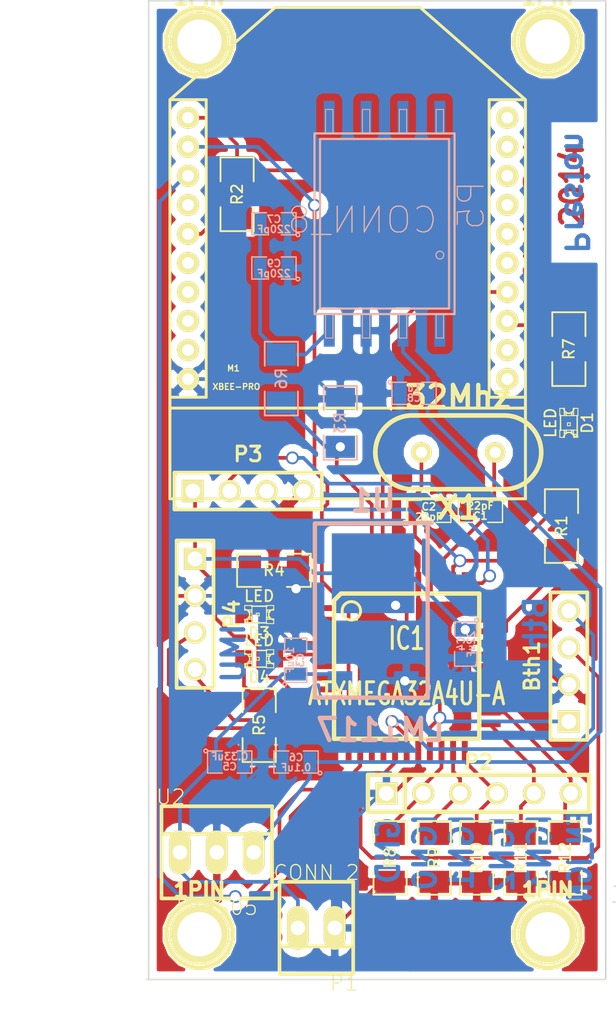
<source format=kicad_pcb>
(kicad_pcb (version 3) (host pcbnew "(2013-07-07 BZR 4022)-stable")

  (general
    (links 86)
    (no_connects 0)
    (area 307.467702 177.063 352.3654 250.599677)
    (thickness 1.6)
    (drawings 22)
    (tracks 334)
    (zones 0)
    (modules 39)
    (nets 29)
  )

  (page A3)
  (layers
    (15 F.Cu signal)
    (0 B.Cu signal hide)
    (16 B.Adhes user)
    (17 F.Adhes user hide)
    (18 B.Paste user hide)
    (19 F.Paste user)
    (20 B.SilkS user hide)
    (21 F.SilkS user hide)
    (22 B.Mask user)
    (23 F.Mask user)
    (24 Dwgs.User user)
    (25 Cmts.User user)
    (26 Eco1.User user)
    (27 Eco2.User user)
    (28 Edge.Cuts user)
  )

  (setup
    (last_trace_width 0.254)
    (trace_clearance 0.254)
    (zone_clearance 0.508)
    (zone_45_only no)
    (trace_min 0.254)
    (segment_width 0.2)
    (edge_width 0.1)
    (via_size 0.889)
    (via_drill 0.635)
    (via_min_size 0.889)
    (via_min_drill 0.508)
    (uvia_size 0.508)
    (uvia_drill 0.127)
    (uvias_allowed no)
    (uvia_min_size 0.508)
    (uvia_min_drill 0.127)
    (pcb_text_width 0.3)
    (pcb_text_size 1.5 1.5)
    (mod_edge_width 0.15)
    (mod_text_size 1 1)
    (mod_text_width 0.15)
    (pad_size 4.064 4.064)
    (pad_drill 3.048)
    (pad_to_mask_clearance 0)
    (aux_axis_origin 0 0)
    (visible_elements 7FFFFFFF)
    (pcbplotparams
      (layerselection 12615681)
      (usegerberextensions true)
      (excludeedgelayer true)
      (linewidth 0.150000)
      (plotframeref false)
      (viasonmask false)
      (mode 1)
      (useauxorigin false)
      (hpglpennumber 1)
      (hpglpenspeed 20)
      (hpglpendiameter 15)
      (hpglpenoverlay 2)
      (psnegative false)
      (psa4output false)
      (plotreference true)
      (plotvalue true)
      (plotothertext true)
      (plotinvisibletext false)
      (padsonsilk false)
      (subtractmaskfromsilk false)
      (outputformat 1)
      (mirror false)
      (drillshape 0)
      (scaleselection 1)
      (outputdirectory fab2/))
  )

  (net 0 "")
  (net 1 +5V)
  (net 2 /EN_IGN)
  (net 3 /IGN_0)
  (net 4 /IGN_1)
  (net 5 /IGN_2)
  (net 6 /IGN_3)
  (net 7 /IN_PRESION)
  (net 8 /PDI)
  (net 9 /RST)
  (net 10 /RX0)
  (net 11 /RX1)
  (net 12 /SCL)
  (net 13 /SDA)
  (net 14 /TX0)
  (net 15 /TX1)
  (net 16 GND)
  (net 17 N-000001)
  (net 18 N-0000019)
  (net 19 N-000002)
  (net 20 N-0000020)
  (net 21 N-000003)
  (net 22 N-0000038)
  (net 23 N-0000045)
  (net 24 N-0000046)
  (net 25 N-0000048)
  (net 26 N-000006)
  (net 27 N-000007)
  (net 28 VCC)

  (net_class Default "This is the default net class."
    (clearance 0.254)
    (trace_width 0.254)
    (via_dia 0.889)
    (via_drill 0.635)
    (uvia_dia 0.508)
    (uvia_drill 0.127)
    (add_net "")
    (add_net +5V)
    (add_net /EN_IGN)
    (add_net /IGN_0)
    (add_net /IGN_1)
    (add_net /IGN_2)
    (add_net /IGN_3)
    (add_net /IN_PRESION)
    (add_net /PDI)
    (add_net /RST)
    (add_net /RX0)
    (add_net /RX1)
    (add_net /SCL)
    (add_net /SDA)
    (add_net /TX0)
    (add_net /TX1)
    (add_net GND)
    (add_net N-000001)
    (add_net N-0000019)
    (add_net N-000002)
    (add_net N-0000020)
    (add_net N-000003)
    (add_net N-0000038)
    (add_net N-0000045)
    (add_net N-0000046)
    (add_net N-0000048)
    (add_net N-000006)
    (add_net N-000007)
    (add_net VCC)
  )

  (module SparkFun-SO08-GW (layer B.Cu) (tedit 538AB079) (tstamp 538AB001)
    (at 333.756 193.548 180)
    (descr "SMALL OUTLINE PACKAGE, GULL WING")
    (tags "SMALL OUTLINE PACKAGE, GULL WING")
    (path /538A1558)
    (attr smd)
    (fp_text reference P5 (at -5.969 1.27 450) (layer B.SilkS)
      (effects (font (size 1.778 1.778) (thickness 0.0889)) (justify mirror))
    )
    (fp_text value CONN_8 (at 1.524 0.254 180) (layer B.SilkS)
      (effects (font (size 1.778 1.778) (thickness 0.0889)) (justify mirror))
    )
    (fp_line (start 4.826 -6.223) (end 4.826 -5.969) (layer B.SilkS) (width 0.15))
    (fp_line (start -4.826 0.127) (end -4.826 -6.223) (layer B.SilkS) (width 0.15))
    (fp_line (start -4.445 -5.842) (end -4.445 0.635) (layer B.SilkS) (width 0.15))
    (fp_line (start 4.445 0.381) (end 4.445 -5.842) (layer B.SilkS) (width 0.15))
    (fp_line (start 4.826 -6.096) (end 4.826 0.254) (layer B.SilkS) (width 0.15))
    (fp_line (start -4.064 -7.874) (end -3.556 -7.874) (layer B.SilkS) (width 0.06604))
    (fp_line (start -3.556 -7.874) (end -3.556 -6.223) (layer B.SilkS) (width 0.06604))
    (fp_line (start -4.064 -6.223) (end -3.556 -6.223) (layer B.SilkS) (width 0.06604))
    (fp_line (start -4.064 -7.874) (end -4.064 -6.223) (layer B.SilkS) (width 0.06604))
    (fp_line (start -1.524 -7.874) (end -1.016 -7.874) (layer B.SilkS) (width 0.06604))
    (fp_line (start -1.016 -7.874) (end -1.016 -6.223) (layer B.SilkS) (width 0.06604))
    (fp_line (start -1.524 -6.223) (end -1.016 -6.223) (layer B.SilkS) (width 0.06604))
    (fp_line (start -1.524 -7.874) (end -1.524 -6.223) (layer B.SilkS) (width 0.06604))
    (fp_line (start 1.016 -7.874) (end 1.524 -7.874) (layer B.SilkS) (width 0.06604))
    (fp_line (start 1.524 -7.874) (end 1.524 -6.223) (layer B.SilkS) (width 0.06604))
    (fp_line (start 1.016 -6.223) (end 1.524 -6.223) (layer B.SilkS) (width 0.06604))
    (fp_line (start 1.016 -7.874) (end 1.016 -6.223) (layer B.SilkS) (width 0.06604))
    (fp_line (start 3.556 -7.874) (end 4.064 -7.874) (layer B.SilkS) (width 0.06604))
    (fp_line (start 4.064 -7.874) (end 4.064 -6.223) (layer B.SilkS) (width 0.06604))
    (fp_line (start 3.556 -6.223) (end 4.064 -6.223) (layer B.SilkS) (width 0.06604))
    (fp_line (start 3.556 -7.874) (end 3.556 -6.223) (layer B.SilkS) (width 0.06604))
    (fp_line (start -4.064 6.223) (end -3.556 6.223) (layer B.SilkS) (width 0.06604))
    (fp_line (start -3.556 6.223) (end -3.556 7.874) (layer B.SilkS) (width 0.06604))
    (fp_line (start -4.064 7.874) (end -3.556 7.874) (layer B.SilkS) (width 0.06604))
    (fp_line (start -4.064 6.223) (end -4.064 7.874) (layer B.SilkS) (width 0.06604))
    (fp_line (start -1.524 6.223) (end -1.016 6.223) (layer B.SilkS) (width 0.06604))
    (fp_line (start -1.016 6.223) (end -1.016 7.874) (layer B.SilkS) (width 0.06604))
    (fp_line (start -1.524 7.874) (end -1.016 7.874) (layer B.SilkS) (width 0.06604))
    (fp_line (start -1.524 6.223) (end -1.524 7.874) (layer B.SilkS) (width 0.06604))
    (fp_line (start 1.016 6.223) (end 1.524 6.223) (layer B.SilkS) (width 0.06604))
    (fp_line (start 1.524 6.223) (end 1.524 7.874) (layer B.SilkS) (width 0.06604))
    (fp_line (start 1.016 7.874) (end 1.524 7.874) (layer B.SilkS) (width 0.06604))
    (fp_line (start 1.016 6.223) (end 1.016 7.874) (layer B.SilkS) (width 0.06604))
    (fp_line (start 3.556 6.223) (end 4.064 6.223) (layer B.SilkS) (width 0.06604))
    (fp_line (start 4.064 6.223) (end 4.064 7.874) (layer B.SilkS) (width 0.06604))
    (fp_line (start 3.556 7.874) (end 4.064 7.874) (layer B.SilkS) (width 0.06604))
    (fp_line (start 3.556 6.223) (end 3.556 7.874) (layer B.SilkS) (width 0.06604))
    (fp_line (start -4.318 -6.223) (end -3.302 -6.223) (layer B.SilkS) (width 0.1524))
    (fp_line (start 4.826 -0.127) (end 4.826 6.223) (layer B.SilkS) (width 0.1524))
    (fp_line (start -3.302 6.223) (end -4.318 6.223) (layer B.SilkS) (width 0.1524))
    (fp_line (start -4.826 6.223) (end -4.826 -0.127) (layer B.SilkS) (width 0.1524))
    (fp_line (start -4.445 5.842) (end 4.445 5.842) (layer B.SilkS) (width 0.1524))
    (fp_line (start 4.445 5.842) (end 4.445 0.254) (layer B.SilkS) (width 0.1524))
    (fp_line (start 4.445 -5.842) (end -4.445 -5.842) (layer B.SilkS) (width 0.1524))
    (fp_line (start -4.445 0.254) (end -4.445 5.842) (layer B.SilkS) (width 0.1524))
    (fp_line (start -4.318 6.223) (end -4.826 6.223) (layer B.SilkS) (width 0.1524))
    (fp_line (start -4.826 -6.223) (end -4.318 -6.223) (layer B.SilkS) (width 0.1524))
    (fp_line (start -3.302 -6.223) (end -1.778 -6.223) (layer B.SilkS) (width 0.1524))
    (fp_line (start -1.778 -6.223) (end -0.762 -6.223) (layer B.SilkS) (width 0.1524))
    (fp_line (start -0.762 -6.223) (end 0.762 -6.223) (layer B.SilkS) (width 0.1524))
    (fp_line (start 0.762 -6.223) (end 1.778 -6.223) (layer B.SilkS) (width 0.1524))
    (fp_line (start 1.778 -6.223) (end 3.302 -6.223) (layer B.SilkS) (width 0.1524))
    (fp_line (start 3.302 -6.223) (end 4.318 -6.223) (layer B.SilkS) (width 0.1524))
    (fp_line (start 4.318 -6.223) (end 4.826 -6.223) (layer B.SilkS) (width 0.1524))
    (fp_line (start -1.778 6.223) (end -3.302 6.223) (layer B.SilkS) (width 0.1524))
    (fp_line (start -0.762 6.223) (end -1.778 6.223) (layer B.SilkS) (width 0.1524))
    (fp_line (start 0.762 6.223) (end -0.762 6.223) (layer B.SilkS) (width 0.1524))
    (fp_line (start 1.778 6.223) (end 0.762 6.223) (layer B.SilkS) (width 0.1524))
    (fp_line (start 3.302 6.223) (end 1.778 6.223) (layer B.SilkS) (width 0.1524))
    (fp_line (start 4.318 6.223) (end 3.302 6.223) (layer B.SilkS) (width 0.1524))
    (fp_line (start 4.826 6.223) (end 4.318 6.223) (layer B.SilkS) (width 0.1524))
    (fp_circle (center -3.81 -2.159) (end -4.0005 -2.3495) (layer B.SilkS) (width 0.0762))
    (pad 1 smd rect (at -3.81 -7.366 180) (size 0.762 2.20726)
      (layers B.Cu B.Paste B.Mask)
    )
    (pad 2 smd rect (at -1.27 -7.366 180) (size 0.762 2.20726)
      (layers B.Cu B.Paste B.Mask)
      (net 1 +5V)
    )
    (pad 3 smd rect (at 1.27 -7.366 180) (size 0.762 2.20726)
      (layers B.Cu B.Paste B.Mask)
      (net 16 GND)
    )
    (pad 4 smd rect (at 3.81 -7.366 180) (size 0.762 2.20726)
      (layers B.Cu B.Paste B.Mask)
      (net 25 N-0000048)
    )
    (pad 5 smd rect (at 3.81 7.366 180) (size 0.762 2.20726)
      (layers B.Cu B.Paste B.Mask)
    )
    (pad 6 smd rect (at 1.27 7.366 180) (size 0.762 2.20726)
      (layers B.Cu B.Paste B.Mask)
    )
    (pad 7 smd rect (at -1.27 7.366 180) (size 0.762 2.20726)
      (layers B.Cu B.Paste B.Mask)
    )
    (pad 8 smd rect (at -3.81 7.366 180) (size 0.762 2.20726)
      (layers B.Cu B.Paste B.Mask)
    )
  )

  (module TQFP44 (layer F.Cu) (tedit 200000) (tstamp 538AAF88)
    (at 335.28 224.028)
    (path /53893801)
    (attr smd)
    (fp_text reference IC1 (at 0 -1.905) (layer F.SilkS)
      (effects (font (size 1.524 1.016) (thickness 0.2032)))
    )
    (fp_text value ATXMEGA32A4U-A (at 0 1.905) (layer F.SilkS)
      (effects (font (size 1.524 1.016) (thickness 0.2032)))
    )
    (fp_line (start 5.0038 -5.0038) (end 5.0038 5.0038) (layer F.SilkS) (width 0.3048))
    (fp_line (start 5.0038 5.0038) (end -5.0038 5.0038) (layer F.SilkS) (width 0.3048))
    (fp_line (start -5.0038 -4.5212) (end -5.0038 5.0038) (layer F.SilkS) (width 0.3048))
    (fp_line (start -4.5212 -5.0038) (end 5.0038 -5.0038) (layer F.SilkS) (width 0.3048))
    (fp_line (start -5.0038 -4.5212) (end -4.5212 -5.0038) (layer F.SilkS) (width 0.3048))
    (fp_circle (center -3.81 -3.81) (end -3.81 -3.175) (layer F.SilkS) (width 0.2032))
    (pad 39 smd rect (at 0 -5.715) (size 0.4064 1.524)
      (layers F.Cu F.Paste F.Mask)
      (net 28 VCC)
    )
    (pad 40 smd rect (at -0.8001 -5.715) (size 0.4064 1.524)
      (layers F.Cu F.Paste F.Mask)
      (net 28 VCC)
    )
    (pad 41 smd rect (at -1.6002 -5.715) (size 0.4064 1.524)
      (layers F.Cu F.Paste F.Mask)
      (net 7 /IN_PRESION)
    )
    (pad 42 smd rect (at -2.4003 -5.715) (size 0.4064 1.524)
      (layers F.Cu F.Paste F.Mask)
      (net 7 /IN_PRESION)
    )
    (pad 43 smd rect (at -3.2004 -5.715) (size 0.4064 1.524)
      (layers F.Cu F.Paste F.Mask)
    )
    (pad 44 smd rect (at -4.0005 -5.715) (size 0.4064 1.524)
      (layers F.Cu F.Paste F.Mask)
    )
    (pad 38 smd rect (at 0.8001 -5.715) (size 0.4064 1.524)
      (layers F.Cu F.Paste F.Mask)
      (net 16 GND)
    )
    (pad 37 smd rect (at 1.6002 -5.715) (size 0.4064 1.524)
      (layers F.Cu F.Paste F.Mask)
      (net 23 N-0000045)
    )
    (pad 36 smd rect (at 2.4003 -5.715) (size 0.4064 1.524)
      (layers F.Cu F.Paste F.Mask)
      (net 22 N-0000038)
    )
    (pad 35 smd rect (at 3.2004 -5.715) (size 0.4064 1.524)
      (layers F.Cu F.Paste F.Mask)
      (net 9 /RST)
    )
    (pad 34 smd rect (at 4.0005 -5.715) (size 0.4064 1.524)
      (layers F.Cu F.Paste F.Mask)
      (net 8 /PDI)
    )
    (pad 17 smd rect (at 0 5.715) (size 0.4064 1.524)
      (layers F.Cu F.Paste F.Mask)
      (net 15 /TX1)
    )
    (pad 16 smd rect (at -0.8001 5.715) (size 0.4064 1.524)
      (layers F.Cu F.Paste F.Mask)
      (net 11 /RX1)
    )
    (pad 15 smd rect (at -1.6002 5.715) (size 0.4064 1.524)
      (layers F.Cu F.Paste F.Mask)
    )
    (pad 14 smd rect (at -2.4003 5.715) (size 0.4064 1.524)
      (layers F.Cu F.Paste F.Mask)
    )
    (pad 13 smd rect (at -3.2004 5.715) (size 0.4064 1.524)
      (layers F.Cu F.Paste F.Mask)
      (net 14 /TX0)
    )
    (pad 12 smd rect (at -4.0005 5.715) (size 0.4064 1.524)
      (layers F.Cu F.Paste F.Mask)
      (net 10 /RX0)
    )
    (pad 18 smd rect (at 0.8001 5.715) (size 0.4064 1.524)
      (layers F.Cu F.Paste F.Mask)
      (net 16 GND)
    )
    (pad 19 smd rect (at 1.6002 5.715) (size 0.4064 1.524)
      (layers F.Cu F.Paste F.Mask)
      (net 28 VCC)
    )
    (pad 20 smd rect (at 2.4003 5.715) (size 0.4064 1.524)
      (layers F.Cu F.Paste F.Mask)
      (net 3 /IGN_0)
    )
    (pad 21 smd rect (at 3.2004 5.715) (size 0.4064 1.524)
      (layers F.Cu F.Paste F.Mask)
      (net 4 /IGN_1)
    )
    (pad 22 smd rect (at 4.0005 5.715) (size 0.4064 1.524)
      (layers F.Cu F.Paste F.Mask)
      (net 5 /IGN_2)
    )
    (pad 6 smd rect (at -5.715 0) (size 1.524 0.4064)
      (layers F.Cu F.Paste F.Mask)
    )
    (pad 28 smd rect (at 5.715 0) (size 1.524 0.4064)
      (layers F.Cu F.Paste F.Mask)
    )
    (pad 7 smd rect (at -5.715 0.8001) (size 1.524 0.4064)
      (layers F.Cu F.Paste F.Mask)
    )
    (pad 27 smd rect (at 5.715 0.8001) (size 1.524 0.4064)
      (layers F.Cu F.Paste F.Mask)
    )
    (pad 26 smd rect (at 5.715 1.6002) (size 1.524 0.4064)
      (layers F.Cu F.Paste F.Mask)
    )
    (pad 8 smd rect (at -5.715 1.6002) (size 1.524 0.4064)
      (layers F.Cu F.Paste F.Mask)
      (net 16 GND)
    )
    (pad 9 smd rect (at -5.715 2.4003) (size 1.524 0.4064)
      (layers F.Cu F.Paste F.Mask)
      (net 28 VCC)
    )
    (pad 25 smd rect (at 5.715 2.4003) (size 1.524 0.4064)
      (layers F.Cu F.Paste F.Mask)
    )
    (pad 24 smd rect (at 5.715 3.2004) (size 1.524 0.4064)
      (layers F.Cu F.Paste F.Mask)
      (net 2 /EN_IGN)
    )
    (pad 10 smd rect (at -5.715 3.2004) (size 1.524 0.4064)
      (layers F.Cu F.Paste F.Mask)
      (net 13 /SDA)
    )
    (pad 11 smd rect (at -5.715 4.0005) (size 1.524 0.4064)
      (layers F.Cu F.Paste F.Mask)
      (net 12 /SCL)
    )
    (pad 23 smd rect (at 5.715 4.0005) (size 1.524 0.4064)
      (layers F.Cu F.Paste F.Mask)
      (net 6 /IGN_3)
    )
    (pad 29 smd rect (at 5.715 -0.8001) (size 1.524 0.4064)
      (layers F.Cu F.Paste F.Mask)
    )
    (pad 5 smd rect (at -5.715 -0.8001) (size 1.524 0.4064)
      (layers F.Cu F.Paste F.Mask)
      (net 18 N-0000019)
    )
    (pad 4 smd rect (at -5.715 -1.6002) (size 1.524 0.4064)
      (layers F.Cu F.Paste F.Mask)
      (net 27 N-000007)
    )
    (pad 30 smd rect (at 5.715 -1.6002) (size 1.524 0.4064)
      (layers F.Cu F.Paste F.Mask)
      (net 16 GND)
    )
    (pad 31 smd rect (at 5.715 -2.4003) (size 1.524 0.4064)
      (layers F.Cu F.Paste F.Mask)
      (net 28 VCC)
    )
    (pad 3 smd rect (at -5.715 -2.4003) (size 1.524 0.4064)
      (layers F.Cu F.Paste F.Mask)
    )
    (pad 2 smd rect (at -5.715 -3.2004) (size 1.524 0.4064)
      (layers F.Cu F.Paste F.Mask)
    )
    (pad 32 smd rect (at 5.715 -3.2004) (size 1.524 0.4064)
      (layers F.Cu F.Paste F.Mask)
    )
    (pad 33 smd rect (at 5.715 -4.0005) (size 1.524 0.4064)
      (layers F.Cu F.Paste F.Mask)
    )
    (pad 1 smd rect (at -5.715 -4.0005) (size 1.524 0.4064)
      (layers F.Cu F.Paste F.Mask)
    )
  )

  (module TO-252 (layer B.Cu) (tedit 509132AE) (tstamp 538AAF93)
    (at 332.9686 217.6272 180)
    (path /5389D5A6)
    (fp_text reference U1 (at 0 5.00126 180) (layer B.SilkS)
      (effects (font (size 1.524 1.524) (thickness 0.3048)) (justify mirror))
    )
    (fp_text value LM1117 (at -0.50038 -10.80008 180) (layer B.SilkS)
      (effects (font (size 1.524 1.524) (thickness 0.3048)) (justify mirror))
    )
    (fp_line (start -4.0386 3.4544) (end 4.0132 3.429) (layer B.SilkS) (width 0.29972))
    (fp_line (start 4.0132 3.429) (end 4.0132 -8.5598) (layer B.SilkS) (width 0.29972))
    (fp_line (start 4.0132 -8.5598) (end -3.7592 -8.5852) (layer B.SilkS) (width 0.29972))
    (fp_line (start -3.7592 -8.5852) (end -3.7592 3.5052) (layer B.SilkS) (width 0.29972))
    (pad 2 smd rect (at 0 0 90) (size 5.4991 5.69976)
      (layers B.Cu B.Paste B.Mask)
      (net 28 VCC)
    )
    (pad 1 smd rect (at -2.286 -7.39902 90) (size 1.30048 1.69926)
      (layers B.Cu B.Paste B.Mask)
      (net 16 GND)
    )
    (pad 3 smd rect (at 2.286 -7.39902 90) (size 1.30048 1.69926)
      (layers B.Cu B.Paste B.Mask)
      (net 24 N-0000046)
    )
  )

  (module SparkFun-XBEE-1 (layer F.Cu) (tedit 200000) (tstamp 538AAFBC)
    (at 331.216 206.248)
    (path /53893AFB)
    (attr virtual)
    (fp_text reference M1 (at -7.874 -2.7432) (layer F.SilkS)
      (effects (font (size 0.4064 0.4064) (thickness 0.0889)))
    )
    (fp_text value XBEE-PRO (at -7.6708 -1.4732) (layer F.SilkS)
      (effects (font (size 0.4064 0.4064) (thickness 0.0889)))
    )
    (fp_line (start -4.99872 -27.59964) (end 4.99872 -27.59964) (layer F.SilkS) (width 0.2032))
    (fp_line (start -12.24788 -21.24964) (end -4.99872 -27.59964) (layer F.SilkS) (width 0.2032))
    (fp_line (start 12.24788 -21.24964) (end 4.99872 -27.59964) (layer F.SilkS) (width 0.2032))
    (fp_line (start 9.74852 -21.24964) (end 12.24788 -21.24964) (layer F.SilkS) (width 0.2032))
    (fp_line (start 12.24788 -21.24964) (end 12.24788 -0.7493) (layer F.SilkS) (width 0.2032))
    (fp_line (start 12.24788 -0.7493) (end 9.74852 -0.7493) (layer F.SilkS) (width 0.2032))
    (fp_line (start 9.74852 -21.24964) (end 9.74852 -0.7493) (layer F.SilkS) (width 0.2032))
    (fp_line (start -9.74852 -21.24964) (end -12.24788 -21.24964) (layer F.SilkS) (width 0.2032))
    (fp_line (start -12.24788 -21.24964) (end -12.24788 -0.7493) (layer F.SilkS) (width 0.2032))
    (fp_line (start -12.24788 -0.7493) (end -9.74852 -0.7493) (layer F.SilkS) (width 0.2032))
    (fp_line (start -9.74852 -21.24964) (end -9.74852 -0.7493) (layer F.SilkS) (width 0.2032))
    (fp_line (start -12.24788 -0.7493) (end -12.24788 0) (layer F.SilkS) (width 0.2032))
    (fp_line (start 12.24788 -0.7493) (end 12.24788 0) (layer F.SilkS) (width 0.2032))
    (fp_line (start -12.24788 0) (end 12.24788 0) (layer F.SilkS) (width 0.2032))
    (fp_line (start 12.24788 0) (end 12.24788 6.2484) (layer F.SilkS) (width 0.2032))
    (fp_line (start -12.24788 0) (end -12.24788 6.2484) (layer F.SilkS) (width 0.2032))
    (fp_line (start -12.24788 6.2484) (end 12.24788 6.2484) (layer F.SilkS) (width 0.2032))
    (pad 1 thru_hole circle (at -10.9982 -19.99996) (size 1.524 1.524) (drill 0.79756)
      (layers *.Cu F.Paste F.SilkS F.Mask)
      (net 28 VCC)
    )
    (pad 2 thru_hole circle (at -10.9982 -17.99844) (size 1.524 1.524) (drill 0.79756)
      (layers *.Cu F.Paste F.SilkS F.Mask)
      (net 10 /RX0)
    )
    (pad 3 thru_hole circle (at -10.9982 -15.99946) (size 1.524 1.524) (drill 0.79756)
      (layers *.Cu F.Paste F.SilkS F.Mask)
      (net 14 /TX0)
    )
    (pad 4 thru_hole circle (at -10.9982 -13.99794) (size 1.524 1.524) (drill 0.79756)
      (layers *.Cu F.Paste F.SilkS F.Mask)
    )
    (pad 5 thru_hole circle (at -10.9982 -11.99896) (size 1.524 1.524) (drill 0.79756)
      (layers *.Cu F.Paste F.SilkS F.Mask)
      (net 17 N-000001)
    )
    (pad 6 thru_hole circle (at -10.9982 -9.99998) (size 1.524 1.524) (drill 0.79756)
      (layers *.Cu F.Paste F.SilkS F.Mask)
    )
    (pad 7 thru_hole circle (at -10.9982 -7.99846) (size 1.524 1.524) (drill 0.79756)
      (layers *.Cu F.Paste F.SilkS F.Mask)
    )
    (pad 8 thru_hole circle (at -10.9982 -5.99948) (size 1.524 1.524) (drill 0.79756)
      (layers *.Cu F.Paste F.SilkS F.Mask)
    )
    (pad 9 thru_hole circle (at -10.9982 -3.99796) (size 1.524 1.524) (drill 0.79756)
      (layers *.Cu F.Paste F.SilkS F.Mask)
    )
    (pad 10 thru_hole circle (at -10.9982 -1.99898) (size 1.524 1.524) (drill 0.79756)
      (layers *.Cu F.Paste F.SilkS F.Mask)
      (net 16 GND)
    )
    (pad 11 thru_hole circle (at 10.9982 -1.99898) (size 1.524 1.524) (drill 0.79756)
      (layers *.Cu F.Paste F.SilkS F.Mask)
    )
    (pad 12 thru_hole circle (at 10.9982 -3.99796) (size 1.524 1.524) (drill 0.79756)
      (layers *.Cu F.Paste F.SilkS F.Mask)
    )
    (pad 13 thru_hole circle (at 10.9982 -5.99948) (size 1.524 1.524) (drill 0.79756)
      (layers *.Cu F.Paste F.SilkS F.Mask)
      (net 19 N-000002)
    )
    (pad 14 thru_hole circle (at 10.9982 -7.99846) (size 1.524 1.524) (drill 0.79756)
      (layers *.Cu F.Paste F.SilkS F.Mask)
      (net 28 VCC)
    )
    (pad 15 thru_hole circle (at 10.9982 -9.99998) (size 1.524 1.524) (drill 0.79756)
      (layers *.Cu F.Paste F.SilkS F.Mask)
    )
    (pad 16 thru_hole circle (at 10.9982 -11.99896) (size 1.524 1.524) (drill 0.79756)
      (layers *.Cu F.Paste F.SilkS F.Mask)
    )
    (pad 17 thru_hole circle (at 10.9982 -13.99794) (size 1.524 1.524) (drill 0.79756)
      (layers *.Cu F.Paste F.SilkS F.Mask)
    )
    (pad 18 thru_hole circle (at 10.9982 -15.99946) (size 1.524 1.524) (drill 0.79756)
      (layers *.Cu F.Paste F.SilkS F.Mask)
    )
    (pad 19 thru_hole circle (at 10.9982 -17.99844) (size 1.524 1.524) (drill 0.79756)
      (layers *.Cu F.Paste F.SilkS F.Mask)
    )
    (pad 20 thru_hole circle (at 10.9982 -19.99996) (size 1.524 1.524) (drill 0.79756)
      (layers *.Cu F.Paste F.SilkS F.Mask)
    )
  )

  (module SM1206 (layer F.Cu) (tedit 42806E24) (tstamp 538AB00D)
    (at 323.596 191.516 90)
    (path /53893B77)
    (attr smd)
    (fp_text reference R2 (at 0 0 90) (layer F.SilkS)
      (effects (font (size 0.762 0.762) (thickness 0.127)))
    )
    (fp_text value 4.7K (at 0 0 90) (layer F.SilkS) hide
      (effects (font (size 0.762 0.762) (thickness 0.127)))
    )
    (fp_line (start -2.54 -1.143) (end -2.54 1.143) (layer F.SilkS) (width 0.127))
    (fp_line (start -2.54 1.143) (end -0.889 1.143) (layer F.SilkS) (width 0.127))
    (fp_line (start 0.889 -1.143) (end 2.54 -1.143) (layer F.SilkS) (width 0.127))
    (fp_line (start 2.54 -1.143) (end 2.54 1.143) (layer F.SilkS) (width 0.127))
    (fp_line (start 2.54 1.143) (end 0.889 1.143) (layer F.SilkS) (width 0.127))
    (fp_line (start -0.889 -1.143) (end -2.54 -1.143) (layer F.SilkS) (width 0.127))
    (pad 1 smd rect (at -1.651 0 90) (size 1.524 2.032)
      (layers F.Cu F.Paste F.Mask)
      (net 17 N-000001)
    )
    (pad 2 smd rect (at 1.651 0 90) (size 1.524 2.032)
      (layers F.Cu F.Paste F.Mask)
      (net 28 VCC)
    )
    (model smd/chip_cms.wrl
      (at (xyz 0 0 0))
      (scale (xyz 0.17 0.16 0.16))
      (rotate (xyz 0 0 0))
    )
  )

  (module SM1206 (layer F.Cu) (tedit 42806E24) (tstamp 538AB019)
    (at 346.456 202.184 270)
    (path /53893C7B)
    (attr smd)
    (fp_text reference R7 (at 0 0 270) (layer F.SilkS)
      (effects (font (size 0.762 0.762) (thickness 0.127)))
    )
    (fp_text value 1K (at 0 0 270) (layer F.SilkS) hide
      (effects (font (size 0.762 0.762) (thickness 0.127)))
    )
    (fp_line (start -2.54 -1.143) (end -2.54 1.143) (layer F.SilkS) (width 0.127))
    (fp_line (start -2.54 1.143) (end -0.889 1.143) (layer F.SilkS) (width 0.127))
    (fp_line (start 0.889 -1.143) (end 2.54 -1.143) (layer F.SilkS) (width 0.127))
    (fp_line (start 2.54 -1.143) (end 2.54 1.143) (layer F.SilkS) (width 0.127))
    (fp_line (start 2.54 1.143) (end 0.889 1.143) (layer F.SilkS) (width 0.127))
    (fp_line (start -0.889 -1.143) (end -2.54 -1.143) (layer F.SilkS) (width 0.127))
    (pad 1 smd rect (at -1.651 0 270) (size 1.524 2.032)
      (layers F.Cu F.Paste F.Mask)
      (net 19 N-000002)
    )
    (pad 2 smd rect (at 1.651 0 270) (size 1.524 2.032)
      (layers F.Cu F.Paste F.Mask)
      (net 21 N-000003)
    )
    (model smd/chip_cms.wrl
      (at (xyz 0 0 0))
      (scale (xyz 0.17 0.16 0.16))
      (rotate (xyz 0 0 0))
    )
  )

  (module SM1206 (layer F.Cu) (tedit 42806E24) (tstamp 538AB025)
    (at 345.948 214.376 90)
    (path /507A4063)
    (attr smd)
    (fp_text reference R1 (at 0 0 90) (layer F.SilkS)
      (effects (font (size 0.762 0.762) (thickness 0.127)))
    )
    (fp_text value 4.7K (at 0 0 90) (layer F.SilkS) hide
      (effects (font (size 0.762 0.762) (thickness 0.127)))
    )
    (fp_line (start -2.54 -1.143) (end -2.54 1.143) (layer F.SilkS) (width 0.127))
    (fp_line (start -2.54 1.143) (end -0.889 1.143) (layer F.SilkS) (width 0.127))
    (fp_line (start 0.889 -1.143) (end 2.54 -1.143) (layer F.SilkS) (width 0.127))
    (fp_line (start 2.54 -1.143) (end 2.54 1.143) (layer F.SilkS) (width 0.127))
    (fp_line (start 2.54 1.143) (end 0.889 1.143) (layer F.SilkS) (width 0.127))
    (fp_line (start -0.889 -1.143) (end -2.54 -1.143) (layer F.SilkS) (width 0.127))
    (pad 1 smd rect (at -1.651 0 90) (size 1.524 2.032)
      (layers F.Cu F.Paste F.Mask)
      (net 28 VCC)
    )
    (pad 2 smd rect (at 1.651 0 90) (size 1.524 2.032)
      (layers F.Cu F.Paste F.Mask)
      (net 9 /RST)
    )
    (model smd/chip_cms.wrl
      (at (xyz 0 0 0))
      (scale (xyz 0.17 0.16 0.16))
      (rotate (xyz 0 0 0))
    )
  )

  (module SM1206 (layer B.Cu) (tedit 42806E24) (tstamp 538AB031)
    (at 326.644 204.216 90)
    (path /538A86B4)
    (attr smd)
    (fp_text reference R6 (at 0 0 90) (layer B.SilkS)
      (effects (font (size 0.762 0.762) (thickness 0.127)) (justify mirror))
    )
    (fp_text value 1,5k (at 0 0 90) (layer B.SilkS) hide
      (effects (font (size 0.762 0.762) (thickness 0.127)) (justify mirror))
    )
    (fp_line (start -2.54 1.143) (end -2.54 -1.143) (layer B.SilkS) (width 0.127))
    (fp_line (start -2.54 -1.143) (end -0.889 -1.143) (layer B.SilkS) (width 0.127))
    (fp_line (start 0.889 1.143) (end 2.54 1.143) (layer B.SilkS) (width 0.127))
    (fp_line (start 2.54 1.143) (end 2.54 -1.143) (layer B.SilkS) (width 0.127))
    (fp_line (start 2.54 -1.143) (end 0.889 -1.143) (layer B.SilkS) (width 0.127))
    (fp_line (start -0.889 1.143) (end -2.54 1.143) (layer B.SilkS) (width 0.127))
    (pad 1 smd rect (at -1.651 0 90) (size 1.524 2.032)
      (layers B.Cu B.Paste B.Mask)
      (net 7 /IN_PRESION)
    )
    (pad 2 smd rect (at 1.651 0 90) (size 1.524 2.032)
      (layers B.Cu B.Paste B.Mask)
      (net 25 N-0000048)
    )
    (model smd/chip_cms.wrl
      (at (xyz 0 0 0))
      (scale (xyz 0.17 0.16 0.16))
      (rotate (xyz 0 0 0))
    )
  )

  (module SM1206 (layer B.Cu) (tedit 42806E24) (tstamp 538AB03D)
    (at 330.708 207.264 90)
    (path /538A86C3)
    (attr smd)
    (fp_text reference R3 (at 0 0 90) (layer B.SilkS)
      (effects (font (size 0.762 0.762) (thickness 0.127)) (justify mirror))
    )
    (fp_text value 2,2k (at 0 0 90) (layer B.SilkS) hide
      (effects (font (size 0.762 0.762) (thickness 0.127)) (justify mirror))
    )
    (fp_line (start -2.54 1.143) (end -2.54 -1.143) (layer B.SilkS) (width 0.127))
    (fp_line (start -2.54 -1.143) (end -0.889 -1.143) (layer B.SilkS) (width 0.127))
    (fp_line (start 0.889 1.143) (end 2.54 1.143) (layer B.SilkS) (width 0.127))
    (fp_line (start 2.54 1.143) (end 2.54 -1.143) (layer B.SilkS) (width 0.127))
    (fp_line (start 2.54 -1.143) (end 0.889 -1.143) (layer B.SilkS) (width 0.127))
    (fp_line (start -0.889 1.143) (end -2.54 1.143) (layer B.SilkS) (width 0.127))
    (pad 1 smd rect (at -1.651 0 90) (size 1.524 2.032)
      (layers B.Cu B.Paste B.Mask)
      (net 7 /IN_PRESION)
    )
    (pad 2 smd rect (at 1.651 0 90) (size 1.524 2.032)
      (layers B.Cu B.Paste B.Mask)
      (net 16 GND)
    )
    (model smd/chip_cms.wrl
      (at (xyz 0 0 0))
      (scale (xyz 0.17 0.16 0.16))
      (rotate (xyz 0 0 0))
    )
  )

  (module SM1206 (layer F.Cu) (tedit 42806E24) (tstamp 538AB049)
    (at 326.136 217.424 180)
    (path /507A4156)
    (attr smd)
    (fp_text reference R4 (at 0 0 180) (layer F.SilkS)
      (effects (font (size 0.762 0.762) (thickness 0.127)))
    )
    (fp_text value 1K (at 0 0 180) (layer F.SilkS) hide
      (effects (font (size 0.762 0.762) (thickness 0.127)))
    )
    (fp_line (start -2.54 -1.143) (end -2.54 1.143) (layer F.SilkS) (width 0.127))
    (fp_line (start -2.54 1.143) (end -0.889 1.143) (layer F.SilkS) (width 0.127))
    (fp_line (start 0.889 -1.143) (end 2.54 -1.143) (layer F.SilkS) (width 0.127))
    (fp_line (start 2.54 -1.143) (end 2.54 1.143) (layer F.SilkS) (width 0.127))
    (fp_line (start 2.54 1.143) (end 0.889 1.143) (layer F.SilkS) (width 0.127))
    (fp_line (start -0.889 -1.143) (end -2.54 -1.143) (layer F.SilkS) (width 0.127))
    (pad 1 smd rect (at -1.651 0 180) (size 1.524 2.032)
      (layers F.Cu F.Paste F.Mask)
      (net 16 GND)
    )
    (pad 2 smd rect (at 1.651 0 180) (size 1.524 2.032)
      (layers F.Cu F.Paste F.Mask)
      (net 20 N-0000020)
    )
    (model smd/chip_cms.wrl
      (at (xyz 0 0 0))
      (scale (xyz 0.17 0.16 0.16))
      (rotate (xyz 0 0 0))
    )
  )

  (module SM1206 (layer F.Cu) (tedit 42806E24) (tstamp 538AB055)
    (at 325.12 228.092 90)
    (path /507A415F)
    (attr smd)
    (fp_text reference R5 (at 0 0 90) (layer F.SilkS)
      (effects (font (size 0.762 0.762) (thickness 0.127)))
    )
    (fp_text value 1K (at 0 0 90) (layer F.SilkS) hide
      (effects (font (size 0.762 0.762) (thickness 0.127)))
    )
    (fp_line (start -2.54 -1.143) (end -2.54 1.143) (layer F.SilkS) (width 0.127))
    (fp_line (start -2.54 1.143) (end -0.889 1.143) (layer F.SilkS) (width 0.127))
    (fp_line (start 0.889 -1.143) (end 2.54 -1.143) (layer F.SilkS) (width 0.127))
    (fp_line (start 2.54 -1.143) (end 2.54 1.143) (layer F.SilkS) (width 0.127))
    (fp_line (start 2.54 1.143) (end 0.889 1.143) (layer F.SilkS) (width 0.127))
    (fp_line (start -0.889 -1.143) (end -2.54 -1.143) (layer F.SilkS) (width 0.127))
    (pad 1 smd rect (at -1.651 0 90) (size 1.524 2.032)
      (layers F.Cu F.Paste F.Mask)
      (net 16 GND)
    )
    (pad 2 smd rect (at 1.651 0 90) (size 1.524 2.032)
      (layers F.Cu F.Paste F.Mask)
      (net 26 N-000006)
    )
    (model smd/chip_cms.wrl
      (at (xyz 0 0 0))
      (scale (xyz 0.17 0.16 0.16))
      (rotate (xyz 0 0 0))
    )
  )

  (module SM0805 (layer F.Cu) (tedit 5091495C) (tstamp 538AB062)
    (at 340.36 213.36 180)
    (path /507A40D6)
    (attr smd)
    (fp_text reference C1 (at 0 -0.3175 180) (layer F.SilkS)
      (effects (font (size 0.50038 0.50038) (thickness 0.10922)))
    )
    (fp_text value 22pF (at 0 0.381 180) (layer F.SilkS)
      (effects (font (size 0.50038 0.50038) (thickness 0.10922)))
    )
    (fp_circle (center -1.651 0.762) (end -1.651 0.635) (layer F.SilkS) (width 0.09906))
    (fp_line (start -0.508 0.762) (end -1.524 0.762) (layer F.SilkS) (width 0.09906))
    (fp_line (start -1.524 0.762) (end -1.524 -0.762) (layer F.SilkS) (width 0.09906))
    (fp_line (start -1.524 -0.762) (end -0.508 -0.762) (layer F.SilkS) (width 0.09906))
    (fp_line (start 0.508 -0.762) (end 1.524 -0.762) (layer F.SilkS) (width 0.09906))
    (fp_line (start 1.524 -0.762) (end 1.524 0.762) (layer F.SilkS) (width 0.09906))
    (fp_line (start 1.524 0.762) (end 0.508 0.762) (layer F.SilkS) (width 0.09906))
    (pad 1 smd rect (at -0.9525 0 180) (size 0.889 1.397)
      (layers F.Cu F.Paste F.Mask)
      (net 22 N-0000038)
    )
    (pad 2 smd rect (at 0.9525 0 180) (size 0.889 1.397)
      (layers F.Cu F.Paste F.Mask)
      (net 16 GND)
    )
    (model smd/chip_cms.wrl
      (at (xyz 0 0 0))
      (scale (xyz 0.1 0.1 0.1))
      (rotate (xyz 0 0 0))
    )
  )

  (module SM0805 (layer F.Cu) (tedit 5091495C) (tstamp 538AB06F)
    (at 336.804 213.36)
    (path /507A40DA)
    (attr smd)
    (fp_text reference C2 (at 0 -0.3175) (layer F.SilkS)
      (effects (font (size 0.50038 0.50038) (thickness 0.10922)))
    )
    (fp_text value 22pF (at 0 0.381) (layer F.SilkS)
      (effects (font (size 0.50038 0.50038) (thickness 0.10922)))
    )
    (fp_circle (center -1.651 0.762) (end -1.651 0.635) (layer F.SilkS) (width 0.09906))
    (fp_line (start -0.508 0.762) (end -1.524 0.762) (layer F.SilkS) (width 0.09906))
    (fp_line (start -1.524 0.762) (end -1.524 -0.762) (layer F.SilkS) (width 0.09906))
    (fp_line (start -1.524 -0.762) (end -0.508 -0.762) (layer F.SilkS) (width 0.09906))
    (fp_line (start 0.508 -0.762) (end 1.524 -0.762) (layer F.SilkS) (width 0.09906))
    (fp_line (start 1.524 -0.762) (end 1.524 0.762) (layer F.SilkS) (width 0.09906))
    (fp_line (start 1.524 0.762) (end 0.508 0.762) (layer F.SilkS) (width 0.09906))
    (pad 1 smd rect (at -0.9525 0) (size 0.889 1.397)
      (layers F.Cu F.Paste F.Mask)
      (net 23 N-0000045)
    )
    (pad 2 smd rect (at 0.9525 0) (size 0.889 1.397)
      (layers F.Cu F.Paste F.Mask)
      (net 16 GND)
    )
    (model smd/chip_cms.wrl
      (at (xyz 0 0 0))
      (scale (xyz 0.1 0.1 0.1))
      (rotate (xyz 0 0 0))
    )
  )

  (module SM0805 (layer B.Cu) (tedit 5091495C) (tstamp 538AB07C)
    (at 335.788 205.232)
    (path /538A15D8)
    (attr smd)
    (fp_text reference C8 (at 0 0.3175) (layer B.SilkS)
      (effects (font (size 0.50038 0.50038) (thickness 0.10922)) (justify mirror))
    )
    (fp_text value 1u (at 0 -0.381) (layer B.SilkS)
      (effects (font (size 0.50038 0.50038) (thickness 0.10922)) (justify mirror))
    )
    (fp_circle (center -1.651 -0.762) (end -1.651 -0.635) (layer B.SilkS) (width 0.09906))
    (fp_line (start -0.508 -0.762) (end -1.524 -0.762) (layer B.SilkS) (width 0.09906))
    (fp_line (start -1.524 -0.762) (end -1.524 0.762) (layer B.SilkS) (width 0.09906))
    (fp_line (start -1.524 0.762) (end -0.508 0.762) (layer B.SilkS) (width 0.09906))
    (fp_line (start 0.508 0.762) (end 1.524 0.762) (layer B.SilkS) (width 0.09906))
    (fp_line (start 1.524 0.762) (end 1.524 -0.762) (layer B.SilkS) (width 0.09906))
    (fp_line (start 1.524 -0.762) (end 0.508 -0.762) (layer B.SilkS) (width 0.09906))
    (pad 1 smd rect (at -0.9525 0) (size 0.889 1.397)
      (layers B.Cu B.Paste B.Mask)
      (net 16 GND)
    )
    (pad 2 smd rect (at 0.9525 0) (size 0.889 1.397)
      (layers B.Cu B.Paste B.Mask)
      (net 1 +5V)
    )
    (model smd/chip_cms.wrl
      (at (xyz 0 0 0))
      (scale (xyz 0.1 0.1 0.1))
      (rotate (xyz 0 0 0))
    )
  )

  (module SM0805 (layer B.Cu) (tedit 5091495C) (tstamp 538AB089)
    (at 326.136 196.596 180)
    (path /538A8FB5)
    (attr smd)
    (fp_text reference C9 (at 0 0.3175 180) (layer B.SilkS)
      (effects (font (size 0.50038 0.50038) (thickness 0.10922)) (justify mirror))
    )
    (fp_text value 220pF (at 0 -0.381 180) (layer B.SilkS)
      (effects (font (size 0.50038 0.50038) (thickness 0.10922)) (justify mirror))
    )
    (fp_circle (center -1.651 -0.762) (end -1.651 -0.635) (layer B.SilkS) (width 0.09906))
    (fp_line (start -0.508 -0.762) (end -1.524 -0.762) (layer B.SilkS) (width 0.09906))
    (fp_line (start -1.524 -0.762) (end -1.524 0.762) (layer B.SilkS) (width 0.09906))
    (fp_line (start -1.524 0.762) (end -0.508 0.762) (layer B.SilkS) (width 0.09906))
    (fp_line (start 0.508 0.762) (end 1.524 0.762) (layer B.SilkS) (width 0.09906))
    (fp_line (start 1.524 0.762) (end 1.524 -0.762) (layer B.SilkS) (width 0.09906))
    (fp_line (start 1.524 -0.762) (end 0.508 -0.762) (layer B.SilkS) (width 0.09906))
    (pad 1 smd rect (at -0.9525 0 180) (size 0.889 1.397)
      (layers B.Cu B.Paste B.Mask)
      (net 16 GND)
    )
    (pad 2 smd rect (at 0.9525 0 180) (size 0.889 1.397)
      (layers B.Cu B.Paste B.Mask)
      (net 25 N-0000048)
    )
    (model smd/chip_cms.wrl
      (at (xyz 0 0 0))
      (scale (xyz 0.1 0.1 0.1))
      (rotate (xyz 0 0 0))
    )
  )

  (module SM0805 (layer B.Cu) (tedit 5091495C) (tstamp 538AB096)
    (at 326.136 193.548 180)
    (path /538A1605)
    (attr smd)
    (fp_text reference C7 (at 0 0.3175 180) (layer B.SilkS)
      (effects (font (size 0.50038 0.50038) (thickness 0.10922)) (justify mirror))
    )
    (fp_text value 220pF (at 0 -0.381 180) (layer B.SilkS)
      (effects (font (size 0.50038 0.50038) (thickness 0.10922)) (justify mirror))
    )
    (fp_circle (center -1.651 -0.762) (end -1.651 -0.635) (layer B.SilkS) (width 0.09906))
    (fp_line (start -0.508 -0.762) (end -1.524 -0.762) (layer B.SilkS) (width 0.09906))
    (fp_line (start -1.524 -0.762) (end -1.524 0.762) (layer B.SilkS) (width 0.09906))
    (fp_line (start -1.524 0.762) (end -0.508 0.762) (layer B.SilkS) (width 0.09906))
    (fp_line (start 0.508 0.762) (end 1.524 0.762) (layer B.SilkS) (width 0.09906))
    (fp_line (start 1.524 0.762) (end 1.524 -0.762) (layer B.SilkS) (width 0.09906))
    (fp_line (start 1.524 -0.762) (end 0.508 -0.762) (layer B.SilkS) (width 0.09906))
    (pad 1 smd rect (at -0.9525 0 180) (size 0.889 1.397)
      (layers B.Cu B.Paste B.Mask)
      (net 16 GND)
    )
    (pad 2 smd rect (at 0.9525 0 180) (size 0.889 1.397)
      (layers B.Cu B.Paste B.Mask)
      (net 25 N-0000048)
    )
    (model smd/chip_cms.wrl
      (at (xyz 0 0 0))
      (scale (xyz 0.1 0.1 0.1))
      (rotate (xyz 0 0 0))
    )
  )

  (module SM0805 (layer B.Cu) (tedit 5091495C) (tstamp 538AB0A3)
    (at 327.6346 223.6216 90)
    (path /5389D864)
    (attr smd)
    (fp_text reference C3 (at 0 0.3175 90) (layer B.SilkS)
      (effects (font (size 0.50038 0.50038) (thickness 0.10922)) (justify mirror))
    )
    (fp_text value 10uF (at 0 -0.381 90) (layer B.SilkS)
      (effects (font (size 0.50038 0.50038) (thickness 0.10922)) (justify mirror))
    )
    (fp_circle (center -1.651 -0.762) (end -1.651 -0.635) (layer B.SilkS) (width 0.09906))
    (fp_line (start -0.508 -0.762) (end -1.524 -0.762) (layer B.SilkS) (width 0.09906))
    (fp_line (start -1.524 -0.762) (end -1.524 0.762) (layer B.SilkS) (width 0.09906))
    (fp_line (start -1.524 0.762) (end -0.508 0.762) (layer B.SilkS) (width 0.09906))
    (fp_line (start 0.508 0.762) (end 1.524 0.762) (layer B.SilkS) (width 0.09906))
    (fp_line (start 1.524 0.762) (end 1.524 -0.762) (layer B.SilkS) (width 0.09906))
    (fp_line (start 1.524 -0.762) (end 0.508 -0.762) (layer B.SilkS) (width 0.09906))
    (pad 1 smd rect (at -0.9525 0 90) (size 0.889 1.397)
      (layers B.Cu B.Paste B.Mask)
      (net 24 N-0000046)
    )
    (pad 2 smd rect (at 0.9525 0 90) (size 0.889 1.397)
      (layers B.Cu B.Paste B.Mask)
      (net 16 GND)
    )
    (model smd/chip_cms.wrl
      (at (xyz 0 0 0))
      (scale (xyz 0.1 0.1 0.1))
      (rotate (xyz 0 0 0))
    )
  )

  (module SM0805 (layer B.Cu) (tedit 5091495C) (tstamp 538AB0B0)
    (at 339.344 222.504 270)
    (path /5389D873)
    (attr smd)
    (fp_text reference C4 (at 0 0.3175 270) (layer B.SilkS)
      (effects (font (size 0.50038 0.50038) (thickness 0.10922)) (justify mirror))
    )
    (fp_text value 22uF (at 0 -0.381 270) (layer B.SilkS)
      (effects (font (size 0.50038 0.50038) (thickness 0.10922)) (justify mirror))
    )
    (fp_circle (center -1.651 -0.762) (end -1.651 -0.635) (layer B.SilkS) (width 0.09906))
    (fp_line (start -0.508 -0.762) (end -1.524 -0.762) (layer B.SilkS) (width 0.09906))
    (fp_line (start -1.524 -0.762) (end -1.524 0.762) (layer B.SilkS) (width 0.09906))
    (fp_line (start -1.524 0.762) (end -0.508 0.762) (layer B.SilkS) (width 0.09906))
    (fp_line (start 0.508 0.762) (end 1.524 0.762) (layer B.SilkS) (width 0.09906))
    (fp_line (start 1.524 0.762) (end 1.524 -0.762) (layer B.SilkS) (width 0.09906))
    (fp_line (start 1.524 -0.762) (end 0.508 -0.762) (layer B.SilkS) (width 0.09906))
    (pad 1 smd rect (at -0.9525 0 270) (size 0.889 1.397)
      (layers B.Cu B.Paste B.Mask)
      (net 28 VCC)
    )
    (pad 2 smd rect (at 0.9525 0 270) (size 0.889 1.397)
      (layers B.Cu B.Paste B.Mask)
      (net 16 GND)
    )
    (model smd/chip_cms.wrl
      (at (xyz 0 0 0))
      (scale (xyz 0.1 0.1 0.1))
      (rotate (xyz 0 0 0))
    )
  )

  (module SM0805 (layer B.Cu) (tedit 5091495C) (tstamp 538AB0BD)
    (at 323.088 230.632)
    (path /5389E4DB)
    (attr smd)
    (fp_text reference C5 (at 0 0.3175) (layer B.SilkS)
      (effects (font (size 0.50038 0.50038) (thickness 0.10922)) (justify mirror))
    )
    (fp_text value 0.33uF (at 0 -0.381) (layer B.SilkS)
      (effects (font (size 0.50038 0.50038) (thickness 0.10922)) (justify mirror))
    )
    (fp_circle (center -1.651 -0.762) (end -1.651 -0.635) (layer B.SilkS) (width 0.09906))
    (fp_line (start -0.508 -0.762) (end -1.524 -0.762) (layer B.SilkS) (width 0.09906))
    (fp_line (start -1.524 -0.762) (end -1.524 0.762) (layer B.SilkS) (width 0.09906))
    (fp_line (start -1.524 0.762) (end -0.508 0.762) (layer B.SilkS) (width 0.09906))
    (fp_line (start 0.508 0.762) (end 1.524 0.762) (layer B.SilkS) (width 0.09906))
    (fp_line (start 1.524 0.762) (end 1.524 -0.762) (layer B.SilkS) (width 0.09906))
    (fp_line (start 1.524 -0.762) (end 0.508 -0.762) (layer B.SilkS) (width 0.09906))
    (pad 1 smd rect (at -0.9525 0) (size 0.889 1.397)
      (layers B.Cu B.Paste B.Mask)
      (net 24 N-0000046)
    )
    (pad 2 smd rect (at 0.9525 0) (size 0.889 1.397)
      (layers B.Cu B.Paste B.Mask)
      (net 16 GND)
    )
    (model smd/chip_cms.wrl
      (at (xyz 0 0 0))
      (scale (xyz 0.1 0.1 0.1))
      (rotate (xyz 0 0 0))
    )
  )

  (module SM0805 (layer B.Cu) (tedit 5091495C) (tstamp 538AB0CA)
    (at 327.66 230.632 180)
    (path /5389E4EA)
    (attr smd)
    (fp_text reference C6 (at 0 0.3175 180) (layer B.SilkS)
      (effects (font (size 0.50038 0.50038) (thickness 0.10922)) (justify mirror))
    )
    (fp_text value 0.1uF (at 0 -0.381 180) (layer B.SilkS)
      (effects (font (size 0.50038 0.50038) (thickness 0.10922)) (justify mirror))
    )
    (fp_circle (center -1.651 -0.762) (end -1.651 -0.635) (layer B.SilkS) (width 0.09906))
    (fp_line (start -0.508 -0.762) (end -1.524 -0.762) (layer B.SilkS) (width 0.09906))
    (fp_line (start -1.524 -0.762) (end -1.524 0.762) (layer B.SilkS) (width 0.09906))
    (fp_line (start -1.524 0.762) (end -0.508 0.762) (layer B.SilkS) (width 0.09906))
    (fp_line (start 0.508 0.762) (end 1.524 0.762) (layer B.SilkS) (width 0.09906))
    (fp_line (start 1.524 0.762) (end 1.524 -0.762) (layer B.SilkS) (width 0.09906))
    (fp_line (start 1.524 -0.762) (end 0.508 -0.762) (layer B.SilkS) (width 0.09906))
    (pad 1 smd rect (at -0.9525 0 180) (size 0.889 1.397)
      (layers B.Cu B.Paste B.Mask)
      (net 1 +5V)
    )
    (pad 2 smd rect (at 0.9525 0 180) (size 0.889 1.397)
      (layers B.Cu B.Paste B.Mask)
      (net 16 GND)
    )
    (model smd/chip_cms.wrl
      (at (xyz 0 0 0))
      (scale (xyz 0.1 0.1 0.1))
      (rotate (xyz 0 0 0))
    )
  )

  (module PINHEAD1-3 (layer F.Cu) (tedit 4C5EDE92) (tstamp 53CD74FA)
    (at 322.199 236.855)
    (path /5389E4CC)
    (attr virtual)
    (fp_text reference U2 (at -3.175 -3.81) (layer F.SilkS)
      (effects (font (size 1.016 1.016) (thickness 0.0889)))
    )
    (fp_text value L78S05 (at 0 3.81) (layer F.SilkS)
      (effects (font (size 1.016 1.016) (thickness 0.0889)))
    )
    (fp_line (start -3.81 -3.175) (end -3.81 3.175) (layer F.SilkS) (width 0.254))
    (fp_line (start 3.81 -3.175) (end 3.81 3.175) (layer F.SilkS) (width 0.254))
    (fp_line (start 3.81 -1.27) (end -3.81 -1.27) (layer F.SilkS) (width 0.254))
    (fp_line (start -3.81 -3.175) (end 3.81 -3.175) (layer F.SilkS) (width 0.254))
    (fp_line (start 3.81 3.175) (end -3.81 3.175) (layer F.SilkS) (width 0.254))
    (pad 1 thru_hole oval (at -2.54 0) (size 1.50622 3.01498) (drill 0.99822)
      (layers *.Cu F.Paste F.SilkS F.Mask)
      (net 24 N-0000046)
    )
    (pad 2 thru_hole oval (at 0 0) (size 1.50622 3.01498) (drill 0.99822)
      (layers *.Cu F.Paste F.SilkS F.Mask)
      (net 16 GND)
    )
    (pad 3 thru_hole oval (at 2.54 0) (size 1.50622 3.01498) (drill 0.99822)
      (layers *.Cu F.Paste F.SilkS F.Mask)
      (net 1 +5V)
    )
  )

  (module PINHEAD1-2 (layer F.Cu) (tedit 4C5EDFB2) (tstamp 538E3354)
    (at 329.057 242.062 180)
    (path /5389D5C2)
    (attr virtual)
    (fp_text reference P1 (at -1.905 -3.81 180) (layer F.SilkS)
      (effects (font (size 1.016 1.016) (thickness 0.0889)))
    )
    (fp_text value CONN_2 (at 0 3.81 180) (layer F.SilkS)
      (effects (font (size 1.016 1.016) (thickness 0.0889)))
    )
    (fp_line (start 2.54 -1.27) (end -2.54 -1.27) (layer F.SilkS) (width 0.254))
    (fp_line (start 2.54 3.175) (end -2.54 3.175) (layer F.SilkS) (width 0.254))
    (fp_line (start -2.54 -3.175) (end 2.54 -3.175) (layer F.SilkS) (width 0.254))
    (fp_line (start -2.54 -3.175) (end -2.54 3.175) (layer F.SilkS) (width 0.254))
    (fp_line (start 2.54 -3.175) (end 2.54 3.175) (layer F.SilkS) (width 0.254))
    (pad 1 thru_hole oval (at -1.27 0 180) (size 1.50622 3.01498) (drill 0.99822)
      (layers *.Cu F.Paste F.SilkS F.Mask)
      (net 16 GND)
    )
    (pad 2 thru_hole oval (at 1.27 0 180) (size 1.50622 3.01498) (drill 0.99822)
      (layers *.Cu F.Paste F.SilkS F.Mask)
      (net 24 N-0000046)
    )
  )

  (module PIN_ARRAY_4x1 (layer F.Cu) (tedit 4C10F42E) (tstamp 538AB987)
    (at 320.7004 220.4466 270)
    (descr "Double rangee de contacts 2 x 5 pins")
    (tags CONN)
    (path /538AA31C)
    (fp_text reference P4 (at 0 -2.54 270) (layer F.SilkS)
      (effects (font (size 1.016 1.016) (thickness 0.2032)))
    )
    (fp_text value CONN_4 (at 0 2.54 270) (layer F.SilkS) hide
      (effects (font (size 1.016 1.016) (thickness 0.2032)))
    )
    (fp_line (start 5.08 1.27) (end -5.08 1.27) (layer F.SilkS) (width 0.254))
    (fp_line (start 5.08 -1.27) (end -5.08 -1.27) (layer F.SilkS) (width 0.254))
    (fp_line (start -5.08 -1.27) (end -5.08 1.27) (layer F.SilkS) (width 0.254))
    (fp_line (start 5.08 1.27) (end 5.08 -1.27) (layer F.SilkS) (width 0.254))
    (pad 1 thru_hole rect (at -3.81 0 270) (size 1.524 1.524) (drill 1.016)
      (layers *.Cu *.Mask F.SilkS)
      (net 28 VCC)
    )
    (pad 2 thru_hole circle (at -1.27 0 270) (size 1.524 1.524) (drill 1.016)
      (layers *.Cu *.Mask F.SilkS)
      (net 16 GND)
    )
    (pad 3 thru_hole circle (at 1.27 0 270) (size 1.524 1.524) (drill 1.016)
      (layers *.Cu *.Mask F.SilkS)
      (net 12 /SCL)
    )
    (pad 4 thru_hole circle (at 3.81 0 270) (size 1.524 1.524) (drill 1.016)
      (layers *.Cu *.Mask F.SilkS)
      (net 13 /SDA)
    )
    (model pin_array\pins_array_4x1.wrl
      (at (xyz 0 0 0))
      (scale (xyz 1 1 1))
      (rotate (xyz 0 0 0))
    )
  )

  (module PIN_ARRAY_4x1 (layer F.Cu) (tedit 4C10F42E) (tstamp 538AB97A)
    (at 346.456 224.028 90)
    (descr "Double rangee de contacts 2 x 5 pins")
    (tags CONN)
    (path /5389CE64)
    (fp_text reference Bth1 (at 0 -2.54 90) (layer F.SilkS)
      (effects (font (size 1.016 1.016) (thickness 0.2032)))
    )
    (fp_text value CONN_4 (at 0 2.54 90) (layer F.SilkS) hide
      (effects (font (size 1.016 1.016) (thickness 0.2032)))
    )
    (fp_line (start 5.08 1.27) (end -5.08 1.27) (layer F.SilkS) (width 0.254))
    (fp_line (start 5.08 -1.27) (end -5.08 -1.27) (layer F.SilkS) (width 0.254))
    (fp_line (start -5.08 -1.27) (end -5.08 1.27) (layer F.SilkS) (width 0.254))
    (fp_line (start 5.08 1.27) (end 5.08 -1.27) (layer F.SilkS) (width 0.254))
    (pad 1 thru_hole rect (at -3.81 0 90) (size 1.524 1.524) (drill 1.016)
      (layers *.Cu *.Mask F.SilkS)
      (net 28 VCC)
    )
    (pad 2 thru_hole circle (at -1.27 0 90) (size 1.524 1.524) (drill 1.016)
      (layers *.Cu *.Mask F.SilkS)
      (net 16 GND)
    )
    (pad 3 thru_hole circle (at 1.27 0 90) (size 1.524 1.524) (drill 1.016)
      (layers *.Cu *.Mask F.SilkS)
      (net 11 /RX1)
    )
    (pad 4 thru_hole circle (at 3.81 0 90) (size 1.524 1.524) (drill 1.016)
      (layers *.Cu *.Mask F.SilkS)
      (net 15 /TX1)
    )
    (model pin_array\pins_array_4x1.wrl
      (at (xyz 0 0 0))
      (scale (xyz 1 1 1))
      (rotate (xyz 0 0 0))
    )
  )

  (module LED-0805 (layer F.Cu) (tedit 49DC4C0B) (tstamp 538AB14E)
    (at 346.456 207.264 270)
    (descr "LED 0805 smd package")
    (tags "LED 0805 SMD")
    (path /53893C64)
    (attr smd)
    (fp_text reference D1 (at 0 -1.27 270) (layer F.SilkS)
      (effects (font (size 0.762 0.762) (thickness 0.127)))
    )
    (fp_text value LED (at 0 1.27 270) (layer F.SilkS)
      (effects (font (size 0.762 0.762) (thickness 0.127)))
    )
    (fp_line (start 0.49784 0.29972) (end 0.49784 0.62484) (layer F.SilkS) (width 0.06604))
    (fp_line (start 0.49784 0.62484) (end 0.99822 0.62484) (layer F.SilkS) (width 0.06604))
    (fp_line (start 0.99822 0.29972) (end 0.99822 0.62484) (layer F.SilkS) (width 0.06604))
    (fp_line (start 0.49784 0.29972) (end 0.99822 0.29972) (layer F.SilkS) (width 0.06604))
    (fp_line (start 0.49784 -0.32258) (end 0.49784 -0.17272) (layer F.SilkS) (width 0.06604))
    (fp_line (start 0.49784 -0.17272) (end 0.7493 -0.17272) (layer F.SilkS) (width 0.06604))
    (fp_line (start 0.7493 -0.32258) (end 0.7493 -0.17272) (layer F.SilkS) (width 0.06604))
    (fp_line (start 0.49784 -0.32258) (end 0.7493 -0.32258) (layer F.SilkS) (width 0.06604))
    (fp_line (start 0.49784 0.17272) (end 0.49784 0.32258) (layer F.SilkS) (width 0.06604))
    (fp_line (start 0.49784 0.32258) (end 0.7493 0.32258) (layer F.SilkS) (width 0.06604))
    (fp_line (start 0.7493 0.17272) (end 0.7493 0.32258) (layer F.SilkS) (width 0.06604))
    (fp_line (start 0.49784 0.17272) (end 0.7493 0.17272) (layer F.SilkS) (width 0.06604))
    (fp_line (start 0.49784 -0.19812) (end 0.49784 0.19812) (layer F.SilkS) (width 0.06604))
    (fp_line (start 0.49784 0.19812) (end 0.6731 0.19812) (layer F.SilkS) (width 0.06604))
    (fp_line (start 0.6731 -0.19812) (end 0.6731 0.19812) (layer F.SilkS) (width 0.06604))
    (fp_line (start 0.49784 -0.19812) (end 0.6731 -0.19812) (layer F.SilkS) (width 0.06604))
    (fp_line (start -0.99822 0.29972) (end -0.99822 0.62484) (layer F.SilkS) (width 0.06604))
    (fp_line (start -0.99822 0.62484) (end -0.49784 0.62484) (layer F.SilkS) (width 0.06604))
    (fp_line (start -0.49784 0.29972) (end -0.49784 0.62484) (layer F.SilkS) (width 0.06604))
    (fp_line (start -0.99822 0.29972) (end -0.49784 0.29972) (layer F.SilkS) (width 0.06604))
    (fp_line (start -0.99822 -0.62484) (end -0.99822 -0.29972) (layer F.SilkS) (width 0.06604))
    (fp_line (start -0.99822 -0.29972) (end -0.49784 -0.29972) (layer F.SilkS) (width 0.06604))
    (fp_line (start -0.49784 -0.62484) (end -0.49784 -0.29972) (layer F.SilkS) (width 0.06604))
    (fp_line (start -0.99822 -0.62484) (end -0.49784 -0.62484) (layer F.SilkS) (width 0.06604))
    (fp_line (start -0.7493 0.17272) (end -0.7493 0.32258) (layer F.SilkS) (width 0.06604))
    (fp_line (start -0.7493 0.32258) (end -0.49784 0.32258) (layer F.SilkS) (width 0.06604))
    (fp_line (start -0.49784 0.17272) (end -0.49784 0.32258) (layer F.SilkS) (width 0.06604))
    (fp_line (start -0.7493 0.17272) (end -0.49784 0.17272) (layer F.SilkS) (width 0.06604))
    (fp_line (start -0.7493 -0.32258) (end -0.7493 -0.17272) (layer F.SilkS) (width 0.06604))
    (fp_line (start -0.7493 -0.17272) (end -0.49784 -0.17272) (layer F.SilkS) (width 0.06604))
    (fp_line (start -0.49784 -0.32258) (end -0.49784 -0.17272) (layer F.SilkS) (width 0.06604))
    (fp_line (start -0.7493 -0.32258) (end -0.49784 -0.32258) (layer F.SilkS) (width 0.06604))
    (fp_line (start -0.6731 -0.19812) (end -0.6731 0.19812) (layer F.SilkS) (width 0.06604))
    (fp_line (start -0.6731 0.19812) (end -0.49784 0.19812) (layer F.SilkS) (width 0.06604))
    (fp_line (start -0.49784 -0.19812) (end -0.49784 0.19812) (layer F.SilkS) (width 0.06604))
    (fp_line (start -0.6731 -0.19812) (end -0.49784 -0.19812) (layer F.SilkS) (width 0.06604))
    (fp_line (start 0 -0.09906) (end 0 0.09906) (layer F.SilkS) (width 0.06604))
    (fp_line (start 0 0.09906) (end 0.19812 0.09906) (layer F.SilkS) (width 0.06604))
    (fp_line (start 0.19812 -0.09906) (end 0.19812 0.09906) (layer F.SilkS) (width 0.06604))
    (fp_line (start 0 -0.09906) (end 0.19812 -0.09906) (layer F.SilkS) (width 0.06604))
    (fp_line (start 0.49784 -0.59944) (end 0.49784 -0.29972) (layer F.SilkS) (width 0.06604))
    (fp_line (start 0.49784 -0.29972) (end 0.79756 -0.29972) (layer F.SilkS) (width 0.06604))
    (fp_line (start 0.79756 -0.59944) (end 0.79756 -0.29972) (layer F.SilkS) (width 0.06604))
    (fp_line (start 0.49784 -0.59944) (end 0.79756 -0.59944) (layer F.SilkS) (width 0.06604))
    (fp_line (start 0.92456 -0.62484) (end 0.92456 -0.39878) (layer F.SilkS) (width 0.06604))
    (fp_line (start 0.92456 -0.39878) (end 0.99822 -0.39878) (layer F.SilkS) (width 0.06604))
    (fp_line (start 0.99822 -0.62484) (end 0.99822 -0.39878) (layer F.SilkS) (width 0.06604))
    (fp_line (start 0.92456 -0.62484) (end 0.99822 -0.62484) (layer F.SilkS) (width 0.06604))
    (fp_line (start 0.52324 0.57404) (end -0.52324 0.57404) (layer F.SilkS) (width 0.1016))
    (fp_line (start -0.49784 -0.57404) (end 0.92456 -0.57404) (layer F.SilkS) (width 0.1016))
    (fp_circle (center 0.84836 -0.44958) (end 0.89916 -0.50038) (layer F.SilkS) (width 0.0508))
    (fp_arc (start 0.99822 0) (end 0.99822 0.34798) (angle 180) (layer F.SilkS) (width 0.1016))
    (fp_arc (start -0.99822 0) (end -0.99822 -0.34798) (angle 180) (layer F.SilkS) (width 0.1016))
    (pad 1 smd rect (at -1.04902 0 270) (size 1.19888 1.19888)
      (layers F.Cu F.Paste F.Mask)
      (net 21 N-000003)
    )
    (pad 2 smd rect (at 1.04902 0 270) (size 1.19888 1.19888)
      (layers F.Cu F.Paste F.Mask)
      (net 16 GND)
    )
  )

  (module LED-0805 (layer F.Cu) (tedit 49DC4C0B) (tstamp 538AB189)
    (at 325.12 223.52 180)
    (descr "LED 0805 smd package")
    (tags "LED 0805 SMD")
    (path /507A4133)
    (attr smd)
    (fp_text reference D4 (at 0 -1.27 180) (layer F.SilkS)
      (effects (font (size 0.762 0.762) (thickness 0.127)))
    )
    (fp_text value LED (at 0 1.27 180) (layer F.SilkS)
      (effects (font (size 0.762 0.762) (thickness 0.127)))
    )
    (fp_line (start 0.49784 0.29972) (end 0.49784 0.62484) (layer F.SilkS) (width 0.06604))
    (fp_line (start 0.49784 0.62484) (end 0.99822 0.62484) (layer F.SilkS) (width 0.06604))
    (fp_line (start 0.99822 0.29972) (end 0.99822 0.62484) (layer F.SilkS) (width 0.06604))
    (fp_line (start 0.49784 0.29972) (end 0.99822 0.29972) (layer F.SilkS) (width 0.06604))
    (fp_line (start 0.49784 -0.32258) (end 0.49784 -0.17272) (layer F.SilkS) (width 0.06604))
    (fp_line (start 0.49784 -0.17272) (end 0.7493 -0.17272) (layer F.SilkS) (width 0.06604))
    (fp_line (start 0.7493 -0.32258) (end 0.7493 -0.17272) (layer F.SilkS) (width 0.06604))
    (fp_line (start 0.49784 -0.32258) (end 0.7493 -0.32258) (layer F.SilkS) (width 0.06604))
    (fp_line (start 0.49784 0.17272) (end 0.49784 0.32258) (layer F.SilkS) (width 0.06604))
    (fp_line (start 0.49784 0.32258) (end 0.7493 0.32258) (layer F.SilkS) (width 0.06604))
    (fp_line (start 0.7493 0.17272) (end 0.7493 0.32258) (layer F.SilkS) (width 0.06604))
    (fp_line (start 0.49784 0.17272) (end 0.7493 0.17272) (layer F.SilkS) (width 0.06604))
    (fp_line (start 0.49784 -0.19812) (end 0.49784 0.19812) (layer F.SilkS) (width 0.06604))
    (fp_line (start 0.49784 0.19812) (end 0.6731 0.19812) (layer F.SilkS) (width 0.06604))
    (fp_line (start 0.6731 -0.19812) (end 0.6731 0.19812) (layer F.SilkS) (width 0.06604))
    (fp_line (start 0.49784 -0.19812) (end 0.6731 -0.19812) (layer F.SilkS) (width 0.06604))
    (fp_line (start -0.99822 0.29972) (end -0.99822 0.62484) (layer F.SilkS) (width 0.06604))
    (fp_line (start -0.99822 0.62484) (end -0.49784 0.62484) (layer F.SilkS) (width 0.06604))
    (fp_line (start -0.49784 0.29972) (end -0.49784 0.62484) (layer F.SilkS) (width 0.06604))
    (fp_line (start -0.99822 0.29972) (end -0.49784 0.29972) (layer F.SilkS) (width 0.06604))
    (fp_line (start -0.99822 -0.62484) (end -0.99822 -0.29972) (layer F.SilkS) (width 0.06604))
    (fp_line (start -0.99822 -0.29972) (end -0.49784 -0.29972) (layer F.SilkS) (width 0.06604))
    (fp_line (start -0.49784 -0.62484) (end -0.49784 -0.29972) (layer F.SilkS) (width 0.06604))
    (fp_line (start -0.99822 -0.62484) (end -0.49784 -0.62484) (layer F.SilkS) (width 0.06604))
    (fp_line (start -0.7493 0.17272) (end -0.7493 0.32258) (layer F.SilkS) (width 0.06604))
    (fp_line (start -0.7493 0.32258) (end -0.49784 0.32258) (layer F.SilkS) (width 0.06604))
    (fp_line (start -0.49784 0.17272) (end -0.49784 0.32258) (layer F.SilkS) (width 0.06604))
    (fp_line (start -0.7493 0.17272) (end -0.49784 0.17272) (layer F.SilkS) (width 0.06604))
    (fp_line (start -0.7493 -0.32258) (end -0.7493 -0.17272) (layer F.SilkS) (width 0.06604))
    (fp_line (start -0.7493 -0.17272) (end -0.49784 -0.17272) (layer F.SilkS) (width 0.06604))
    (fp_line (start -0.49784 -0.32258) (end -0.49784 -0.17272) (layer F.SilkS) (width 0.06604))
    (fp_line (start -0.7493 -0.32258) (end -0.49784 -0.32258) (layer F.SilkS) (width 0.06604))
    (fp_line (start -0.6731 -0.19812) (end -0.6731 0.19812) (layer F.SilkS) (width 0.06604))
    (fp_line (start -0.6731 0.19812) (end -0.49784 0.19812) (layer F.SilkS) (width 0.06604))
    (fp_line (start -0.49784 -0.19812) (end -0.49784 0.19812) (layer F.SilkS) (width 0.06604))
    (fp_line (start -0.6731 -0.19812) (end -0.49784 -0.19812) (layer F.SilkS) (width 0.06604))
    (fp_line (start 0 -0.09906) (end 0 0.09906) (layer F.SilkS) (width 0.06604))
    (fp_line (start 0 0.09906) (end 0.19812 0.09906) (layer F.SilkS) (width 0.06604))
    (fp_line (start 0.19812 -0.09906) (end 0.19812 0.09906) (layer F.SilkS) (width 0.06604))
    (fp_line (start 0 -0.09906) (end 0.19812 -0.09906) (layer F.SilkS) (width 0.06604))
    (fp_line (start 0.49784 -0.59944) (end 0.49784 -0.29972) (layer F.SilkS) (width 0.06604))
    (fp_line (start 0.49784 -0.29972) (end 0.79756 -0.29972) (layer F.SilkS) (width 0.06604))
    (fp_line (start 0.79756 -0.59944) (end 0.79756 -0.29972) (layer F.SilkS) (width 0.06604))
    (fp_line (start 0.49784 -0.59944) (end 0.79756 -0.59944) (layer F.SilkS) (width 0.06604))
    (fp_line (start 0.92456 -0.62484) (end 0.92456 -0.39878) (layer F.SilkS) (width 0.06604))
    (fp_line (start 0.92456 -0.39878) (end 0.99822 -0.39878) (layer F.SilkS) (width 0.06604))
    (fp_line (start 0.99822 -0.62484) (end 0.99822 -0.39878) (layer F.SilkS) (width 0.06604))
    (fp_line (start 0.92456 -0.62484) (end 0.99822 -0.62484) (layer F.SilkS) (width 0.06604))
    (fp_line (start 0.52324 0.57404) (end -0.52324 0.57404) (layer F.SilkS) (width 0.1016))
    (fp_line (start -0.49784 -0.57404) (end 0.92456 -0.57404) (layer F.SilkS) (width 0.1016))
    (fp_circle (center 0.84836 -0.44958) (end 0.89916 -0.50038) (layer F.SilkS) (width 0.0508))
    (fp_arc (start 0.99822 0) (end 0.99822 0.34798) (angle 180) (layer F.SilkS) (width 0.1016))
    (fp_arc (start -0.99822 0) (end -0.99822 -0.34798) (angle 180) (layer F.SilkS) (width 0.1016))
    (pad 1 smd rect (at -1.04902 0 180) (size 1.19888 1.19888)
      (layers F.Cu F.Paste F.Mask)
      (net 18 N-0000019)
    )
    (pad 2 smd rect (at 1.04902 0 180) (size 1.19888 1.19888)
      (layers F.Cu F.Paste F.Mask)
      (net 26 N-000006)
    )
  )

  (module LED-0805 (layer F.Cu) (tedit 49DC4C0B) (tstamp 538AB1C4)
    (at 325.12 220.472 180)
    (descr "LED 0805 smd package")
    (tags "LED 0805 SMD")
    (path /507A4138)
    (attr smd)
    (fp_text reference D3 (at 0 -1.27 180) (layer F.SilkS)
      (effects (font (size 0.762 0.762) (thickness 0.127)))
    )
    (fp_text value LED (at 0 1.27 180) (layer F.SilkS)
      (effects (font (size 0.762 0.762) (thickness 0.127)))
    )
    (fp_line (start 0.49784 0.29972) (end 0.49784 0.62484) (layer F.SilkS) (width 0.06604))
    (fp_line (start 0.49784 0.62484) (end 0.99822 0.62484) (layer F.SilkS) (width 0.06604))
    (fp_line (start 0.99822 0.29972) (end 0.99822 0.62484) (layer F.SilkS) (width 0.06604))
    (fp_line (start 0.49784 0.29972) (end 0.99822 0.29972) (layer F.SilkS) (width 0.06604))
    (fp_line (start 0.49784 -0.32258) (end 0.49784 -0.17272) (layer F.SilkS) (width 0.06604))
    (fp_line (start 0.49784 -0.17272) (end 0.7493 -0.17272) (layer F.SilkS) (width 0.06604))
    (fp_line (start 0.7493 -0.32258) (end 0.7493 -0.17272) (layer F.SilkS) (width 0.06604))
    (fp_line (start 0.49784 -0.32258) (end 0.7493 -0.32258) (layer F.SilkS) (width 0.06604))
    (fp_line (start 0.49784 0.17272) (end 0.49784 0.32258) (layer F.SilkS) (width 0.06604))
    (fp_line (start 0.49784 0.32258) (end 0.7493 0.32258) (layer F.SilkS) (width 0.06604))
    (fp_line (start 0.7493 0.17272) (end 0.7493 0.32258) (layer F.SilkS) (width 0.06604))
    (fp_line (start 0.49784 0.17272) (end 0.7493 0.17272) (layer F.SilkS) (width 0.06604))
    (fp_line (start 0.49784 -0.19812) (end 0.49784 0.19812) (layer F.SilkS) (width 0.06604))
    (fp_line (start 0.49784 0.19812) (end 0.6731 0.19812) (layer F.SilkS) (width 0.06604))
    (fp_line (start 0.6731 -0.19812) (end 0.6731 0.19812) (layer F.SilkS) (width 0.06604))
    (fp_line (start 0.49784 -0.19812) (end 0.6731 -0.19812) (layer F.SilkS) (width 0.06604))
    (fp_line (start -0.99822 0.29972) (end -0.99822 0.62484) (layer F.SilkS) (width 0.06604))
    (fp_line (start -0.99822 0.62484) (end -0.49784 0.62484) (layer F.SilkS) (width 0.06604))
    (fp_line (start -0.49784 0.29972) (end -0.49784 0.62484) (layer F.SilkS) (width 0.06604))
    (fp_line (start -0.99822 0.29972) (end -0.49784 0.29972) (layer F.SilkS) (width 0.06604))
    (fp_line (start -0.99822 -0.62484) (end -0.99822 -0.29972) (layer F.SilkS) (width 0.06604))
    (fp_line (start -0.99822 -0.29972) (end -0.49784 -0.29972) (layer F.SilkS) (width 0.06604))
    (fp_line (start -0.49784 -0.62484) (end -0.49784 -0.29972) (layer F.SilkS) (width 0.06604))
    (fp_line (start -0.99822 -0.62484) (end -0.49784 -0.62484) (layer F.SilkS) (width 0.06604))
    (fp_line (start -0.7493 0.17272) (end -0.7493 0.32258) (layer F.SilkS) (width 0.06604))
    (fp_line (start -0.7493 0.32258) (end -0.49784 0.32258) (layer F.SilkS) (width 0.06604))
    (fp_line (start -0.49784 0.17272) (end -0.49784 0.32258) (layer F.SilkS) (width 0.06604))
    (fp_line (start -0.7493 0.17272) (end -0.49784 0.17272) (layer F.SilkS) (width 0.06604))
    (fp_line (start -0.7493 -0.32258) (end -0.7493 -0.17272) (layer F.SilkS) (width 0.06604))
    (fp_line (start -0.7493 -0.17272) (end -0.49784 -0.17272) (layer F.SilkS) (width 0.06604))
    (fp_line (start -0.49784 -0.32258) (end -0.49784 -0.17272) (layer F.SilkS) (width 0.06604))
    (fp_line (start -0.7493 -0.32258) (end -0.49784 -0.32258) (layer F.SilkS) (width 0.06604))
    (fp_line (start -0.6731 -0.19812) (end -0.6731 0.19812) (layer F.SilkS) (width 0.06604))
    (fp_line (start -0.6731 0.19812) (end -0.49784 0.19812) (layer F.SilkS) (width 0.06604))
    (fp_line (start -0.49784 -0.19812) (end -0.49784 0.19812) (layer F.SilkS) (width 0.06604))
    (fp_line (start -0.6731 -0.19812) (end -0.49784 -0.19812) (layer F.SilkS) (width 0.06604))
    (fp_line (start 0 -0.09906) (end 0 0.09906) (layer F.SilkS) (width 0.06604))
    (fp_line (start 0 0.09906) (end 0.19812 0.09906) (layer F.SilkS) (width 0.06604))
    (fp_line (start 0.19812 -0.09906) (end 0.19812 0.09906) (layer F.SilkS) (width 0.06604))
    (fp_line (start 0 -0.09906) (end 0.19812 -0.09906) (layer F.SilkS) (width 0.06604))
    (fp_line (start 0.49784 -0.59944) (end 0.49784 -0.29972) (layer F.SilkS) (width 0.06604))
    (fp_line (start 0.49784 -0.29972) (end 0.79756 -0.29972) (layer F.SilkS) (width 0.06604))
    (fp_line (start 0.79756 -0.59944) (end 0.79756 -0.29972) (layer F.SilkS) (width 0.06604))
    (fp_line (start 0.49784 -0.59944) (end 0.79756 -0.59944) (layer F.SilkS) (width 0.06604))
    (fp_line (start 0.92456 -0.62484) (end 0.92456 -0.39878) (layer F.SilkS) (width 0.06604))
    (fp_line (start 0.92456 -0.39878) (end 0.99822 -0.39878) (layer F.SilkS) (width 0.06604))
    (fp_line (start 0.99822 -0.62484) (end 0.99822 -0.39878) (layer F.SilkS) (width 0.06604))
    (fp_line (start 0.92456 -0.62484) (end 0.99822 -0.62484) (layer F.SilkS) (width 0.06604))
    (fp_line (start 0.52324 0.57404) (end -0.52324 0.57404) (layer F.SilkS) (width 0.1016))
    (fp_line (start -0.49784 -0.57404) (end 0.92456 -0.57404) (layer F.SilkS) (width 0.1016))
    (fp_circle (center 0.84836 -0.44958) (end 0.89916 -0.50038) (layer F.SilkS) (width 0.0508))
    (fp_arc (start 0.99822 0) (end 0.99822 0.34798) (angle 180) (layer F.SilkS) (width 0.1016))
    (fp_arc (start -0.99822 0) (end -0.99822 -0.34798) (angle 180) (layer F.SilkS) (width 0.1016))
    (pad 1 smd rect (at -1.04902 0 180) (size 1.19888 1.19888)
      (layers F.Cu F.Paste F.Mask)
      (net 27 N-000007)
    )
    (pad 2 smd rect (at 1.04902 0 180) (size 1.19888 1.19888)
      (layers F.Cu F.Paste F.Mask)
      (net 20 N-0000020)
    )
  )

  (module HC-49V (layer F.Cu) (tedit 4C5EC450) (tstamp 538AB1D0)
    (at 338.836 209.296 180)
    (descr "Quartz boitier HC-49 Vertical")
    (tags "QUARTZ DEV")
    (path /507A40CB)
    (autoplace_cost180 10)
    (fp_text reference X1 (at 0 -3.81 180) (layer F.SilkS)
      (effects (font (size 1.524 1.524) (thickness 0.3048)))
    )
    (fp_text value 32Mhz (at 0 3.81 180) (layer F.SilkS)
      (effects (font (size 1.524 1.524) (thickness 0.3048)))
    )
    (fp_line (start -3.175 2.54) (end 3.175 2.54) (layer F.SilkS) (width 0.3175))
    (fp_line (start -3.175 -2.54) (end 3.175 -2.54) (layer F.SilkS) (width 0.3175))
    (fp_arc (start 3.175 0) (end 3.175 -2.54) (angle 90) (layer F.SilkS) (width 0.3175))
    (fp_arc (start 3.175 0) (end 5.715 0) (angle 90) (layer F.SilkS) (width 0.3175))
    (fp_arc (start -3.175 0) (end -5.715 0) (angle 90) (layer F.SilkS) (width 0.3175))
    (fp_arc (start -3.175 0) (end -3.175 2.54) (angle 90) (layer F.SilkS) (width 0.3175))
    (pad 1 thru_hole circle (at -2.54 0 180) (size 1.4224 1.4224) (drill 0.762)
      (layers *.Cu *.Mask F.SilkS)
      (net 22 N-0000038)
    )
    (pad 2 thru_hole circle (at 2.54 0 180) (size 1.4224 1.4224) (drill 0.762)
      (layers *.Cu *.Mask F.SilkS)
      (net 23 N-0000045)
    )
    (model discret/xtal/crystal_hc18u_vertical.wrl
      (at (xyz 0 0 0))
      (scale (xyz 1 1 0.2))
      (rotate (xyz 0 0 0))
    )
  )

  (module SM1206 (layer F.Cu) (tedit 42806E24) (tstamp 538E3368)
    (at 334.137 237.236 270)
    (path /538E2EFB)
    (attr smd)
    (fp_text reference R8 (at 0 0 270) (layer F.SilkS)
      (effects (font (size 0.762 0.762) (thickness 0.127)))
    )
    (fp_text value 10K (at 0 0 270) (layer F.SilkS) hide
      (effects (font (size 0.762 0.762) (thickness 0.127)))
    )
    (fp_line (start -2.54 -1.143) (end -2.54 1.143) (layer F.SilkS) (width 0.127))
    (fp_line (start -2.54 1.143) (end -0.889 1.143) (layer F.SilkS) (width 0.127))
    (fp_line (start 0.889 -1.143) (end 2.54 -1.143) (layer F.SilkS) (width 0.127))
    (fp_line (start 2.54 -1.143) (end 2.54 1.143) (layer F.SilkS) (width 0.127))
    (fp_line (start 2.54 1.143) (end 0.889 1.143) (layer F.SilkS) (width 0.127))
    (fp_line (start -0.889 -1.143) (end -2.54 -1.143) (layer F.SilkS) (width 0.127))
    (pad 1 smd rect (at -1.651 0 270) (size 1.524 2.032)
      (layers F.Cu F.Paste F.Mask)
      (net 3 /IGN_0)
    )
    (pad 2 smd rect (at 1.651 0 270) (size 1.524 2.032)
      (layers F.Cu F.Paste F.Mask)
      (net 16 GND)
    )
    (model smd/chip_cms.wrl
      (at (xyz 0 0 0))
      (scale (xyz 0.17 0.16 0.16))
      (rotate (xyz 0 0 0))
    )
  )

  (module SM1206 (layer F.Cu) (tedit 42806E24) (tstamp 538E3374)
    (at 337.185 237.236 270)
    (path /538E2F0A)
    (attr smd)
    (fp_text reference R9 (at 0 0 270) (layer F.SilkS)
      (effects (font (size 0.762 0.762) (thickness 0.127)))
    )
    (fp_text value 10K (at 0 0 270) (layer F.SilkS) hide
      (effects (font (size 0.762 0.762) (thickness 0.127)))
    )
    (fp_line (start -2.54 -1.143) (end -2.54 1.143) (layer F.SilkS) (width 0.127))
    (fp_line (start -2.54 1.143) (end -0.889 1.143) (layer F.SilkS) (width 0.127))
    (fp_line (start 0.889 -1.143) (end 2.54 -1.143) (layer F.SilkS) (width 0.127))
    (fp_line (start 2.54 -1.143) (end 2.54 1.143) (layer F.SilkS) (width 0.127))
    (fp_line (start 2.54 1.143) (end 0.889 1.143) (layer F.SilkS) (width 0.127))
    (fp_line (start -0.889 -1.143) (end -2.54 -1.143) (layer F.SilkS) (width 0.127))
    (pad 1 smd rect (at -1.651 0 270) (size 1.524 2.032)
      (layers F.Cu F.Paste F.Mask)
      (net 4 /IGN_1)
    )
    (pad 2 smd rect (at 1.651 0 270) (size 1.524 2.032)
      (layers F.Cu F.Paste F.Mask)
      (net 16 GND)
    )
    (model smd/chip_cms.wrl
      (at (xyz 0 0 0))
      (scale (xyz 0.17 0.16 0.16))
      (rotate (xyz 0 0 0))
    )
  )

  (module SM1206 (layer F.Cu) (tedit 42806E24) (tstamp 538E3380)
    (at 340.106 237.236 270)
    (path /538E2F19)
    (attr smd)
    (fp_text reference R10 (at 0 0 270) (layer F.SilkS)
      (effects (font (size 0.762 0.762) (thickness 0.127)))
    )
    (fp_text value 10K (at 0 0 270) (layer F.SilkS) hide
      (effects (font (size 0.762 0.762) (thickness 0.127)))
    )
    (fp_line (start -2.54 -1.143) (end -2.54 1.143) (layer F.SilkS) (width 0.127))
    (fp_line (start -2.54 1.143) (end -0.889 1.143) (layer F.SilkS) (width 0.127))
    (fp_line (start 0.889 -1.143) (end 2.54 -1.143) (layer F.SilkS) (width 0.127))
    (fp_line (start 2.54 -1.143) (end 2.54 1.143) (layer F.SilkS) (width 0.127))
    (fp_line (start 2.54 1.143) (end 0.889 1.143) (layer F.SilkS) (width 0.127))
    (fp_line (start -0.889 -1.143) (end -2.54 -1.143) (layer F.SilkS) (width 0.127))
    (pad 1 smd rect (at -1.651 0 270) (size 1.524 2.032)
      (layers F.Cu F.Paste F.Mask)
      (net 5 /IGN_2)
    )
    (pad 2 smd rect (at 1.651 0 270) (size 1.524 2.032)
      (layers F.Cu F.Paste F.Mask)
      (net 16 GND)
    )
    (model smd/chip_cms.wrl
      (at (xyz 0 0 0))
      (scale (xyz 0.17 0.16 0.16))
      (rotate (xyz 0 0 0))
    )
  )

  (module SM1206 (layer F.Cu) (tedit 42806E24) (tstamp 538E338C)
    (at 343.154 237.236 270)
    (path /538E2F59)
    (attr smd)
    (fp_text reference R11 (at 0 0 270) (layer F.SilkS)
      (effects (font (size 0.762 0.762) (thickness 0.127)))
    )
    (fp_text value 10K (at 0 0 270) (layer F.SilkS) hide
      (effects (font (size 0.762 0.762) (thickness 0.127)))
    )
    (fp_line (start -2.54 -1.143) (end -2.54 1.143) (layer F.SilkS) (width 0.127))
    (fp_line (start -2.54 1.143) (end -0.889 1.143) (layer F.SilkS) (width 0.127))
    (fp_line (start 0.889 -1.143) (end 2.54 -1.143) (layer F.SilkS) (width 0.127))
    (fp_line (start 2.54 -1.143) (end 2.54 1.143) (layer F.SilkS) (width 0.127))
    (fp_line (start 2.54 1.143) (end 0.889 1.143) (layer F.SilkS) (width 0.127))
    (fp_line (start -0.889 -1.143) (end -2.54 -1.143) (layer F.SilkS) (width 0.127))
    (pad 1 smd rect (at -1.651 0 270) (size 1.524 2.032)
      (layers F.Cu F.Paste F.Mask)
      (net 6 /IGN_3)
    )
    (pad 2 smd rect (at 1.651 0 270) (size 1.524 2.032)
      (layers F.Cu F.Paste F.Mask)
      (net 16 GND)
    )
    (model smd/chip_cms.wrl
      (at (xyz 0 0 0))
      (scale (xyz 0.17 0.16 0.16))
      (rotate (xyz 0 0 0))
    )
  )

  (module SM1206 (layer F.Cu) (tedit 42806E24) (tstamp 538E3398)
    (at 346.202 237.236 270)
    (path /538E2F68)
    (attr smd)
    (fp_text reference R12 (at 0 0 270) (layer F.SilkS)
      (effects (font (size 0.762 0.762) (thickness 0.127)))
    )
    (fp_text value 10K (at 0 0 270) (layer F.SilkS) hide
      (effects (font (size 0.762 0.762) (thickness 0.127)))
    )
    (fp_line (start -2.54 -1.143) (end -2.54 1.143) (layer F.SilkS) (width 0.127))
    (fp_line (start -2.54 1.143) (end -0.889 1.143) (layer F.SilkS) (width 0.127))
    (fp_line (start 0.889 -1.143) (end 2.54 -1.143) (layer F.SilkS) (width 0.127))
    (fp_line (start 2.54 -1.143) (end 2.54 1.143) (layer F.SilkS) (width 0.127))
    (fp_line (start 2.54 1.143) (end 0.889 1.143) (layer F.SilkS) (width 0.127))
    (fp_line (start -0.889 -1.143) (end -2.54 -1.143) (layer F.SilkS) (width 0.127))
    (pad 1 smd rect (at -1.651 0 270) (size 1.524 2.032)
      (layers F.Cu F.Paste F.Mask)
      (net 2 /EN_IGN)
    )
    (pad 2 smd rect (at 1.651 0 270) (size 1.524 2.032)
      (layers F.Cu F.Paste F.Mask)
      (net 16 GND)
    )
    (model smd/chip_cms.wrl
      (at (xyz 0 0 0))
      (scale (xyz 0.17 0.16 0.16))
      (rotate (xyz 0 0 0))
    )
  )

  (module PIN_ARRAY-6X1 (layer F.Cu) (tedit 41402119) (tstamp 538E33AD)
    (at 340.233 232.791)
    (descr "Connecteur 6 pins")
    (tags "CONN DEV")
    (path /538E2F30)
    (fp_text reference P2 (at 0 -2.159) (layer F.SilkS)
      (effects (font (size 1.016 1.016) (thickness 0.2032)))
    )
    (fp_text value CONN_6 (at 0 2.159) (layer F.SilkS) hide
      (effects (font (size 1.016 0.889) (thickness 0.2032)))
    )
    (fp_line (start -7.62 1.27) (end -7.62 -1.27) (layer F.SilkS) (width 0.3048))
    (fp_line (start -7.62 -1.27) (end 7.62 -1.27) (layer F.SilkS) (width 0.3048))
    (fp_line (start 7.62 -1.27) (end 7.62 1.27) (layer F.SilkS) (width 0.3048))
    (fp_line (start 7.62 1.27) (end -7.62 1.27) (layer F.SilkS) (width 0.3048))
    (fp_line (start -5.08 1.27) (end -5.08 -1.27) (layer F.SilkS) (width 0.3048))
    (pad 1 thru_hole rect (at -6.35 0) (size 1.524 1.524) (drill 1.016)
      (layers *.Cu *.Mask F.SilkS)
      (net 16 GND)
    )
    (pad 2 thru_hole circle (at -3.81 0) (size 1.524 1.524) (drill 1.016)
      (layers *.Cu *.Mask F.SilkS)
      (net 3 /IGN_0)
    )
    (pad 3 thru_hole circle (at -1.27 0) (size 1.524 1.524) (drill 1.016)
      (layers *.Cu *.Mask F.SilkS)
      (net 4 /IGN_1)
    )
    (pad 4 thru_hole circle (at 1.27 0) (size 1.524 1.524) (drill 1.016)
      (layers *.Cu *.Mask F.SilkS)
      (net 5 /IGN_2)
    )
    (pad 5 thru_hole circle (at 3.81 0) (size 1.524 1.524) (drill 1.016)
      (layers *.Cu *.Mask F.SilkS)
      (net 6 /IGN_3)
    )
    (pad 6 thru_hole circle (at 6.35 0) (size 1.524 1.524) (drill 1.016)
      (layers *.Cu *.Mask F.SilkS)
      (net 2 /EN_IGN)
    )
    (model pin_array/pins_array_6x1.wrl
      (at (xyz 0 0 0))
      (scale (xyz 1 1 1))
      (rotate (xyz 0 0 0))
    )
  )

  (module 1pin (layer F.Cu) (tedit 200000) (tstamp 53961AFC)
    (at 321 242.5)
    (descr "module 1 pin (ou trou mecanique de percage)")
    (tags DEV)
    (path 1pin)
    (fp_text reference 1PIN (at 0 -3.048) (layer F.SilkS)
      (effects (font (size 1.016 1.016) (thickness 0.254)))
    )
    (fp_text value P*** (at 0 2.794) (layer F.SilkS) hide
      (effects (font (size 1.016 1.016) (thickness 0.254)))
    )
    (fp_circle (center 0 0) (end 0 -2.286) (layer F.SilkS) (width 0.381))
    (pad 1 thru_hole circle (at 0 0) (size 4.064 4.064) (drill 3.048)
      (layers *.Cu *.Mask F.SilkS)
    )
  )

  (module 1pin (layer F.Cu) (tedit 200000) (tstamp 53961B8A)
    (at 345 242.5)
    (descr "module 1 pin (ou trou mecanique de percage)")
    (tags DEV)
    (path 1pin)
    (fp_text reference 1PIN (at 0 -3.048) (layer F.SilkS)
      (effects (font (size 1.016 1.016) (thickness 0.254)))
    )
    (fp_text value P*** (at 0 2.794) (layer F.SilkS) hide
      (effects (font (size 1.016 1.016) (thickness 0.254)))
    )
    (fp_circle (center 0 0) (end 0 -2.286) (layer F.SilkS) (width 0.381))
    (pad 1 thru_hole circle (at 0 0) (size 4.064 4.064) (drill 3.048)
      (layers *.Cu *.Mask F.SilkS)
    )
  )

  (module 1pin (layer F.Cu) (tedit 200000) (tstamp 53961C14)
    (at 321 181)
    (descr "module 1 pin (ou trou mecanique de percage)")
    (tags DEV)
    (path 1pin)
    (fp_text reference 1PIN (at 0 -3.048) (layer F.SilkS)
      (effects (font (size 1.016 1.016) (thickness 0.254)))
    )
    (fp_text value P*** (at 0 2.794) (layer F.SilkS) hide
      (effects (font (size 1.016 1.016) (thickness 0.254)))
    )
    (fp_circle (center 0 0) (end 0 -2.286) (layer F.SilkS) (width 0.381))
    (pad 1 thru_hole circle (at 0 0) (size 4.064 4.064) (drill 3.048)
      (layers *.Cu *.Mask F.SilkS)
    )
  )

  (module 1pin (layer F.Cu) (tedit 200000) (tstamp 53961BD0)
    (at 345 181)
    (descr "module 1 pin (ou trou mecanique de percage)")
    (tags DEV)
    (path 1pin)
    (fp_text reference 1PIN (at 0 -3.048) (layer F.SilkS)
      (effects (font (size 1.016 1.016) (thickness 0.254)))
    )
    (fp_text value P*** (at 0 2.794) (layer F.SilkS) hide
      (effects (font (size 1.016 1.016) (thickness 0.254)))
    )
    (fp_circle (center 0 0) (end 0 -2.286) (layer F.SilkS) (width 0.381))
    (pad 1 thru_hole circle (at 0 0) (size 4.064 4.064) (drill 3.048)
      (layers *.Cu *.Mask F.SilkS)
    )
  )

  (module PIN_ARRAY_4x1 (layer F.Cu) (tedit 4C10F42E) (tstamp 53CD764F)
    (at 324.358 211.963)
    (descr "Double rangee de contacts 2 x 5 pins")
    (tags CONN)
    (path /53CD76CF)
    (fp_text reference P3 (at 0 -2.54) (layer F.SilkS)
      (effects (font (size 1.016 1.016) (thickness 0.2032)))
    )
    (fp_text value CONN_4 (at 0 2.54) (layer F.SilkS) hide
      (effects (font (size 1.016 1.016) (thickness 0.2032)))
    )
    (fp_line (start 5.08 1.27) (end -5.08 1.27) (layer F.SilkS) (width 0.254))
    (fp_line (start 5.08 -1.27) (end -5.08 -1.27) (layer F.SilkS) (width 0.254))
    (fp_line (start -5.08 -1.27) (end -5.08 1.27) (layer F.SilkS) (width 0.254))
    (fp_line (start 5.08 1.27) (end 5.08 -1.27) (layer F.SilkS) (width 0.254))
    (pad 1 thru_hole rect (at -3.81 0) (size 1.524 1.524) (drill 1.016)
      (layers *.Cu *.Mask F.SilkS)
      (net 28 VCC)
    )
    (pad 2 thru_hole circle (at -1.27 0) (size 1.524 1.524) (drill 1.016)
      (layers *.Cu *.Mask F.SilkS)
      (net 8 /PDI)
    )
    (pad 3 thru_hole circle (at 1.27 0) (size 1.524 1.524) (drill 1.016)
      (layers *.Cu *.Mask F.SilkS)
      (net 9 /RST)
    )
    (pad 4 thru_hole circle (at 3.81 0) (size 1.524 1.524) (drill 1.016)
      (layers *.Cu *.Mask F.SilkS)
      (net 16 GND)
    )
    (model pin_array\pins_array_4x1.wrl
      (at (xyz 0 0 0))
      (scale (xyz 1 1 1))
      (rotate (xyz 0 0 0))
    )
  )

  (gr_text GND (at 333.629 242.443 90) (layer F.Cu)
    (effects (font (size 1.5 1.5) (thickness 0.3)))
  )
  (gr_text VCC (at 325.882 242.697 90) (layer F.Cu)
    (effects (font (size 1.5 1.5) (thickness 0.3)))
  )
  (gr_text Antenna (at 332.359 180.848) (layer F.Cu)
    (effects (font (size 1.5 1.5) (thickness 0.3)))
  )
  (gr_text Presion (at 346.964 191.389 270) (layer B.Cu)
    (effects (font (size 1.5 1.5) (thickness 0.3)) (justify mirror))
  )
  (gr_text IMU (at 323.342 223.139 90) (layer B.Cu)
    (effects (font (size 1.5 1.5) (thickness 0.3)) (justify mirror))
  )
  (gr_text Bth (at 344.17 221.107 90) (layer B.Cu)
    (effects (font (size 1.5 1.5) (thickness 0.3)) (justify mirror))
  )
  (gr_text EN_IGN (at 347.218 237.109 90) (layer B.Cu)
    (effects (font (size 1.5 1.2) (thickness 0.3)) (justify mirror))
  )
  (gr_text IGN3 (at 344.424 236.855 90) (layer B.Cu)
    (effects (font (size 1.5 1.5) (thickness 0.3)) (justify mirror))
  )
  (gr_text IGN2 (at 341.884 236.982 90) (layer B.Cu)
    (effects (font (size 1.5 1.5) (thickness 0.3)) (justify mirror))
  )
  (gr_text IGN1 (at 339.09 236.855 90) (layer B.Cu)
    (effects (font (size 1.5 1.5) (thickness 0.3)) (justify mirror))
  )
  (gr_text IGN0 (at 336.55 236.855 90) (layer B.Cu)
    (effects (font (size 1.5 1.5) (thickness 0.3)) (justify mirror))
  )
  (gr_text GND (at 334.01 236.728 90) (layer B.Cu)
    (effects (font (size 1.5 1.5) (thickness 0.3)) (justify mirror))
  )
  (dimension 67.31012 (width 0.3) (layer Dwgs.User)
    (gr_text 67,310mm (at 313.546272 211.955661 89.89189488) (layer Dwgs.User)
      (effects (font (size 1.5 1.5) (thickness 0.3)))
    )
    (feature1 (pts (xy 317.5 178.308) (xy 312.259775 178.298114)))
    (feature2 (pts (xy 317.373 245.618) (xy 312.132775 245.608114)))
    (crossbar (pts (xy 314.83277 245.613208) (xy 314.95977 178.303208)))
    (arrow1a (pts (xy 314.95977 178.303208) (xy 315.544064 179.430816)))
    (arrow1b (pts (xy 314.95977 178.303208) (xy 314.371225 179.428603)))
    (arrow2a (pts (xy 314.83277 245.613208) (xy 315.421315 244.487813)))
    (arrow2b (pts (xy 314.83277 245.613208) (xy 314.248476 244.4856)))
  )
  (dimension 31.62402 (width 0.3) (layer Dwgs.User)
    (gr_text 31,624mm (at 333.21469 249.12272 0.460197168) (layer Dwgs.User)
      (effects (font (size 1.5 1.5) (thickness 0.3)))
    )
    (feature1 (pts (xy 348.996 245.237) (xy 349.037033 250.345676)))
    (feature2 (pts (xy 317.373 245.491) (xy 317.414033 250.599676)))
    (crossbar (pts (xy 317.392347 247.899764) (xy 349.015347 247.645764)))
    (arrow1a (pts (xy 349.015347 247.645764) (xy 347.89359 248.241213)))
    (arrow1b (pts (xy 349.015347 247.645764) (xy 347.88417 247.068411)))
    (arrow2a (pts (xy 317.392347 247.899764) (xy 318.523524 248.477117)))
    (arrow2b (pts (xy 317.392347 247.899764) (xy 318.514104 247.304315)))
  )
  (gr_line (start 317.5 245.618) (end 317.373 245.618) (angle 90) (layer Edge.Cuts) (width 0.1))
  (gr_line (start 317.5 178.181) (end 317.5 245.618) (angle 90) (layer Edge.Cuts) (width 0.1))
  (gr_line (start 348.996 178.181) (end 317.5 178.181) (angle 90) (layer Edge.Cuts) (width 0.1))
  (gr_line (start 348.996 245.618) (end 348.996 178.181) (angle 90) (layer Edge.Cuts) (width 0.1))
  (gr_line (start 317.373 245.618) (end 348.996 245.618) (angle 90) (layer Edge.Cuts) (width 0.1))
  (gr_line (start 349.631 240.284) (end 349.504 240.284) (angle 90) (layer Edge.Cuts) (width 0.1))
  (gr_line (start 349.6564 239.1918) (end 349.5802 239.1918) (angle 90) (layer Edge.Cuts) (width 0.1))
  (gr_text "PUA-Saturn\n2014" (at 345.4654 190.881 90) (layer F.Cu)
    (effects (font (size 1.5 1.5) (thickness 0.3)))
  )

  (segment (start 324.739 182.118) (end 327.533 179.324) (width 0.254) (layer F.Cu) (net 0))
  (segment (start 327.533 179.324) (end 336.931 179.324) (width 0.254) (layer F.Cu) (net 0) (tstamp 53CD79F9))
  (segment (start 336.931 179.324) (end 339.471 181.864) (width 0.254) (layer F.Cu) (net 0) (tstamp 53CD79FA))
  (segment (start 339.471 181.864) (end 339.598 181.864) (width 0.254) (layer F.Cu) (net 0) (tstamp 53CD79FB))
  (segment (start 328.6125 230.632) (end 328.6125 231.7115) (width 0.254) (layer B.Cu) (net 1))
  (segment (start 328.6125 231.7115) (end 324.739 236.855) (width 0.254) (layer B.Cu) (net 1) (tstamp 538E32DB) (status 20))
  (segment (start 335.026 200.914) (end 335.026 202.3989) (width 0.254) (layer B.Cu) (net 1))
  (segment (start 336.7405 204.1134) (end 336.7405 205.232) (width 0.254) (layer B.Cu) (net 1))
  (segment (start 335.026 202.3989) (end 336.7405 204.1134) (width 0.254) (layer B.Cu) (net 1))
  (segment (start 336.7405 206.7402) (end 336.7405 205.232) (width 0.254) (layer B.Cu) (net 1))
  (segment (start 348.6455 218.6452) (end 336.7405 206.7402) (width 0.254) (layer B.Cu) (net 1))
  (segment (start 348.6455 228.507) (end 348.6455 218.6452) (width 0.254) (layer B.Cu) (net 1))
  (segment (start 346.5205 230.632) (end 348.6455 228.507) (width 0.254) (layer B.Cu) (net 1))
  (segment (start 328.6125 230.632) (end 346.5205 230.632) (width 0.254) (layer B.Cu) (net 1))
  (segment (start 346.583 232.791) (end 346.583 231.775) (width 0.254) (layer F.Cu) (net 2))
  (segment (start 342.0364 227.2284) (end 340.995 227.2284) (width 0.254) (layer F.Cu) (net 2) (tstamp 538F231E))
  (segment (start 346.583 231.775) (end 342.0364 227.2284) (width 0.254) (layer F.Cu) (net 2) (tstamp 538F231C))
  (segment (start 346.202 235.585) (end 346.202 233.172) (width 0.254) (layer F.Cu) (net 2))
  (segment (start 346.202 233.172) (end 346.583 232.791) (width 0.254) (layer F.Cu) (net 2) (tstamp 538E36B7))
  (segment (start 334.137 235.585) (end 334.137 235.077) (width 0.254) (layer F.Cu) (net 3))
  (segment (start 334.137 235.077) (end 336.423 232.791) (width 0.254) (layer F.Cu) (net 3) (tstamp 538E36A7))
  (segment (start 336.423 232.791) (end 336.423 232.283) (width 0.254) (layer F.Cu) (net 3))
  (segment (start 337.6803 231.0257) (end 337.6803 229.743) (width 0.254) (layer F.Cu) (net 3) (tstamp 538E369A))
  (segment (start 336.423 232.283) (end 337.6803 231.0257) (width 0.254) (layer F.Cu) (net 3) (tstamp 538E3699))
  (segment (start 337.185 235.585) (end 337.185 234.569) (width 0.254) (layer F.Cu) (net 4))
  (segment (start 337.185 234.569) (end 338.963 232.791) (width 0.254) (layer F.Cu) (net 4) (tstamp 538E36AC))
  (segment (start 338.963 232.791) (end 338.963 231.775) (width 0.254) (layer F.Cu) (net 4))
  (segment (start 338.4804 231.2924) (end 338.4804 229.743) (width 0.254) (layer F.Cu) (net 4) (tstamp 538E369F))
  (segment (start 338.963 231.775) (end 338.4804 231.2924) (width 0.254) (layer F.Cu) (net 4) (tstamp 538E369E))
  (segment (start 340.106 235.585) (end 340.106 234.188) (width 0.254) (layer F.Cu) (net 5))
  (segment (start 340.106 234.188) (end 341.503 232.791) (width 0.254) (layer F.Cu) (net 5) (tstamp 538E36B0))
  (segment (start 339.2805 229.743) (end 339.2805 230.5685) (width 0.254) (layer F.Cu) (net 5))
  (segment (start 339.2805 230.5685) (end 341.503 232.791) (width 0.254) (layer F.Cu) (net 5) (tstamp 538E36A2))
  (segment (start 344.043 232.791) (end 344.043 231.0765) (width 0.254) (layer F.Cu) (net 6))
  (segment (start 344.043 231.0765) (end 340.995 228.0285) (width 0.254) (layer F.Cu) (net 6) (tstamp 538F2318))
  (segment (start 343.154 235.585) (end 343.154 233.68) (width 0.254) (layer F.Cu) (net 6))
  (segment (start 343.154 233.68) (end 344.043 232.791) (width 0.254) (layer F.Cu) (net 6) (tstamp 538E36B4))
  (via (at 330.708 208.915) (size 0.889) (layers F.Cu B.Cu) (net 7))
  (segment (start 330.465 210.4858) (end 330.465 209.158) (width 0.254) (layer F.Cu) (net 7) (tstamp 53CD770E))
  (segment (start 330.465 209.158) (end 330.708 208.915) (width 0.254) (layer F.Cu) (net 7) (tstamp 53CD770D))
  (segment (start 330.708 208.915) (end 329.692 208.915) (width 0.254) (layer B.Cu) (net 7))
  (segment (start 329.692 208.915) (end 326.644 205.867) (width 0.254) (layer B.Cu) (net 7) (tstamp 538B7505))
  (segment (start 333.6798 218.313) (end 332.8797 218.313) (width 0.254) (layer F.Cu) (net 7))
  (segment (start 332.8797 212.9005) (end 332.8797 217.1697) (width 0.254) (layer F.Cu) (net 7))
  (segment (start 330.465 210.4858) (end 332.8797 212.9005) (width 0.254) (layer F.Cu) (net 7))
  (segment (start 332.8797 217.1697) (end 332.8797 218.313) (width 0.254) (layer F.Cu) (net 7))
  (segment (start 323.088 211.963) (end 323.088 211.201) (width 0.254) (layer F.Cu) (net 8))
  (segment (start 340.487 218.313) (end 339.2805 218.313) (width 0.254) (layer F.Cu) (net 8) (tstamp 53CD773A))
  (segment (start 340.995 217.805) (end 340.487 218.313) (width 0.254) (layer F.Cu) (net 8) (tstamp 53CD7739))
  (via (at 340.995 217.805) (size 0.889) (layers F.Cu B.Cu) (net 8))
  (segment (start 340.868 217.678) (end 340.995 217.805) (width 0.254) (layer B.Cu) (net 8) (tstamp 53CD7737))
  (segment (start 340.868 215.392) (end 340.868 217.678) (width 0.254) (layer B.Cu) (net 8) (tstamp 53CD7733))
  (segment (start 336.931 211.455) (end 340.868 215.392) (width 0.254) (layer B.Cu) (net 8) (tstamp 53CD7730))
  (segment (start 329.946 211.455) (end 336.931 211.455) (width 0.254) (layer B.Cu) (net 8) (tstamp 53CD772A))
  (segment (start 328.168 209.677) (end 329.946 211.455) (width 0.254) (layer B.Cu) (net 8) (tstamp 53CD7726))
  (segment (start 327.406 209.677) (end 328.168 209.677) (width 0.254) (layer B.Cu) (net 8) (tstamp 53CD7725))
  (via (at 327.406 209.677) (size 0.889) (layers F.Cu B.Cu) (net 8))
  (segment (start 324.612 209.677) (end 327.406 209.677) (width 0.254) (layer F.Cu) (net 8) (tstamp 53CD7721))
  (segment (start 323.088 211.201) (end 324.612 209.677) (width 0.254) (layer F.Cu) (net 8) (tstamp 53CD7720))
  (segment (start 325.628 211.963) (end 325.628 212.217) (width 0.254) (layer B.Cu) (net 9))
  (segment (start 326.644 213.233) (end 335.4169 213.233) (width 0.254) (layer B.Cu) (net 9) (tstamp 53CD769F))
  (segment (start 325.628 212.217) (end 326.644 213.233) (width 0.254) (layer B.Cu) (net 9) (tstamp 53CD769E))
  (segment (start 345.948 212.725) (end 341.9084 216.7646) (width 0.254) (layer F.Cu) (net 9))
  (via (at 338.9485 216.7646) (size 0.889) (layers F.Cu B.Cu) (net 9))
  (segment (start 335.4169 213.233) (end 338.9485 216.7646) (width 0.254) (layer B.Cu) (net 9) (tstamp 53CD76A5))
  (segment (start 341.9084 216.7646) (end 338.9485 216.7646) (width 0.254) (layer F.Cu) (net 9))
  (segment (start 338.5434 217.1697) (end 338.9485 216.7646) (width 0.254) (layer F.Cu) (net 9))
  (segment (start 338.4804 217.1697) (end 338.5434 217.1697) (width 0.254) (layer F.Cu) (net 9))
  (segment (start 338.4804 218.313) (end 338.4804 217.1697) (width 0.254) (layer F.Cu) (net 9))
  (segment (start 329.438 213.233) (end 329.438 218.186) (width 0.254) (layer F.Cu) (net 10))
  (segment (start 329.438 218.186) (end 329.565 218.313) (width 0.254) (layer F.Cu) (net 10) (tstamp 53CD7868))
  (segment (start 328.9304 210.439) (end 328.9304 210.5664) (width 0.254) (layer F.Cu) (net 10))
  (segment (start 329.819 212.852) (end 329.438 213.233) (width 0.254) (layer F.Cu) (net 10) (tstamp 53CD76B7))
  (segment (start 329.819 211.455) (end 329.819 212.852) (width 0.254) (layer F.Cu) (net 10) (tstamp 53CD76B6))
  (segment (start 328.9304 210.5664) (end 329.819 211.455) (width 0.254) (layer F.Cu) (net 10) (tstamp 53CD76B5))
  (segment (start 320.2178 188.24956) (end 325.02856 188.24956) (width 0.254) (layer B.Cu) (net 10))
  (segment (start 328.9304 192.2784) (end 328.9304 196.1701) (width 0.254) (layer F.Cu) (net 10) (tstamp 538B705D))
  (segment (start 328.93 192.278) (end 328.9304 192.2784) (width 0.254) (layer F.Cu) (net 10) (tstamp 538B705C))
  (via (at 328.93 192.278) (size 0.889) (layers F.Cu B.Cu) (net 10))
  (segment (start 328.93 192.151) (end 328.93 192.278) (width 0.254) (layer B.Cu) (net 10) (tstamp 538B7056))
  (segment (start 325.02856 188.24956) (end 328.93 192.151) (width 0.254) (layer B.Cu) (net 10) (tstamp 538B703A))
  (segment (start 331.2795 220.0275) (end 331.2795 229.743) (width 0.254) (layer F.Cu) (net 10))
  (segment (start 329.565 218.313) (end 331.2795 220.0275) (width 0.254) (layer F.Cu) (net 10) (tstamp 53CD7863))
  (segment (start 328.9304 196.1701) (end 328.9304 210.439) (width 0.254) (layer F.Cu) (net 10))
  (segment (start 334.4799 229.743) (end 334.4799 230.6701) (width 0.254) (layer F.Cu) (net 11))
  (segment (start 348.488 224.79) (end 346.456 222.758) (width 0.254) (layer F.Cu) (net 11) (tstamp 538E3682))
  (segment (start 348.488 236.474) (end 348.488 224.79) (width 0.254) (layer F.Cu) (net 11) (tstamp 538E3681))
  (segment (start 347.726 237.236) (end 348.488 236.474) (width 0.254) (layer F.Cu) (net 11) (tstamp 538E3680))
  (segment (start 332.867 237.236) (end 347.726 237.236) (width 0.254) (layer F.Cu) (net 11) (tstamp 538E367F))
  (segment (start 332.105 236.474) (end 332.867 237.236) (width 0.254) (layer F.Cu) (net 11) (tstamp 538E367E))
  (segment (start 332.105 232.156) (end 332.105 236.474) (width 0.254) (layer F.Cu) (net 11) (tstamp 538E367D))
  (segment (start 332.867 231.394) (end 332.105 232.156) (width 0.254) (layer F.Cu) (net 11) (tstamp 538E367C))
  (segment (start 333.756 231.394) (end 332.867 231.394) (width 0.254) (layer F.Cu) (net 11) (tstamp 538E367B))
  (segment (start 334.4799 230.6701) (end 333.756 231.394) (width 0.254) (layer F.Cu) (net 11) (tstamp 538E367A))
  (segment (start 323.2658 228.2972) (end 321.906604 228.2972) (width 0.254) (layer F.Cu) (net 12))
  (segment (start 321.906604 228.2972) (end 318.89 225.280596) (width 0.254) (layer F.Cu) (net 12) (tstamp 538B8899))
  (segment (start 318.89 225.280596) (end 318.875004 225.280596) (width 0.254) (layer F.Cu) (net 12) (tstamp 538B889C))
  (segment (start 318.875004 225.280596) (end 318.89 225.280596) (width 0.254) (layer F.Cu) (net 12) (tstamp 538B889D))
  (segment (start 318.89 225.280596) (end 318.89 222.892) (width 0.254) (layer F.Cu) (net 12) (tstamp 538B889E))
  (segment (start 327.9244 228.2972) (end 328.4217 228.0285) (width 0.254) (layer F.Cu) (net 12))
  (segment (start 323.2658 228.2972) (end 327.9244 228.2972) (width 0.254) (layer F.Cu) (net 12) (tstamp 538B8897))
  (segment (start 320.7004 221.7166) (end 318.89 222.892) (width 0.254) (layer F.Cu) (net 12) (status 10))
  (segment (start 329.565 228.0285) (end 328.4217 228.0285) (width 0.254) (layer F.Cu) (net 12))
  (segment (start 320.7004 224.2566) (end 320.7004 224.6884) (width 0.254) (layer F.Cu) (net 13))
  (segment (start 320.7004 224.6884) (end 323.3463 227.7407) (width 0.254) (layer F.Cu) (net 13) (tstamp 538B730C))
  (segment (start 327.6389 227.2284) (end 329.565 227.2284) (width 0.254) (layer F.Cu) (net 13))
  (segment (start 326.9742 227.7407) (end 327.6389 227.2284) (width 0.254) (layer F.Cu) (net 13))
  (segment (start 323.3463 227.7407) (end 326.9742 227.7407) (width 0.254) (layer F.Cu) (net 13) (tstamp 538B730F))
  (segment (start 318.262 237.998) (end 318.262 238.506) (width 0.254) (layer B.Cu) (net 14))
  (segment (start 324.612 240.03) (end 325.501 239.141) (width 0.254) (layer F.Cu) (net 14) (tstamp 53CD74AA))
  (segment (start 323.596 240.03) (end 324.612 240.03) (width 0.254) (layer F.Cu) (net 14) (tstamp 53CD74A9))
  (segment (start 323.469 239.903) (end 323.596 240.03) (width 0.254) (layer F.Cu) (net 14) (tstamp 53CD74A8))
  (via (at 323.469 239.903) (size 0.889) (layers F.Cu B.Cu) (net 14))
  (segment (start 319.659 239.903) (end 323.469 239.903) (width 0.254) (layer B.Cu) (net 14) (tstamp 53CD74A3))
  (segment (start 318.262 238.506) (end 319.659 239.903) (width 0.254) (layer B.Cu) (net 14) (tstamp 53CD74A1))
  (segment (start 332.0796 229.743) (end 332.0796 230.9114) (width 0.254) (layer F.Cu) (net 14))
  (segment (start 332.0796 230.9114) (end 330.454 232.537) (width 0.254) (layer F.Cu) (net 14) (tstamp 538F2388))
  (segment (start 330.454 232.537) (end 328.041 232.537) (width 0.254) (layer F.Cu) (net 14) (tstamp 538F238C))
  (segment (start 328.041 232.537) (end 326.517 234.061) (width 0.254) (layer F.Cu) (net 14) (tstamp 538F238E))
  (segment (start 326.517 234.061) (end 326.517 238.125) (width 0.254) (layer F.Cu) (net 14) (tstamp 538F2390))
  (segment (start 326.517 238.125) (end 325.501 239.141) (width 0.254) (layer F.Cu) (net 14) (tstamp 538F2395))
  (segment (start 318.262 237.998) (end 318.262 237.998) (width 0.254) (layer B.Cu) (net 14) (tstamp 538F23AE))
  (segment (start 318.262 237.998) (end 318.262 237.49) (width 0.254) (layer B.Cu) (net 14) (tstamp 53CD749F))
  (segment (start 320.2178 190.24854) (end 320.03746 190.24854) (width 0.254) (layer B.Cu) (net 14))
  (segment (start 318.262 192.024) (end 318.262 237.49) (width 0.254) (layer B.Cu) (net 14) (tstamp 538F234D))
  (segment (start 320.03746 190.24854) (end 318.262 192.024) (width 0.254) (layer B.Cu) (net 14) (tstamp 538F234B))
  (segment (start 334.264 227.838) (end 334.899 227.838) (width 0.254) (layer B.Cu) (net 15))
  (segment (start 334.899 227.838) (end 335.534 228.473) (width 0.254) (layer B.Cu) (net 15) (tstamp 538F245D))
  (segment (start 335.28 229.743) (end 335.28 228.854) (width 0.254) (layer F.Cu) (net 15))
  (segment (start 335.534 228.473) (end 335.788 228.727) (width 0.254) (layer B.Cu) (net 15) (tstamp 538F2460))
  (via (at 334.264 227.838) (size 0.889) (layers F.Cu B.Cu) (net 15))
  (segment (start 335.28 228.854) (end 334.264 227.838) (width 0.254) (layer F.Cu) (net 15) (tstamp 538F2452))
  (segment (start 347.58925 228.84425) (end 347.58925 228.844826) (width 0.254) (layer B.Cu) (net 15))
  (segment (start 336.804 229.743) (end 335.788 228.727) (width 0.254) (layer B.Cu) (net 15) (tstamp 538E36CF))
  (segment (start 346.691076 229.743) (end 336.804 229.743) (width 0.254) (layer B.Cu) (net 15) (tstamp 538E36CE))
  (segment (start 347.58925 228.844826) (end 346.691076 229.743) (width 0.254) (layer B.Cu) (net 15) (tstamp 538E36CD))
  (segment (start 348.1367 228.2968) (end 347.58925 228.84425) (width 0.254) (layer B.Cu) (net 15))
  (segment (start 348.1367 221.8987) (end 348.1367 228.2968) (width 0.254) (layer B.Cu) (net 15))
  (segment (start 346.456 220.218) (end 348.1367 221.8987) (width 0.254) (layer B.Cu) (net 15))
  (segment (start 330.708 235.585) (end 330.708 241.681) (width 0.254) (layer B.Cu) (net 16))
  (segment (start 333.502 232.791) (end 330.708 235.585) (width 0.254) (layer B.Cu) (net 16) (tstamp 538E3688))
  (segment (start 333.883 232.791) (end 333.502 232.791) (width 0.254) (layer B.Cu) (net 16))
  (segment (start 330.708 241.681) (end 330.327 242.062) (width 0.254) (layer B.Cu) (net 16) (tstamp 53CD7A5F))
  (segment (start 334.137 238.887) (end 333.502 238.887) (width 0.254) (layer F.Cu) (net 16))
  (segment (start 333.502 238.887) (end 330.327 242.062) (width 0.254) (layer F.Cu) (net 16) (tstamp 53CD7A59))
  (segment (start 327.787 217.424) (end 327.787 218.567) (width 0.254) (layer F.Cu) (net 16))
  (segment (start 327.6346 218.7194) (end 327.6346 222.6691) (width 0.254) (layer B.Cu) (net 16) (tstamp 53CD776A))
  (segment (start 327.66 218.694) (end 327.6346 218.7194) (width 0.254) (layer B.Cu) (net 16) (tstamp 53CD7769))
  (via (at 327.66 218.694) (size 0.889) (layers F.Cu B.Cu) (net 16))
  (segment (start 327.787 218.567) (end 327.66 218.694) (width 0.254) (layer F.Cu) (net 16) (tstamp 53CD7761))
  (segment (start 328.168 211.963) (end 328.041 211.963) (width 0.254) (layer B.Cu) (net 16))
  (segment (start 325.374 209.296) (end 325.628 209.55) (width 0.254) (layer B.Cu) (net 16) (tstamp 53CD76C8))
  (segment (start 320.32702 204.24902) (end 325.374 209.296) (width 0.254) (layer B.Cu) (net 16) (tstamp 538B749F))
  (segment (start 320.32702 204.24902) (end 320.2178 204.24902) (width 0.254) (layer B.Cu) (net 16))
  (segment (start 328.041 211.963) (end 325.628 209.55) (width 0.254) (layer B.Cu) (net 16) (tstamp 53CD76CC))
  (segment (start 336.0801 229.743) (end 336.0801 225.9711) (width 0.254) (layer F.Cu) (net 16))
  (segment (start 335.17078 225.02622) (end 335.2546 225.02622) (width 0.254) (layer B.Cu) (net 16) (tstamp 538F2465))
  (segment (start 335.153 225.044) (end 335.17078 225.02622) (width 0.254) (layer B.Cu) (net 16) (tstamp 538F2464))
  (via (at 335.153 225.044) (size 0.889) (layers F.Cu B.Cu) (net 16))
  (segment (start 336.0801 225.9711) (end 335.153 225.044) (width 0.254) (layer F.Cu) (net 16) (tstamp 538F2462))
  (segment (start 337.185 238.887) (end 334.137 238.887) (width 0.254) (layer F.Cu) (net 16))
  (segment (start 340.106 238.887) (end 337.185 238.887) (width 0.254) (layer F.Cu) (net 16))
  (segment (start 343.154 238.887) (end 340.106 238.887) (width 0.254) (layer F.Cu) (net 16))
  (segment (start 333.883 232.791) (end 334.391 232.791) (width 0.254) (layer F.Cu) (net 16))
  (segment (start 336.0801 231.1019) (end 336.0801 229.743) (width 0.254) (layer F.Cu) (net 16) (tstamp 538E3695))
  (segment (start 334.391 232.791) (end 336.0801 231.1019) (width 0.254) (layer F.Cu) (net 16) (tstamp 538E3694))
  (segment (start 346.202 238.887) (end 334.137 238.887) (width 0.254) (layer F.Cu) (net 16))
  (segment (start 322.199 236.855) (end 322.199 234.0771) (width 0.254) (layer B.Cu) (net 16) (status 10))
  (segment (start 322.199 234.0771) (end 325.2552 231.0209) (width 0.254) (layer B.Cu) (net 16) (tstamp 538E32D4))
  (segment (start 325.12 229.743) (end 325.12 229.87) (width 0.254) (layer F.Cu) (net 16))
  (segment (start 322.199 232.791) (end 322.199 236.855) (width 0.254) (layer F.Cu) (net 16) (tstamp 538E3299) (status 20))
  (segment (start 325.12 229.87) (end 322.199 232.791) (width 0.254) (layer F.Cu) (net 16) (tstamp 538E3298))
  (segment (start 325.6441 230.632) (end 325.2552 231.0209) (width 0.254) (layer B.Cu) (net 16))
  (segment (start 326.7075 230.632) (end 325.6441 230.632) (width 0.254) (layer B.Cu) (net 16))
  (segment (start 325.2552 231.0209) (end 324.8663 230.632) (width 0.254) (layer B.Cu) (net 16))
  (segment (start 324.0405 230.632) (end 324.8663 230.632) (width 0.254) (layer B.Cu) (net 16))
  (segment (start 335.2546 225.02622) (end 335.2546 223.6724) (width 0.254) (layer B.Cu) (net 16))
  (segment (start 335.2546 223.6724) (end 334.2513 222.6691) (width 0.254) (layer B.Cu) (net 16) (tstamp 538B762D))
  (segment (start 334.2513 222.6691) (end 327.6346 222.6691) (width 0.254) (layer B.Cu) (net 16) (tstamp 538B762E))
  (segment (start 337.77428 225.02622) (end 339.344 223.4565) (width 0.254) (layer B.Cu) (net 16) (tstamp 538B75C0))
  (segment (start 335.2546 225.02622) (end 337.77428 225.02622) (width 0.254) (layer B.Cu) (net 16))
  (segment (start 346.456 225.298) (end 341.1855 225.298) (width 0.254) (layer B.Cu) (net 16))
  (segment (start 341.1855 225.298) (end 339.344 223.4565) (width 0.254) (layer B.Cu) (net 16) (tstamp 538B74F0))
  (segment (start 327.0885 196.596) (end 329.6412 196.596) (width 0.254) (layer B.Cu) (net 16))
  (segment (start 332.486 199.4408) (end 332.486 200.914) (width 0.254) (layer B.Cu) (net 16) (tstamp 538B74C6))
  (segment (start 329.6412 196.596) (end 332.486 199.4408) (width 0.254) (layer B.Cu) (net 16) (tstamp 538B74C4))
  (segment (start 327.0885 193.548) (end 327.0885 196.596) (width 0.254) (layer B.Cu) (net 16))
  (segment (start 330.708 205.613) (end 330.4286 205.613) (width 0.254) (layer B.Cu) (net 16))
  (segment (start 329.06462 204.24902) (end 320.2178 204.24902) (width 0.254) (layer B.Cu) (net 16) (tstamp 538B74AE))
  (segment (start 330.4286 205.613) (end 329.06462 204.24902) (width 0.254) (layer B.Cu) (net 16) (tstamp 538B74AB))
  (segment (start 325.12 229.743) (end 321.7164 229.743) (width 0.254) (layer F.Cu) (net 16))
  (segment (start 318.367002 224.917) (end 318.367002 225.016202) (width 0.254) (layer F.Cu) (net 16) (tstamp 538B72EE))
  (segment (start 318.367002 226.393602) (end 318.367002 224.917) (width 0.254) (layer F.Cu) (net 16) (tstamp 538B72EB))
  (segment (start 321.7164 229.743) (end 318.367002 226.393602) (width 0.254) (layer F.Cu) (net 16) (tstamp 538B72E8))
  (segment (start 336.0801 218.313) (end 336.0801 219.6973) (width 0.254) (layer F.Cu) (net 16))
  (segment (start 338.8106 222.4278) (end 340.995 222.4278) (width 0.254) (layer F.Cu) (net 16) (tstamp 538B7263))
  (segment (start 336.0801 219.6973) (end 338.8106 222.4278) (width 0.254) (layer F.Cu) (net 16) (tstamp 538B725D))
  (segment (start 346.456 208.31302) (end 344.33002 208.31302) (width 0.254) (layer F.Cu) (net 16))
  (segment (start 341.122 207.518) (end 339.4075 209.2325) (width 0.254) (layer F.Cu) (net 16) (tstamp 538B70D2))
  (segment (start 343.535 207.518) (end 341.122 207.518) (width 0.254) (layer F.Cu) (net 16) (tstamp 538B70D0))
  (segment (start 344.33002 208.31302) (end 343.535 207.518) (width 0.254) (layer F.Cu) (net 16) (tstamp 538B70CF))
  (segment (start 336.0801 218.313) (end 336.0801 217.0811) (width 0.254) (layer F.Cu) (net 16))
  (segment (start 339.4075 209.2325) (end 339.4075 213.36) (width 0.254) (layer F.Cu) (net 16) (tstamp 538B70C9))
  (segment (start 337.82 207.645) (end 339.4075 209.2325) (width 0.254) (layer F.Cu) (net 16) (tstamp 538B70C7))
  (segment (start 335.788 207.645) (end 337.82 207.645) (width 0.254) (layer F.Cu) (net 16) (tstamp 538B70C5))
  (segment (start 334.645 208.788) (end 335.788 207.645) (width 0.254) (layer F.Cu) (net 16) (tstamp 538B70C3))
  (segment (start 334.645 215.646) (end 334.645 208.788) (width 0.254) (layer F.Cu) (net 16) (tstamp 538B70C0))
  (segment (start 336.0801 217.0811) (end 334.645 215.646) (width 0.254) (layer F.Cu) (net 16) (tstamp 538B70BD))
  (segment (start 332.1053 205.6127) (end 332.486 205.232) (width 0.254) (layer B.Cu) (net 16))
  (segment (start 332.1053 205.613) (end 332.1053 205.6127) (width 0.254) (layer B.Cu) (net 16))
  (segment (start 334.8355 205.232) (end 332.486 205.232) (width 0.254) (layer B.Cu) (net 16))
  (segment (start 330.708 205.613) (end 332.1053 205.613) (width 0.254) (layer B.Cu) (net 16))
  (segment (start 332.486 205.232) (end 332.486 200.914) (width 0.254) (layer B.Cu) (net 16))
  (segment (start 318.8323 205.6345) (end 320.2178 204.249) (width 0.254) (layer F.Cu) (net 16))
  (segment (start 318.8323 219.202) (end 318.8323 205.6345) (width 0.254) (layer F.Cu) (net 16))
  (segment (start 320.7004 219.1766) (end 318.8323 219.202) (width 0.254) (layer F.Cu) (net 16) (status 10))
  (segment (start 318.3816 225.0308) (end 318.367002 225.016202) (width 0.254) (layer F.Cu) (net 16))
  (segment (start 318.8323 219.202) (end 318.3816 219.6527) (width 0.254) (layer F.Cu) (net 16))
  (segment (start 318.3816 219.6527) (end 318.3816 225.0308) (width 0.254) (layer F.Cu) (net 16))
  (segment (start 329.565 225.6282) (end 330.7083 225.6282) (width 0.254) (layer F.Cu) (net 16))
  (segment (start 330.7083 228.4207) (end 330.7083 225.6282) (width 0.254) (layer F.Cu) (net 16))
  (segment (start 329.386 229.743) (end 330.7083 228.4207) (width 0.254) (layer F.Cu) (net 16))
  (segment (start 325.12 229.743) (end 329.386 229.743) (width 0.254) (layer F.Cu) (net 16))
  (segment (start 324.1043 219.202) (end 327.66 222.7577) (width 0.254) (layer B.Cu) (net 16))
  (segment (start 327.6346 222.6691) (end 327.66 222.7577) (width 0.254) (layer B.Cu) (net 16) (status 10))
  (segment (start 320.7004 219.1766) (end 324.1043 219.202) (width 0.254) (layer B.Cu) (net 16) (status 10))
  (segment (start 343.0748 222.4278) (end 340.995 222.4278) (width 0.254) (layer F.Cu) (net 16))
  (segment (start 346.456 225.298) (end 345.945 225.298) (width 0.254) (layer F.Cu) (net 16))
  (segment (start 345.945 225.298) (end 343.0748 222.4278) (width 0.254) (layer F.Cu) (net 16))
  (segment (start 337.7565 213.36) (end 339.4075 213.36) (width 0.254) (layer F.Cu) (net 16))
  (segment (start 321.1167 194.249) (end 320.2178 194.249) (width 0.254) (layer F.Cu) (net 17))
  (segment (start 322.1987 193.167) (end 321.1167 194.249) (width 0.254) (layer F.Cu) (net 17))
  (segment (start 323.596 193.167) (end 322.1987 193.167) (width 0.254) (layer F.Cu) (net 17))
  (segment (start 327.4418 223.2279) (end 329.565 223.2279) (width 0.254) (layer F.Cu) (net 18))
  (segment (start 327.1497 223.52) (end 327.4418 223.2279) (width 0.254) (layer F.Cu) (net 18))
  (segment (start 326.169 223.52) (end 327.1497 223.52) (width 0.254) (layer F.Cu) (net 18))
  (segment (start 342.4987 200.533) (end 342.2142 200.2485) (width 0.254) (layer F.Cu) (net 19))
  (segment (start 346.456 200.533) (end 342.4987 200.533) (width 0.254) (layer F.Cu) (net 19))
  (segment (start 324.485 217.424) (end 324.485 220.05798) (width 0.254) (layer F.Cu) (net 20))
  (segment (start 324.485 220.05798) (end 324.07098 220.472) (width 0.254) (layer F.Cu) (net 20) (tstamp 538B7347))
  (segment (start 346.456 206.215) (end 346.456 203.835) (width 0.254) (layer F.Cu) (net 21))
  (segment (start 341.3125 213.36) (end 341.122 213.36) (width 0.254) (layer F.Cu) (net 22))
  (segment (start 339.3948 215.0872) (end 339.3948 215.0712) (width 0.254) (layer F.Cu) (net 22) (tstamp 538B7396))
  (segment (start 341.122 213.36) (end 339.3948 215.0872) (width 0.254) (layer F.Cu) (net 22) (tstamp 538B7394))
  (segment (start 337.6803 218.313) (end 337.6803 217.1697) (width 0.254) (layer F.Cu) (net 22))
  (segment (start 337.6803 216.7857) (end 339.3948 215.0712) (width 0.254) (layer F.Cu) (net 22))
  (segment (start 337.6803 217.1697) (end 337.6803 216.7857) (width 0.254) (layer F.Cu) (net 22))
  (segment (start 341.3125 209.3595) (end 341.3125 213.36) (width 0.254) (layer F.Cu) (net 22))
  (segment (start 341.376 209.296) (end 341.3125 209.3595) (width 0.254) (layer F.Cu) (net 22))
  (segment (start 335.8515 213.36) (end 335.8515 215.0745) (width 0.254) (layer F.Cu) (net 23))
  (segment (start 336.8802 216.1032) (end 336.8802 218.313) (width 0.254) (layer F.Cu) (net 23) (tstamp 538B7385))
  (segment (start 335.8515 215.0745) (end 336.8802 216.1032) (width 0.254) (layer F.Cu) (net 23) (tstamp 538B7383))
  (segment (start 336.296 211.8357) (end 336.296 209.296) (width 0.254) (layer F.Cu) (net 23))
  (segment (start 335.8515 212.2802) (end 336.296 211.8357) (width 0.254) (layer F.Cu) (net 23))
  (segment (start 335.8515 212.8201) (end 335.8515 212.2802) (width 0.254) (layer F.Cu) (net 23))
  (segment (start 335.8515 212.8201) (end 335.8515 213.36) (width 0.254) (layer F.Cu) (net 23))
  (segment (start 325.882 238.887) (end 326.517 238.887) (width 0.254) (layer B.Cu) (net 24))
  (segment (start 327.787 240.157) (end 327.787 242.062) (width 0.254) (layer B.Cu) (net 24) (tstamp 53CD7A70))
  (segment (start 326.517 238.887) (end 327.787 240.157) (width 0.254) (layer B.Cu) (net 24) (tstamp 53CD7A6F))
  (segment (start 319.659 236.855) (end 319.659 238.125) (width 0.254) (layer B.Cu) (net 24))
  (segment (start 320.421 238.887) (end 325.882 238.887) (width 0.254) (layer B.Cu) (net 24) (tstamp 53CD7512))
  (segment (start 319.659 238.125) (end 320.421 238.887) (width 0.254) (layer B.Cu) (net 24) (tstamp 53CD7510))
  (segment (start 319.659 236.855) (end 319.659 233.1085) (width 0.254) (layer B.Cu) (net 24) (status 10))
  (segment (start 319.659 233.1085) (end 322.1355 230.632) (width 0.254) (layer B.Cu) (net 24) (tstamp 538E32C0))
  (segment (start 327.6346 224.5741) (end 326.7329 224.5741) (width 0.254) (layer B.Cu) (net 24))
  (segment (start 326.7329 224.5741) (end 322.1355 229.1715) (width 0.254) (layer B.Cu) (net 24) (tstamp 538B7644))
  (segment (start 322.1355 229.1715) (end 322.1355 230.632) (width 0.254) (layer B.Cu) (net 24) (tstamp 538B7645))
  (segment (start 327.6346 224.5741) (end 330.23048 224.5741) (width 0.254) (layer B.Cu) (net 24))
  (segment (start 330.23048 224.5741) (end 330.6826 225.02622) (width 0.254) (layer B.Cu) (net 24) (tstamp 538B7640))
  (segment (start 325.1835 196.596) (end 325.1835 201.1045) (width 0.254) (layer B.Cu) (net 25))
  (segment (start 325.1835 201.1045) (end 326.644 202.565) (width 0.254) (layer B.Cu) (net 25) (tstamp 538B7518))
  (segment (start 326.644 202.565) (end 328.295 202.565) (width 0.254) (layer B.Cu) (net 25))
  (segment (start 328.295 202.565) (end 329.946 200.914) (width 0.254) (layer B.Cu) (net 25) (tstamp 538B7512))
  (segment (start 325.1835 193.548) (end 325.1835 196.596) (width 0.254) (layer B.Cu) (net 25))
  (segment (start 324.07098 223.52) (end 324.07098 225.39198) (width 0.254) (layer F.Cu) (net 26))
  (segment (start 324.07098 225.39198) (end 325.12 226.441) (width 0.254) (layer F.Cu) (net 26) (tstamp 538B733C))
  (segment (start 329.565 222.4278) (end 328.12482 222.4278) (width 0.254) (layer F.Cu) (net 27))
  (segment (start 328.12482 222.4278) (end 326.16902 220.472) (width 0.254) (layer F.Cu) (net 27) (tstamp 538B7341))
  (segment (start 320.7004 216.6366) (end 320.7004 212.1154) (width 0.254) (layer F.Cu) (net 28))
  (segment (start 320.7004 212.1154) (end 320.548 211.963) (width 0.254) (layer F.Cu) (net 28) (tstamp 53CD767D))
  (segment (start 336.8802 229.743) (end 336.8802 228.2698) (width 0.254) (layer F.Cu) (net 28))
  (segment (start 336.8802 228.2698) (end 337.566 227.584) (width 0.254) (layer F.Cu) (net 28) (tstamp 538F242A))
  (segment (start 335.28 218.313) (end 335.28 221.869) (width 0.254) (layer F.Cu) (net 28))
  (segment (start 335.28 221.869) (end 337.566 224.155) (width 0.254) (layer F.Cu) (net 28) (tstamp 538F241F))
  (segment (start 337.566 224.155) (end 337.566 227.584) (width 0.254) (layer F.Cu) (net 28) (tstamp 538F2422))
  (segment (start 337.82 227.838) (end 346.456 227.838) (width 0.254) (layer B.Cu) (net 28) (tstamp 538F230A))
  (via (at 337.566 227.584) (size 0.889) (layers F.Cu B.Cu) (net 28))
  (segment (start 337.566 227.584) (end 337.82 227.838) (width 0.254) (layer B.Cu) (net 28) (tstamp 538F2309))
  (segment (start 334.4799 218.313) (end 334.4799 219.7989) (width 0.254) (layer F.Cu) (net 28))
  (segment (start 332.9686 218.2876) (end 332.9686 217.6272) (width 0.254) (layer B.Cu) (net 28) (tstamp 538F2297))
  (segment (start 334.518 219.837) (end 332.9686 218.2876) (width 0.254) (layer B.Cu) (net 28) (tstamp 538F2296))
  (via (at 334.518 219.837) (size 0.889) (layers F.Cu B.Cu) (net 28))
  (segment (start 334.4799 219.7989) (end 334.518 219.837) (width 0.254) (layer F.Cu) (net 28) (tstamp 538F2290))
  (segment (start 320.7004 216.6366) (end 320.7004 216.9414) (width 0.254) (layer F.Cu) (net 28))
  (segment (start 320.7004 216.9414) (end 322.0974 218.3384) (width 0.254) (layer F.Cu) (net 28) (tstamp 538B88BC))
  (segment (start 322.0974 218.3384) (end 322.0974 220.7006) (width 0.254) (layer F.Cu) (net 28) (tstamp 538B88BF))
  (segment (start 322.6308 221.234) (end 323.3674 221.9706) (width 0.254) (layer F.Cu) (net 28))
  (segment (start 325.0518 222.6898) (end 325.0518 224.0026) (width 0.254) (layer F.Cu) (net 28) (tstamp 538B88B1))
  (segment (start 322.6308 221.234) (end 322.0974 220.7006) (width 0.254) (layer F.Cu) (net 28) (tstamp 538B88AB))
  (segment (start 325.7121 224.8154) (end 326.4154 224.8154) (width 0.254) (layer F.Cu) (net 28) (tstamp 538B886F))
  (segment (start 326.4154 224.8154) (end 328.0283 226.4283) (width 0.254) (layer F.Cu) (net 28) (tstamp 538B8870))
  (segment (start 328.0283 226.4283) (end 329.565 226.4283) (width 0.254) (layer F.Cu) (net 28) (tstamp 538B8871))
  (segment (start 325.0518 224.1551) (end 325.7121 224.8154) (width 0.254) (layer F.Cu) (net 28) (tstamp 538B886E))
  (segment (start 325.0518 224.0026) (end 325.0518 224.1551) (width 0.254) (layer F.Cu) (net 28))
  (segment (start 324.3326 221.9706) (end 325.0518 222.6898) (width 0.254) (layer F.Cu) (net 28) (tstamp 538B88AE))
  (segment (start 323.3674 221.9706) (end 324.3326 221.9706) (width 0.254) (layer F.Cu) (net 28) (tstamp 538B88AD))
  (segment (start 332.9686 217.6272) (end 335.4197 217.6272) (width 0.254) (layer B.Cu) (net 28))
  (segment (start 335.4197 217.6272) (end 339.344 221.5515) (width 0.254) (layer B.Cu) (net 28) (tstamp 538B764E))
  (segment (start 320.7004 216.6366) (end 327.8886 216.6366) (width 0.254) (layer B.Cu) (net 28))
  (segment (start 327.8886 216.6366) (end 328.8792 217.6272) (width 0.254) (layer B.Cu) (net 28) (tstamp 538B75E6))
  (segment (start 328.8792 217.6272) (end 332.9686 217.6272) (width 0.254) (layer B.Cu) (net 28) (tstamp 538B75E8))
  (segment (start 335.28 218.313) (end 334.4799 218.313) (width 0.254) (layer F.Cu) (net 28))
  (segment (start 340.995 221.6277) (end 339.4329 221.6277) (width 0.254) (layer F.Cu) (net 28))
  (segment (start 339.4329 221.6277) (end 339.3186 221.5134) (width 0.254) (layer F.Cu) (net 28) (tstamp 538B724F))
  (via (at 339.3186 221.5134) (size 0.889) (layers F.Cu B.Cu) (net 28))
  (segment (start 339.3186 221.5134) (end 339.344 221.5388) (width 0.254) (layer B.Cu) (net 28) (tstamp 538B7258))
  (segment (start 339.344 221.5388) (end 339.344 221.5515) (width 0.254) (layer B.Cu) (net 28) (tstamp 538B7259))
  (segment (start 335.28 218.313) (end 335.2546 219.7354) (width 0.254) (layer F.Cu) (net 28))
  (segment (start 336.93354 198.24954) (end 336.92846 198.24954) (width 0.254) (layer F.Cu) (net 28))
  (segment (start 336.92846 198.24954) (end 333.629 201.549) (width 0.254) (layer F.Cu) (net 28) (tstamp 538B70A6))
  (segment (start 334.4799 217.424) (end 334.4799 216.6239) (width 0.254) (layer F.Cu) (net 28))
  (segment (start 334.4799 216.6239) (end 333.629 215.773) (width 0.254) (layer F.Cu) (net 28) (tstamp 538B7097))
  (segment (start 333.629 215.773) (end 333.629 201.549) (width 0.254) (layer F.Cu) (net 28) (tstamp 538B7098))
  (segment (start 342.2142 198.24954) (end 336.93354 198.24954) (width 0.254) (layer F.Cu) (net 28))
  (segment (start 328.549 189.865) (end 323.596 189.865) (width 0.254) (layer F.Cu) (net 28) (tstamp 538B7026))
  (segment (start 336.93354 198.24954) (end 328.549 189.865) (width 0.254) (layer F.Cu) (net 28) (tstamp 538B701F))
  (segment (start 320.2178 186.24804) (end 321.75704 186.24804) (width 0.254) (layer F.Cu) (net 28))
  (segment (start 323.596 188.087) (end 323.596 189.865) (width 0.254) (layer F.Cu) (net 28) (tstamp 538B6F9C))
  (segment (start 321.75704 186.24804) (end 323.596 188.087) (width 0.254) (layer F.Cu) (net 28) (tstamp 538B6F9A))
  (segment (start 342.1383 220.98) (end 345.948 217.1703) (width 0.254) (layer F.Cu) (net 28))
  (segment (start 342.1383 221.6277) (end 342.1383 220.98) (width 0.254) (layer F.Cu) (net 28))
  (segment (start 340.995 221.6277) (end 342.1383 221.6277) (width 0.254) (layer F.Cu) (net 28))
  (segment (start 345.948 216.027) (end 345.948 217.1703) (width 0.254) (layer F.Cu) (net 28))
  (segment (start 334.4799 218.313) (end 334.4799 217.424) (width 0.254) (layer F.Cu) (net 28))

  (zone (net 16) (net_name GND) (layer F.Cu) (tstamp 53961C93) (hatch edge 0.508)
    (connect_pads (clearance 0.508))
    (min_thickness 0.254)
    (fill (arc_segments 16) (thermal_gap 0.508) (thermal_bridge_width 0.508))
    (polygon
      (pts
        (xy 317.5 245.618) (xy 348.996 245.618) (xy 348.869 178.562) (xy 348.869 178.181) (xy 317.5 178.181)
        (xy 317.373 245.618) (xy 317.5 245.618)
      )
    )
    (filled_polygon
      (pts
        (xy 329.36356 219.18919) (xy 328.677245 219.18919) (xy 328.443771 219.285659) (xy 328.264987 219.464132) (xy 328.168111 219.697436)
        (xy 328.16789 219.950055) (xy 328.16789 220.356455) (xy 328.197218 220.427436) (xy 328.168111 220.497536) (xy 328.16789 220.750155)
        (xy 328.16789 221.156555) (xy 328.197218 221.227536) (xy 328.168111 221.297636) (xy 328.168027 221.393376) (xy 327.66 220.885349)
        (xy 327.66 218.91625) (xy 327.66 217.551) (xy 327.66 217.297) (xy 327.66 215.93175) (xy 327.50125 215.773)
        (xy 326.899245 215.77289) (xy 326.665771 215.869359) (xy 326.486987 216.047832) (xy 326.390111 216.281136) (xy 326.38989 216.533755)
        (xy 326.39 217.13825) (xy 326.54875 217.297) (xy 327.66 217.297) (xy 327.66 217.551) (xy 326.54875 217.551)
        (xy 326.39 217.70975) (xy 326.38989 218.314245) (xy 326.390111 218.566864) (xy 326.486987 218.800168) (xy 326.665771 218.978641)
        (xy 326.899245 219.07511) (xy 327.50125 219.075) (xy 327.66 218.91625) (xy 327.66 220.885349) (xy 327.40357 220.628919)
        (xy 327.40357 219.746805) (xy 327.307101 219.513331) (xy 327.128628 219.334547) (xy 326.895324 219.237671) (xy 326.642705 219.23745)
        (xy 325.443825 219.23745) (xy 325.247 219.318776) (xy 325.247 219.07511) (xy 325.372755 219.07511) (xy 325.606229 218.978641)
        (xy 325.785013 218.800168) (xy 325.881889 218.566864) (xy 325.88211 218.314245) (xy 325.88211 216.282245) (xy 325.785641 216.048771)
        (xy 325.607168 215.869987) (xy 325.373864 215.773111) (xy 325.121245 215.77289) (xy 323.597245 215.77289) (xy 323.363771 215.869359)
        (xy 323.184987 216.047832) (xy 323.088111 216.281136) (xy 323.08789 216.533755) (xy 323.08789 218.565755) (xy 323.184359 218.799229)
        (xy 323.362832 218.978013) (xy 323.596136 219.074889) (xy 323.723 219.074999) (xy 323.723 219.23745) (xy 323.345785 219.23745)
        (xy 323.112311 219.333919) (xy 322.933527 219.512392) (xy 322.8594 219.69091) (xy 322.8594 218.3384) (xy 322.801396 218.046795)
        (xy 322.636215 217.799585) (xy 322.636215 217.799584) (xy 322.09751 217.260879) (xy 322.09751 215.748845) (xy 322.001041 215.515371)
        (xy 321.822568 215.336587) (xy 321.589264 215.239711) (xy 321.4624 215.2396) (xy 321.4624 213.3491) (xy 321.669229 213.263641)
        (xy 321.848013 213.085168) (xy 321.944889 212.851864) (xy 321.944938 212.795323) (xy 322.29563 213.146628) (xy 322.808901 213.359756)
        (xy 323.364661 213.360241) (xy 323.878303 213.148009) (xy 324.271628 212.75537) (xy 324.357949 212.547485) (xy 324.442991 212.753303)
        (xy 324.83563 213.146628) (xy 325.348901 213.359756) (xy 325.904661 213.360241) (xy 326.418303 213.148009) (xy 326.811628 212.75537)
        (xy 326.891394 212.563269) (xy 326.945604 212.694142) (xy 327.187788 212.763607) (xy 327.988395 211.963) (xy 327.187788 211.162393)
        (xy 326.945604 211.231858) (xy 326.895491 211.372321) (xy 326.813009 211.172697) (xy 326.42037 210.779372) (xy 325.907099 210.566244)
        (xy 325.351339 210.565759) (xy 324.837697 210.777991) (xy 324.444372 211.17063) (xy 324.35805 211.378514) (xy 324.273009 211.172697)
        (xy 324.233505 211.133124) (xy 324.92763 210.439) (xy 326.641358 210.439) (xy 326.793714 210.591622) (xy 327.190332 210.756313)
        (xy 327.432291 210.756523) (xy 327.367393 210.982788) (xy 328.168 211.783395) (xy 328.182142 211.769252) (xy 328.361747 211.948857)
        (xy 328.347605 211.963) (xy 328.361747 211.977142) (xy 328.182142 212.156747) (xy 328.168 212.142605) (xy 327.367393 212.943212)
        (xy 327.436858 213.185396) (xy 327.960304 213.372143) (xy 328.515369 213.34436) (xy 328.676 213.277824) (xy 328.676 215.773404)
        (xy 328.674755 215.77289) (xy 328.07275 215.773) (xy 327.914 215.93175) (xy 327.914 217.297) (xy 327.934 217.297)
        (xy 327.934 217.551) (xy 327.914 217.551) (xy 327.914 218.91625) (xy 328.07275 219.075) (xy 328.674755 219.07511)
        (xy 328.908229 218.978641) (xy 329.030726 218.856356) (xy 329.36356 219.18919)
      )
    )
    (filled_polygon
      (pts
        (xy 330.825106 231.088263) (xy 330.138369 231.775) (xy 328.041 231.775) (xy 327.749395 231.833004) (xy 327.502184 231.998185)
        (xy 326.77111 232.729259) (xy 326.77111 230.630755) (xy 326.771 230.02875) (xy 326.61225 229.87) (xy 325.247 229.87)
        (xy 325.247 230.98125) (xy 325.40575 231.14) (xy 326.010245 231.14011) (xy 326.262864 231.139889) (xy 326.496168 231.043013)
        (xy 326.674641 230.864229) (xy 326.77111 230.630755) (xy 326.77111 232.729259) (xy 325.978185 233.522185) (xy 325.813004 233.769395)
        (xy 325.755 234.061) (xy 325.755 235.128675) (xy 325.720542 235.077105) (xy 325.270207 234.776201) (xy 324.993 234.72106)
        (xy 324.993 230.98125) (xy 324.993 229.87) (xy 323.62775 229.87) (xy 323.469 230.02875) (xy 323.46889 230.630755)
        (xy 323.565359 230.864229) (xy 323.743832 231.043013) (xy 323.977136 231.139889) (xy 324.229755 231.14011) (xy 324.83425 231.14)
        (xy 324.993 230.98125) (xy 324.993 234.72106) (xy 324.739 234.670537) (xy 324.207793 234.776201) (xy 323.757458 235.077105)
        (xy 323.456554 235.52744) (xy 323.455983 235.530306) (xy 323.432846 235.452081) (xy 323.09074 235.029276) (xy 322.612875 234.769573)
        (xy 322.540674 234.755217) (xy 322.326 234.877838) (xy 322.326 236.728) (xy 322.346 236.728) (xy 322.346 236.982)
        (xy 322.326 236.982) (xy 322.326 238.832162) (xy 322.540674 238.954783) (xy 322.612875 238.940427) (xy 323.09074 238.680724)
        (xy 323.432846 238.257919) (xy 323.455983 238.179693) (xy 323.456554 238.18256) (xy 323.757458 238.632895) (xy 324.207793 238.933799)
        (xy 324.560426 239.003942) (xy 324.328423 239.235946) (xy 324.081286 238.988378) (xy 323.684668 238.823687) (xy 323.255216 238.823313)
        (xy 322.858311 238.987311) (xy 322.554378 239.290714) (xy 322.389687 239.687332) (xy 322.389313 240.116784) (xy 322.425386 240.204087)
        (xy 322.072 240.057348) (xy 322.072 238.832162) (xy 322.072 236.982) (xy 322.052 236.982) (xy 322.052 236.728)
        (xy 322.072 236.728) (xy 322.072 234.877838) (xy 321.857326 234.755217) (xy 321.785125 234.769573) (xy 321.30726 235.029276)
        (xy 320.965154 235.452081) (xy 320.942016 235.530306) (xy 320.941446 235.52744) (xy 320.640542 235.077105) (xy 320.190207 234.776201)
        (xy 319.659 234.670537) (xy 319.127793 234.776201) (xy 318.677458 235.077105) (xy 318.376554 235.52744) (xy 318.27089 236.058647)
        (xy 318.27089 237.651353) (xy 318.376554 238.18256) (xy 318.677458 238.632895) (xy 319.127793 238.933799) (xy 319.659 239.039463)
        (xy 320.190207 238.933799) (xy 320.640542 238.632895) (xy 320.941446 238.18256) (xy 320.942016 238.179693) (xy 320.965154 238.257919)
        (xy 321.30726 238.680724) (xy 321.785125 238.940427) (xy 321.857326 238.954783) (xy 322.072 238.832162) (xy 322.072 240.057348)
        (xy 321.532826 239.833465) (xy 320.471828 239.832539) (xy 319.49124 240.23771) (xy 318.740346 240.987294) (xy 318.333465 241.967174)
        (xy 318.332539 243.028172) (xy 318.73771 244.00876) (xy 319.487294 244.759654) (xy 319.904758 244.933) (xy 318.185 244.933)
        (xy 318.185 225.593141) (xy 318.336189 225.819411) (xy 318.381382 225.849608) (xy 321.367788 228.836015) (xy 321.367789 228.836015)
        (xy 321.614999 229.001196) (xy 321.906604 229.0592) (xy 323.2658 229.0592) (xy 323.468927 229.0592) (xy 323.469 229.45725)
        (xy 323.62775 229.616) (xy 324.993 229.616) (xy 324.993 229.596) (xy 325.247 229.596) (xy 325.247 229.616)
        (xy 326.61225 229.616) (xy 326.771 229.45725) (xy 326.771072 229.0592) (xy 327.9244 229.0592) (xy 327.963271 229.051467)
        (xy 328.002728 229.055163) (xy 328.107973 229.022684) (xy 328.216005 229.001196) (xy 328.248956 228.979178) (xy 328.286826 228.967492)
        (xy 328.561487 228.818982) (xy 328.676136 228.866589) (xy 328.928755 228.86681) (xy 330.441399 228.86681) (xy 330.44119 229.106755)
        (xy 330.44119 230.630755) (xy 330.537659 230.864229) (xy 330.716132 231.043013) (xy 330.825106 231.088263)
      )
    )
    (filled_polygon
      (pts
        (xy 334.03 232.918) (xy 334.01 232.918) (xy 334.01 232.938) (xy 333.756 232.938) (xy 333.756 232.918)
        (xy 333.736 232.918) (xy 333.736 232.664) (xy 333.756 232.664) (xy 333.756 232.644) (xy 334.01 232.644)
        (xy 334.01 232.664) (xy 334.03 232.664) (xy 334.03 232.918)
      )
    )
    (filled_polygon
      (pts
        (xy 336.50657 231.121799) (xy 336.234533 231.393835) (xy 336.146339 231.393759) (xy 335.632697 231.605991) (xy 335.279937 231.958134)
        (xy 335.279889 231.902136) (xy 335.183013 231.668832) (xy 335.004229 231.490359) (xy 334.815324 231.412305) (xy 335.018715 231.208916)
        (xy 335.018715 231.208915) (xy 335.064769 231.139989) (xy 335.06477 231.139989) (xy 335.202555 231.14011) (xy 335.608955 231.14011)
        (xy 335.68005 231.110734) (xy 335.751145 231.14011) (xy 335.81975 231.14) (xy 335.9785 230.98125) (xy 335.9785 230.907806)
        (xy 336.021213 230.865168) (xy 336.080125 230.723291) (xy 336.138359 230.864229) (xy 336.1817 230.907645) (xy 336.1817 230.98125)
        (xy 336.34045 231.14) (xy 336.409055 231.14011) (xy 336.480036 231.110781) (xy 336.50657 231.121799)
      )
    )
    (filled_polygon
      (pts
        (xy 336.804 226.819358) (xy 336.651378 226.971714) (xy 336.486687 227.368332) (xy 336.486497 227.585872) (xy 336.341385 227.730985)
        (xy 336.176204 227.978195) (xy 336.1182 228.2698) (xy 336.1182 228.670892) (xy 336.080074 228.762708) (xy 336.021841 228.621771)
        (xy 335.989328 228.589201) (xy 335.983996 228.562395) (xy 335.9785 228.554169) (xy 335.9785 228.50475) (xy 335.878985 228.405235)
        (xy 335.878984 228.405234) (xy 335.818815 228.315185) (xy 335.818815 228.315184) (xy 335.343499 227.839868) (xy 335.343687 227.624216)
        (xy 335.179689 227.227311) (xy 334.876286 226.923378) (xy 334.479668 226.758687) (xy 334.050216 226.758313) (xy 333.653311 226.922311)
        (xy 333.349378 227.225714) (xy 333.184687 227.622332) (xy 333.184313 228.051784) (xy 333.312399 228.361775) (xy 333.279863 228.375218)
        (xy 333.209764 228.346111) (xy 332.957145 228.34589) (xy 332.550745 228.34589) (xy 332.479763 228.375218) (xy 332.409664 228.346111)
        (xy 332.157045 228.34589) (xy 332.0415 228.34589) (xy 332.0415 220.0275) (xy 331.983496 219.735895) (xy 331.966245 219.710078)
        (xy 332.002155 219.71011) (xy 332.408555 219.71011) (xy 332.479536 219.680781) (xy 332.549636 219.709889) (xy 332.802255 219.71011)
        (xy 333.208655 219.71011) (xy 333.279636 219.680781) (xy 333.349736 219.709889) (xy 333.438609 219.709966) (xy 333.438313 220.050784)
        (xy 333.602311 220.447689) (xy 333.905714 220.751622) (xy 334.302332 220.916313) (xy 334.518 220.9165) (xy 334.518 221.869)
        (xy 334.576004 222.160605) (xy 334.741185 222.407815) (xy 336.804 224.47063) (xy 336.804 226.819358)
      )
    )
    (filled_polygon
      (pts
        (xy 339.731347 222.554802) (xy 339.598049 222.6881) (xy 339.598111 222.757864) (xy 339.627171 222.82785) (xy 339.598111 222.897836)
        (xy 339.59789 223.150455) (xy 339.59789 223.556855) (xy 339.627218 223.627836) (xy 339.598111 223.697936) (xy 339.59789 223.950555)
        (xy 339.59789 224.356955) (xy 339.627218 224.427936) (xy 339.598111 224.498036) (xy 339.59789 224.750655) (xy 339.59789 225.157055)
        (xy 339.627218 225.228036) (xy 339.598111 225.298136) (xy 339.59789 225.550755) (xy 339.59789 225.957155) (xy 339.627218 226.028136)
        (xy 339.598111 226.098236) (xy 339.59789 226.350855) (xy 339.59789 226.757255) (xy 339.627218 226.828236) (xy 339.598111 226.898336)
        (xy 339.59789 227.150955) (xy 339.59789 227.557355) (xy 339.627218 227.628336) (xy 339.598111 227.698436) (xy 339.59789 227.951055)
        (xy 339.59789 228.346099) (xy 339.357945 228.34589) (xy 338.951545 228.34589) (xy 338.880563 228.375218) (xy 338.810464 228.346111)
        (xy 338.557845 228.34589) (xy 338.330756 228.34589) (xy 338.480622 228.196286) (xy 338.645313 227.799668) (xy 338.645687 227.370216)
        (xy 338.481689 226.973311) (xy 338.328 226.819353) (xy 338.328 224.155) (xy 338.269996 223.863395) (xy 338.104815 223.616185)
        (xy 338.104815 223.616184) (xy 336.042 221.553369) (xy 336.042 219.385107) (xy 336.080125 219.293291) (xy 336.138359 219.434229)
        (xy 336.1817 219.477645) (xy 336.1817 219.55125) (xy 336.34045 219.71) (xy 336.409055 219.71011) (xy 336.480036 219.680781)
        (xy 336.550136 219.709889) (xy 336.802755 219.71011) (xy 337.209155 219.71011) (xy 337.280136 219.680781) (xy 337.350236 219.709889)
        (xy 337.602855 219.71011) (xy 338.009255 219.71011) (xy 338.080236 219.680781) (xy 338.150336 219.709889) (xy 338.402955 219.71011)
        (xy 338.809355 219.71011) (xy 338.880336 219.680781) (xy 338.950436 219.709889) (xy 339.203055 219.71011) (xy 339.598099 219.71011)
        (xy 339.59789 219.950055) (xy 339.59789 220.356455) (xy 339.627218 220.427436) (xy 339.611193 220.466029) (xy 339.534268 220.434087)
        (xy 339.104816 220.433713) (xy 338.707911 220.597711) (xy 338.403978 220.901114) (xy 338.239287 221.297732) (xy 338.238913 221.727184)
        (xy 338.402911 222.124089) (xy 338.706314 222.428022) (xy 339.102932 222.592713) (xy 339.532384 222.593087) (xy 339.597926 222.566005)
        (xy 339.59789 222.505245) (xy 339.597943 222.565998) (xy 339.625039 222.554802) (xy 339.731347 222.554802)
      )
    )
    (filled_polygon
      (pts
        (xy 343.695238 183.346) (xy 343.3304 183.346) (xy 343.3304 185.388807) (xy 343.00657 185.064412) (xy 342.493299 184.851284)
        (xy 341.937539 184.850799) (xy 341.423897 185.063031) (xy 341.030572 185.45567) (xy 340.817444 185.968941) (xy 340.816959 186.524701)
        (xy 341.029191 187.038343) (xy 341.239303 187.248822) (xy 341.030572 187.45719) (xy 340.817444 187.970461) (xy 340.816959 188.526221)
        (xy 341.029191 189.039863) (xy 341.238033 189.24907) (xy 341.030572 189.45617) (xy 340.817444 189.969441) (xy 340.816959 190.525201)
        (xy 341.029191 191.038843) (xy 341.239303 191.249322) (xy 341.030572 191.45769) (xy 340.817444 191.970961) (xy 340.816959 192.526721)
        (xy 341.029191 193.040363) (xy 341.238033 193.24957) (xy 341.030572 193.45667) (xy 340.817444 193.969941) (xy 340.816959 194.525701)
        (xy 341.029191 195.039343) (xy 341.238033 195.24855) (xy 341.030572 195.45565) (xy 340.817444 195.968921) (xy 340.816959 196.524681)
        (xy 341.029191 197.038323) (xy 341.239303 197.248802) (xy 341.030572 197.45717) (xy 341.017961 197.48754) (xy 337.249169 197.48754)
        (xy 329.087815 189.326185) (xy 328.840605 189.161004) (xy 328.549 189.103) (xy 325.24711 189.103) (xy 325.24711 188.977245)
        (xy 325.150641 188.743771) (xy 324.972168 188.564987) (xy 324.738864 188.468111) (xy 324.486245 188.46789) (xy 324.358 188.46789)
        (xy 324.358 188.087) (xy 324.299996 187.795395) (xy 324.134815 187.548185) (xy 322.295855 185.709225) (xy 322.048645 185.544044)
        (xy 321.75704 185.48604) (xy 321.414503 185.48604) (xy 321.402809 185.457737) (xy 321.01017 185.064412) (xy 320.496899 184.851284)
        (xy 319.941139 184.850799) (xy 319.427497 185.063031) (xy 319.034172 185.45567) (xy 318.821044 185.968941) (xy 318.820559 186.524701)
        (xy 319.032791 187.038343) (xy 319.242903 187.248822) (xy 319.034172 187.45719) (xy 318.821044 187.970461) (xy 318.820559 188.526221)
        (xy 319.032791 189.039863) (xy 319.241633 189.24907) (xy 319.034172 189.45617) (xy 318.821044 189.969441) (xy 318.820559 190.525201)
        (xy 319.032791 191.038843) (xy 319.242903 191.249322) (xy 319.034172 191.45769) (xy 318.821044 191.970961) (xy 318.820559 192.526721)
        (xy 319.032791 193.040363) (xy 319.241633 193.24957) (xy 319.034172 193.45667) (xy 318.821044 193.969941) (xy 318.820559 194.525701)
        (xy 319.032791 195.039343) (xy 319.241633 195.24855) (xy 319.034172 195.45565) (xy 318.821044 195.968921) (xy 318.820559 196.524681)
        (xy 319.032791 197.038323) (xy 319.242903 197.248802) (xy 319.034172 197.45717) (xy 318.821044 197.970441) (xy 318.820559 198.526201)
        (xy 319.032791 199.039843) (xy 319.241633 199.24905) (xy 319.034172 199.45615) (xy 318.821044 199.969421) (xy 318.820559 200.525181)
        (xy 319.032791 201.038823) (xy 319.242903 201.249302) (xy 319.034172 201.45767) (xy 318.821044 201.970941) (xy 318.820559 202.526701)
        (xy 319.032791 203.040343) (xy 319.42543 203.433668) (xy 319.693269 203.544884) (xy 320.2178 204.069415) (xy 320.742365 203.544849)
        (xy 321.008103 203.435049) (xy 321.401428 203.04241) (xy 321.614556 202.529139) (xy 321.615041 201.973379) (xy 321.402809 201.459737)
        (xy 321.192696 201.249257) (xy 321.401428 201.04089) (xy 321.614556 200.527619) (xy 321.615041 199.971859) (xy 321.402809 199.458217)
        (xy 321.193966 199.249009) (xy 321.401428 199.04191) (xy 321.614556 198.528639) (xy 321.615041 197.972879) (xy 321.402809 197.459237)
        (xy 321.192696 197.248757) (xy 321.401428 197.04039) (xy 321.614556 196.527119) (xy 321.615041 195.971359) (xy 321.402809 195.457717)
        (xy 321.193966 195.248509) (xy 321.401428 195.04141) (xy 321.449597 194.925405) (xy 321.449597 194.925404) (xy 321.655515 194.787815)
        (xy 322.09818 194.345149) (xy 322.219832 194.467013) (xy 322.453136 194.563889) (xy 322.705755 194.56411) (xy 324.737755 194.56411)
        (xy 324.971229 194.467641) (xy 325.150013 194.289168) (xy 325.246889 194.055864) (xy 325.24711 193.803245) (xy 325.24711 192.279245)
        (xy 325.150641 192.045771) (xy 324.972168 191.866987) (xy 324.738864 191.770111) (xy 324.486245 191.76989) (xy 322.454245 191.76989)
        (xy 322.220771 191.866359) (xy 322.041987 192.044832) (xy 321.945111 192.278136) (xy 321.944955 192.455472) (xy 321.944955 192.455473)
        (xy 321.907095 192.463004) (xy 321.659885 192.628185) (xy 321.512051 192.776018) (xy 321.614556 192.529159) (xy 321.615041 191.973399)
        (xy 321.402809 191.459757) (xy 321.192696 191.249277) (xy 321.401428 191.04091) (xy 321.614556 190.527639) (xy 321.615041 189.971879)
        (xy 321.402809 189.458237) (xy 321.193966 189.249029) (xy 321.401428 189.04193) (xy 321.614556 188.528659) (xy 321.615041 187.972899)
        (xy 321.402809 187.459257) (xy 321.192696 187.248777) (xy 321.401428 187.04041) (xy 321.414038 187.01004) (xy 321.44141 187.01004)
        (xy 322.834 188.40263) (xy 322.834 188.46789) (xy 322.454245 188.46789) (xy 322.220771 188.564359) (xy 322.041987 188.742832)
        (xy 321.945111 188.976136) (xy 321.94489 189.228755) (xy 321.94489 190.752755) (xy 322.041359 190.986229) (xy 322.219832 191.165013)
        (xy 322.453136 191.261889) (xy 322.705755 191.26211) (xy 324.737755 191.26211) (xy 324.971229 191.165641) (xy 325.150013 190.987168)
        (xy 325.246889 190.753864) (xy 325.246999 190.627) (xy 328.23337 190.627) (xy 328.80476 191.19839) (xy 328.716216 191.198313)
        (xy 328.319311 191.362311) (xy 328.015378 191.665714) (xy 327.850687 192.062332) (xy 327.850313 192.491784) (xy 328.014311 192.888689)
        (xy 328.1684 193.043047) (xy 328.1684 196.1701) (xy 328.1684 208.912754) (xy 328.018286 208.762378) (xy 327.621668 208.597687)
        (xy 327.192216 208.597313) (xy 326.795311 208.761311) (xy 326.641353 208.915) (xy 324.612 208.915) (xy 324.320395 208.973004)
        (xy 324.073184 209.138185) (xy 322.549185 210.662185) (xy 322.538207 210.678614) (xy 322.297697 210.777991) (xy 321.94511 211.129963)
        (xy 321.94511 211.075245) (xy 321.848641 210.841771) (xy 321.670168 210.662987) (xy 321.626943 210.645038) (xy 321.626943 204.456716)
        (xy 321.59916 203.901651) (xy 321.440196 203.517878) (xy 321.198012 203.448413) (xy 320.397405 204.24902) (xy 321.198012 205.049627)
        (xy 321.440196 204.980162) (xy 321.626943 204.456716) (xy 321.626943 210.645038) (xy 321.436864 210.566111) (xy 321.184245 210.56589)
        (xy 321.018407 210.56589) (xy 321.018407 205.229232) (xy 320.2178 204.428625) (xy 320.038195 204.60823) (xy 320.038195 204.24902)
        (xy 319.237588 203.448413) (xy 318.995404 203.517878) (xy 318.808657 204.041324) (xy 318.83644 204.596389) (xy 318.995404 204.980162)
        (xy 319.237588 205.049627) (xy 320.038195 204.24902) (xy 320.038195 204.60823) (xy 319.417193 205.229232) (xy 319.486658 205.471416)
        (xy 320.010104 205.658163) (xy 320.565169 205.63038) (xy 320.948942 205.471416) (xy 321.018407 205.229232) (xy 321.018407 210.56589)
        (xy 319.660245 210.56589) (xy 319.426771 210.662359) (xy 319.247987 210.840832) (xy 319.151111 211.074136) (xy 319.15089 211.326755)
        (xy 319.15089 212.850755) (xy 319.247359 213.084229) (xy 319.425832 213.263013) (xy 319.659136 213.359889) (xy 319.911755 213.36011)
        (xy 319.9384 213.36011) (xy 319.9384 215.23949) (xy 319.812645 215.23949) (xy 319.579171 215.335959) (xy 319.400387 215.514432)
        (xy 319.303511 215.747736) (xy 319.30329 216.000355) (xy 319.30329 217.524355) (xy 319.399759 217.757829) (xy 319.578232 217.936613)
        (xy 319.811536 218.033489) (xy 319.946483 218.033607) (xy 319.899793 218.196388) (xy 320.7004 218.996995) (xy 320.714542 218.982852)
        (xy 320.894147 219.162457) (xy 320.880005 219.1766) (xy 320.894147 219.190742) (xy 320.714542 219.370347) (xy 320.7004 219.356205)
        (xy 320.520795 219.53581) (xy 320.520795 219.1766) (xy 319.720188 218.375993) (xy 319.478004 218.445458) (xy 319.291257 218.968904)
        (xy 319.31904 219.523969) (xy 319.478004 219.907742) (xy 319.720188 219.977207) (xy 320.520795 219.1766) (xy 320.520795 219.53581)
        (xy 319.899793 220.156812) (xy 319.969258 220.398996) (xy 320.109721 220.449108) (xy 319.910097 220.531591) (xy 319.516772 220.92423)
        (xy 319.303644 221.437501) (xy 319.303401 221.714952) (xy 318.474985 222.252933) (xy 318.417689 222.308747) (xy 318.351185 222.353185)
        (xy 318.312234 222.411477) (xy 318.262016 222.460399) (xy 318.230442 222.533888) (xy 318.186004 222.600395) (xy 318.185 222.605442)
        (xy 318.185 178.866) (xy 319.362725 178.866) (xy 318.740346 179.487294) (xy 318.333465 180.467174) (xy 318.332539 181.528172)
        (xy 318.73771 182.50876) (xy 319.487294 183.259654) (xy 320.467174 183.666535) (xy 321.528172 183.667461) (xy 322.50876 183.26229)
        (xy 323.259654 182.512706) (xy 323.666535 181.532826) (xy 323.667461 180.471828) (xy 323.26229 179.49124) (xy 322.63814 178.866)
        (xy 326.913369 178.866) (xy 324.200185 181.579185) (xy 324.035004 181.826396) (xy 323.977001 182.118) (xy 324.035004 182.409604)
        (xy 324.200185 182.656815) (xy 324.447396 182.821996) (xy 324.739 182.879999) (xy 325.030604 182.821996) (xy 325.277815 182.656815)
        (xy 327.145429 180.789201) (xy 327.145429 182.683) (xy 337.572572 182.683) (xy 337.572572 181.043202) (xy 338.932184 182.402815)
        (xy 338.932185 182.402815) (xy 339.179395 182.567996) (xy 339.471 182.626) (xy 339.598 182.626) (xy 339.889605 182.567996)
        (xy 340.136815 182.402815) (xy 340.301996 182.155605) (xy 340.36 181.864) (xy 340.301996 181.572395) (xy 340.136815 181.325185)
        (xy 339.889605 181.160004) (xy 339.833468 181.148837) (xy 337.572572 178.887941) (xy 337.572572 178.866) (xy 343.362725 178.866)
        (xy 342.740346 179.487294) (xy 342.333465 180.467174) (xy 342.332539 181.528172) (xy 342.73771 182.50876) (xy 343.487294 183.259654)
        (xy 343.695238 183.346)
      )
    )
    (filled_polygon
      (pts
        (xy 348.311 223.535369) (xy 348.10711 223.331479) (xy 348.10711 204.471245) (xy 348.10711 202.947245) (xy 348.010641 202.713771)
        (xy 347.832168 202.534987) (xy 347.598864 202.438111) (xy 347.346245 202.43789) (xy 345.314245 202.43789) (xy 345.080771 202.534359)
        (xy 344.901987 202.712832) (xy 344.805111 202.946136) (xy 344.80489 203.198755) (xy 344.80489 204.722755) (xy 344.901359 204.956229)
        (xy 345.079832 205.135013) (xy 345.313136 205.231889) (xy 345.342045 205.231914) (xy 345.318547 205.255372) (xy 345.221671 205.488676)
        (xy 345.22145 205.741295) (xy 345.22145 206.940175) (xy 345.317919 207.173649) (xy 345.408112 207.264) (xy 345.317919 207.354351)
        (xy 345.22145 207.587825) (xy 345.22156 208.02727) (xy 345.38031 208.18602) (xy 346.329 208.18602) (xy 346.329 208.16602)
        (xy 346.583 208.16602) (xy 346.583 208.18602) (xy 347.53169 208.18602) (xy 347.69044 208.02727) (xy 347.69055 207.587825)
        (xy 347.594081 207.354351) (xy 347.503886 207.263999) (xy 347.593453 207.174588) (xy 347.690329 206.941284) (xy 347.69055 206.688665)
        (xy 347.69055 205.489785) (xy 347.594081 205.256311) (xy 347.569922 205.23211) (xy 347.597755 205.23211) (xy 347.831229 205.135641)
        (xy 348.010013 204.957168) (xy 348.106889 204.723864) (xy 348.10711 204.471245) (xy 348.10711 223.331479) (xy 347.841012 223.065381)
        (xy 347.852756 223.037099) (xy 347.853241 222.481339) (xy 347.641009 221.967697) (xy 347.24837 221.574372) (xy 347.040485 221.48805)
        (xy 347.246303 221.403009) (xy 347.639628 221.01037) (xy 347.852756 220.497099) (xy 347.853241 219.941339) (xy 347.69055 219.547595)
        (xy 347.69055 209.038215) (xy 347.69044 208.59877) (xy 347.53169 208.44002) (xy 346.583 208.44002) (xy 346.583 209.38871)
        (xy 346.74175 209.54746) (xy 346.929685 209.54757) (xy 347.182304 209.547349) (xy 347.415608 209.450473) (xy 347.594081 209.271689)
        (xy 347.69055 209.038215) (xy 347.69055 219.547595) (xy 347.641009 219.427697) (xy 347.24837 219.034372) (xy 346.735099 218.821244)
        (xy 346.179339 218.820759) (xy 345.665697 219.032991) (xy 345.272372 219.42563) (xy 345.059244 219.938901) (xy 345.058759 220.494661)
        (xy 345.270991 221.008303) (xy 345.66363 221.401628) (xy 345.871514 221.487949) (xy 345.665697 221.572991) (xy 345.272372 221.96563)
        (xy 345.059244 222.478901) (xy 345.058759 223.034661) (xy 345.270991 223.548303) (xy 345.66363 223.941628) (xy 345.85573 224.021394)
        (xy 345.724858 224.075604) (xy 345.655393 224.317788) (xy 346.456 225.118395) (xy 346.470142 225.104252) (xy 346.649747 225.283857)
        (xy 346.635605 225.298) (xy 347.436212 226.098607) (xy 347.678396 226.029142) (xy 347.726 225.895709) (xy 347.726 226.686076)
        (xy 347.578168 226.537987) (xy 347.344864 226.441111) (xy 347.209916 226.440992) (xy 347.256607 226.278212) (xy 346.456 225.477605)
        (xy 346.276395 225.65721) (xy 346.276395 225.298) (xy 345.475788 224.497393) (xy 345.233604 224.566858) (xy 345.046857 225.090304)
        (xy 345.07464 225.645369) (xy 345.233604 226.029142) (xy 345.475788 226.098607) (xy 346.276395 225.298) (xy 346.276395 225.65721)
        (xy 345.655393 226.278212) (xy 345.702053 226.44089) (xy 345.568245 226.44089) (xy 345.334771 226.537359) (xy 345.155987 226.715832)
        (xy 345.059111 226.949136) (xy 345.05889 227.201755) (xy 345.05889 228.725755) (xy 345.155359 228.959229) (xy 345.333832 229.138013)
        (xy 345.567136 229.234889) (xy 345.819755 229.23511) (xy 347.343755 229.23511) (xy 347.577229 229.138641) (xy 347.726 228.990128)
        (xy 347.726 231.958614) (xy 347.37537 231.607372) (xy 347.30592 231.578534) (xy 347.30592 231.578533) (xy 347.286996 231.483395)
        (xy 347.121815 231.236185) (xy 347.121815 231.236184) (xy 342.575215 226.689585) (xy 342.392056 226.567202) (xy 342.392056 226.567201)
        (xy 342.39211 226.505745) (xy 342.39211 226.099345) (xy 342.362781 226.028363) (xy 342.391889 225.958264) (xy 342.39211 225.705645)
        (xy 342.39211 225.299245) (xy 342.362781 225.228263) (xy 342.391889 225.158164) (xy 342.39211 224.905545) (xy 342.39211 224.499145)
        (xy 342.362781 224.428163) (xy 342.391889 224.358064) (xy 342.39211 224.105445) (xy 342.39211 223.699045) (xy 342.362781 223.628063)
        (xy 342.391889 223.557964) (xy 342.39211 223.305345) (xy 342.39211 222.898945) (xy 342.362781 222.827963) (xy 342.391889 222.757864)
        (xy 342.39195 222.6881) (xy 342.23325 222.5294) (xy 342.159806 222.5294) (xy 342.117168 222.486687) (xy 341.975291 222.427774)
        (xy 342.06744 222.3897) (xy 342.1383 222.3897) (xy 342.3921 222.339215) (xy 342.392103 222.339215) (xy 342.429905 222.331696)
        (xy 342.677115 222.166515) (xy 342.842296 221.919305) (xy 342.9003 221.6277) (xy 342.9003 221.29563) (xy 346.486815 217.709116)
        (xy 346.486815 217.709115) (xy 346.651996 217.461905) (xy 346.659513 217.42411) (xy 347.089755 217.42411) (xy 347.323229 217.327641)
        (xy 347.502013 217.149168) (xy 347.598889 216.915864) (xy 347.59911 216.663245) (xy 347.59911 215.139245) (xy 347.502641 214.905771)
        (xy 347.324168 214.726987) (xy 347.090864 214.630111) (xy 346.838245 214.62989) (xy 345.12074 214.62989) (xy 345.62852 214.12211)
        (xy 347.089755 214.12211) (xy 347.323229 214.025641) (xy 347.502013 213.847168) (xy 347.598889 213.613864) (xy 347.59911 213.361245)
        (xy 347.59911 211.837245) (xy 347.502641 211.603771) (xy 347.324168 211.424987) (xy 347.090864 211.328111) (xy 346.838245 211.32789)
        (xy 346.329 211.32789) (xy 346.329 209.38871) (xy 346.329 208.44002) (xy 345.38031 208.44002) (xy 345.22156 208.59877)
        (xy 345.22145 209.038215) (xy 345.317919 209.271689) (xy 345.496392 209.450473) (xy 345.729696 209.547349) (xy 345.982315 209.54757)
        (xy 346.17025 209.54746) (xy 346.329 209.38871) (xy 346.329 211.32789) (xy 344.806245 211.32789) (xy 344.572771 211.424359)
        (xy 344.393987 211.602832) (xy 344.297111 211.836136) (xy 344.29689 212.088755) (xy 344.29689 213.29848) (xy 341.59277 216.0026)
        (xy 339.713141 216.0026) (xy 339.627161 215.916468) (xy 339.885395 215.658234) (xy 339.885396 215.658233) (xy 339.933615 215.626015)
        (xy 340.866132 214.693498) (xy 340.993755 214.69361) (xy 341.882755 214.69361) (xy 342.116229 214.597141) (xy 342.295013 214.418668)
        (xy 342.391889 214.185364) (xy 342.39211 213.932745) (xy 342.39211 212.535745) (xy 342.295641 212.302271) (xy 342.117168 212.123487)
        (xy 342.0745 212.105769) (xy 342.0745 210.463975) (xy 342.137564 210.437918) (xy 342.516587 210.059556) (xy 342.721965 209.56495)
        (xy 342.722433 209.029399) (xy 342.517918 208.534436) (xy 342.139556 208.155413) (xy 341.64495 207.950035) (xy 341.109399 207.949567)
        (xy 340.614436 208.154082) (xy 340.235413 208.532444) (xy 340.030035 209.02705) (xy 340.029567 209.562601) (xy 340.234082 210.057564)
        (xy 340.5505 210.374534) (xy 340.5505 212.105617) (xy 340.508771 212.122859) (xy 340.36 212.271371) (xy 340.211229 212.122859)
        (xy 339.977755 212.02639) (xy 339.69325 212.0265) (xy 339.5345 212.18525) (xy 339.5345 213.233) (xy 339.5545 213.233)
        (xy 339.5545 213.487) (xy 339.5345 213.487) (xy 339.5345 213.507) (xy 339.2805 213.507) (xy 339.2805 213.487)
        (xy 339.2805 213.233) (xy 339.2805 212.18525) (xy 339.12175 212.0265) (xy 338.837245 212.02639) (xy 338.603771 212.122859)
        (xy 338.582 212.144592) (xy 338.560229 212.122859) (xy 338.326755 212.02639) (xy 338.04225 212.0265) (xy 337.8835 212.18525)
        (xy 337.8835 213.233) (xy 338.48675 213.233) (xy 338.67725 213.233) (xy 339.2805 213.233) (xy 339.2805 213.487)
        (xy 338.67725 213.487) (xy 338.48675 213.487) (xy 337.8835 213.487) (xy 337.8835 214.53475) (xy 338.04225 214.6935)
        (xy 338.326755 214.69361) (xy 338.560229 214.597141) (xy 338.582 214.575407) (xy 338.603771 214.597141) (xy 338.736419 214.65195)
        (xy 337.581223 215.807146) (xy 337.419015 215.564385) (xy 337.419015 215.564384) (xy 336.6135 214.758869) (xy 336.6135 214.614382)
        (xy 336.655229 214.597141) (xy 336.804 214.448628) (xy 336.952771 214.597141) (xy 337.186245 214.69361) (xy 337.47075 214.6935)
        (xy 337.6295 214.53475) (xy 337.6295 213.487) (xy 337.6095 213.487) (xy 337.6095 213.233) (xy 337.6295 213.233)
        (xy 337.6295 212.18525) (xy 337.47075 212.0265) (xy 337.186245 212.02639) (xy 337.005188 212.1012) (xy 337.057999 211.835701)
        (xy 337.058 211.8357) (xy 337.058 210.437482) (xy 337.436587 210.059556) (xy 337.641965 209.56495) (xy 337.642433 209.029399)
        (xy 337.437918 208.534436) (xy 337.059556 208.155413) (xy 336.56495 207.950035) (xy 336.029399 207.949567) (xy 335.534436 208.154082)
        (xy 335.155413 208.532444) (xy 334.950035 209.02705) (xy 334.949567 209.562601) (xy 335.154082 210.057564) (xy 335.532444 210.436587)
        (xy 335.534 210.437233) (xy 335.534 211.520069) (xy 335.312685 211.741385) (xy 335.147504 211.988595) (xy 335.127336 212.089983)
        (xy 335.047771 212.122859) (xy 334.868987 212.301332) (xy 334.772111 212.534636) (xy 334.77189 212.787255) (xy 334.77189 214.184255)
        (xy 334.868359 214.417729) (xy 335.046832 214.596513) (xy 335.0895 214.61423) (xy 335.0895 215.0745) (xy 335.147504 215.366105)
        (xy 335.312685 215.613315) (xy 336.1182 216.41883) (xy 336.1182 217.240892) (xy 336.080074 217.332708) (xy 336.021841 217.191771)
        (xy 335.9785 217.148354) (xy 335.9785 217.07475) (xy 335.81975 216.916) (xy 335.751145 216.91589) (xy 335.680163 216.945218)
        (xy 335.610064 216.916111) (xy 335.357445 216.91589) (xy 335.2419 216.91589) (xy 335.2419 216.6239) (xy 335.183896 216.332295)
        (xy 335.018715 216.085085) (xy 335.018715 216.085084) (xy 334.391 215.457369) (xy 334.391 201.86463) (xy 337.24409 199.01154)
        (xy 341.017496 199.01154) (xy 341.029191 199.039843) (xy 341.238033 199.24905) (xy 341.030572 199.45615) (xy 340.817444 199.969421)
        (xy 340.816959 200.525181) (xy 341.029191 201.038823) (xy 341.239303 201.249302) (xy 341.030572 201.45767) (xy 340.817444 201.970941)
        (xy 340.816959 202.526701) (xy 341.029191 203.040343) (xy 341.238033 203.24955) (xy 341.030572 203.45665) (xy 340.817444 203.969921)
        (xy 340.816959 204.525681) (xy 341.029191 205.039323) (xy 341.42183 205.432648) (xy 341.935101 205.645776) (xy 342.490861 205.646261)
        (xy 343.004503 205.434029) (xy 343.397828 205.04139) (xy 343.610956 204.528119) (xy 343.611441 203.972359) (xy 343.399209 203.458717)
        (xy 343.190366 203.249509) (xy 343.397828 203.04241) (xy 343.610956 202.529139) (xy 343.611441 201.973379) (xy 343.399209 201.459737)
        (xy 343.234759 201.295) (xy 344.80489 201.295) (xy 344.80489 201.420755) (xy 344.901359 201.654229) (xy 345.079832 201.833013)
        (xy 345.313136 201.929889) (xy 345.565755 201.93011) (xy 347.597755 201.93011) (xy 347.831229 201.833641) (xy 348.010013 201.655168)
        (xy 348.106889 201.421864) (xy 348.10711 201.169245) (xy 348.10711 199.645245) (xy 348.010641 199.411771) (xy 347.832168 199.232987)
        (xy 347.598864 199.136111) (xy 347.346245 199.13589) (xy 345.314245 199.13589) (xy 345.080771 199.232359) (xy 344.901987 199.410832)
        (xy 344.805111 199.644136) (xy 344.805 199.771) (xy 343.528447 199.771) (xy 343.399209 199.458217) (xy 343.190366 199.249009)
        (xy 343.397828 199.04191) (xy 343.610956 198.528639) (xy 343.611054 198.416) (xy 348.311 198.416) (xy 348.311 223.535369)
      )
    )
    (filled_polygon
      (pts
        (xy 348.311 244.933) (xy 346.09561 244.933) (xy 346.50876 244.76229) (xy 347.259654 244.012706) (xy 347.666535 243.032826)
        (xy 347.667461 241.971828) (xy 347.26229 240.99124) (xy 346.556296 240.284012) (xy 347.092245 240.28411) (xy 347.344864 240.283889)
        (xy 347.578168 240.187013) (xy 347.756641 240.008229) (xy 347.85311 239.774755) (xy 347.853 239.17275) (xy 347.69425 239.014)
        (xy 346.329 239.014) (xy 346.329 239.034) (xy 346.075 239.034) (xy 346.075 239.014) (xy 344.70975 239.014)
        (xy 344.678 239.04575) (xy 344.64625 239.014) (xy 343.281 239.014) (xy 343.281 240.12525) (xy 343.43975 240.284)
        (xy 343.444868 240.284) (xy 343.027 240.701139) (xy 343.027 240.12525) (xy 343.027 239.014) (xy 341.66175 239.014)
        (xy 341.63 239.04575) (xy 341.59825 239.014) (xy 340.233 239.014) (xy 340.233 240.12525) (xy 340.39175 240.284)
        (xy 340.996245 240.28411) (xy 341.248864 240.283889) (xy 341.482168 240.187013) (xy 341.63 240.038923) (xy 341.777832 240.187013)
        (xy 342.011136 240.283889) (xy 342.263755 240.28411) (xy 342.86825 240.284) (xy 343.027 240.12525) (xy 343.027 240.701139)
        (xy 342.740346 240.987294) (xy 342.333465 241.967174) (xy 342.332539 243.028172) (xy 342.73771 244.00876) (xy 343.487294 244.759654)
        (xy 343.904758 244.933) (xy 339.979 244.933) (xy 339.979 240.12525) (xy 339.979 239.014) (xy 338.67725 239.014)
        (xy 338.61375 239.014) (xy 337.312 239.014) (xy 337.312 240.12525) (xy 337.47075 240.284) (xy 338.075245 240.28411)
        (xy 338.327864 240.283889) (xy 338.561168 240.187013) (xy 338.6455 240.102534) (xy 338.729832 240.187013) (xy 338.963136 240.283889)
        (xy 339.215755 240.28411) (xy 339.82025 240.284) (xy 339.979 240.12525) (xy 339.979 244.933) (xy 335.464 244.933)
        (xy 335.464 240.207429) (xy 335.513168 240.187013) (xy 335.661 240.038923) (xy 335.808832 240.187013) (xy 336.042136 240.283889)
        (xy 336.294755 240.28411) (xy 336.89925 240.284) (xy 337.058 240.12525) (xy 337.058 239.014) (xy 335.69275 239.014)
        (xy 335.661 239.04575) (xy 335.62925 239.014) (xy 334.264 239.014) (xy 334.264 239.034) (xy 334.01 239.034)
        (xy 334.01 239.014) (xy 332.64475 239.014) (xy 332.486 239.17275) (xy 332.485963 239.372285) (xy 331.494 239.372285)
        (xy 331.494 240.576466) (xy 331.21874 240.236276) (xy 330.740875 239.976573) (xy 330.668674 239.962217) (xy 330.454 240.084838)
        (xy 330.454 241.935) (xy 330.474 241.935) (xy 330.474 242.189) (xy 330.454 242.189) (xy 330.454 244.039162)
        (xy 330.668674 244.161783) (xy 330.740875 244.147427) (xy 331.21874 243.887724) (xy 331.494 243.547533) (xy 331.494 244.933)
        (xy 327.717 244.933) (xy 327.717 244.232539) (xy 327.787 244.246463) (xy 328.318207 244.140799) (xy 328.768542 243.839895)
        (xy 329.069446 243.38956) (xy 329.070016 243.386693) (xy 329.093154 243.464919) (xy 329.43526 243.887724) (xy 329.913125 244.147427)
        (xy 329.985326 244.161783) (xy 330.2 244.039162) (xy 330.2 242.189) (xy 330.18 242.189) (xy 330.18 241.935)
        (xy 330.2 241.935) (xy 330.2 240.084838) (xy 329.985326 239.962217) (xy 329.913125 239.976573) (xy 329.43526 240.236276)
        (xy 329.093154 240.659081) (xy 329.070016 240.737306) (xy 329.069446 240.73444) (xy 328.768542 240.284105) (xy 328.318207 239.983201)
        (xy 327.787 239.877537) (xy 327.717 239.89146) (xy 327.717 239.769143) (xy 325.950487 239.769143) (xy 326.039815 239.679816)
        (xy 326.039815 239.679815) (xy 326.039817 239.679812) (xy 327.055815 238.663816) (xy 327.055815 238.663815) (xy 327.220996 238.416605)
        (xy 327.278999 238.125001) (xy 327.279 238.125) (xy 327.279 234.37663) (xy 328.35663 233.299) (xy 330.454 233.299)
        (xy 330.454 233.298999) (xy 330.745604 233.240996) (xy 330.745605 233.240996) (xy 330.992815 233.075815) (xy 331.343 232.72563)
        (xy 331.343 236.474) (xy 331.401004 236.765605) (xy 331.566185 237.012815) (xy 332.328184 237.774815) (xy 332.328185 237.774815)
        (xy 332.524439 237.905948) (xy 332.48589 237.999245) (xy 332.486 238.60125) (xy 332.64475 238.76) (xy 334.01 238.76)
        (xy 334.01 238.74) (xy 334.264 238.74) (xy 334.264 238.76) (xy 335.62925 238.76) (xy 335.661 238.72825)
        (xy 335.69275 238.76) (xy 337.058 238.76) (xy 337.058 238.74) (xy 337.312 238.74) (xy 337.312 238.76)
        (xy 338.61375 238.76) (xy 338.67725 238.76) (xy 339.979 238.76) (xy 339.979 238.74) (xy 340.233 238.74)
        (xy 340.233 238.76) (xy 341.59825 238.76) (xy 341.63 238.72825) (xy 341.66175 238.76) (xy 343.027 238.76)
        (xy 343.027 238.74) (xy 343.281 238.74) (xy 343.281 238.76) (xy 344.64625 238.76) (xy 344.678 238.72825)
        (xy 344.70975 238.76) (xy 346.075 238.76) (xy 346.075 238.74) (xy 346.329 238.74) (xy 346.329 238.76)
        (xy 347.69425 238.76) (xy 347.853 238.60125) (xy 347.85311 237.999245) (xy 347.842981 237.97473) (xy 348.017604 237.939996)
        (xy 348.017605 237.939996) (xy 348.264815 237.774815) (xy 348.311 237.72863) (xy 348.311 244.933)
      )
    )
  )
  (zone (net 16) (net_name GND) (layer B.Cu) (tstamp 53961CC1) (hatch edge 0.508)
    (connect_pads (clearance 0.508))
    (min_thickness 0.254)
    (fill (arc_segments 16) (thermal_gap 0.508) (thermal_bridge_width 0.508))
    (polygon
      (pts
        (xy 317.373 245.618) (xy 348.996 245.618) (xy 348.869 178.181) (xy 317.5 178.181) (xy 317.373 245.618)
      )
    )
    (filled_polygon
      (pts
        (xy 343.904758 244.933) (xy 331.71511 244.933) (xy 331.71511 242.94338) (xy 331.71511 242.189) (xy 331.71511 241.935)
        (xy 331.71511 241.18062) (xy 331.560846 240.659081) (xy 331.21874 240.236276) (xy 330.740875 239.976573) (xy 330.668674 239.962217)
        (xy 330.454 240.084838) (xy 330.454 241.935) (xy 331.71511 241.935) (xy 331.71511 242.189) (xy 330.454 242.189)
        (xy 330.454 244.039162) (xy 330.668674 244.161783) (xy 330.740875 244.147427) (xy 331.21874 243.887724) (xy 331.560846 243.464919)
        (xy 331.71511 242.94338) (xy 331.71511 244.933) (xy 322.09561 244.933) (xy 322.50876 244.76229) (xy 323.259654 244.012706)
        (xy 323.666535 243.032826) (xy 323.667461 241.971828) (xy 323.26229 240.99124) (xy 323.253378 240.982313) (xy 323.682784 240.982687)
        (xy 324.079689 240.818689) (xy 324.383622 240.515286) (xy 324.548313 240.118668) (xy 324.548687 239.689216) (xy 324.53207 239.649)
        (xy 325.882 239.649) (xy 326.201369 239.649) (xy 326.82405 240.271681) (xy 326.805458 240.284105) (xy 326.504554 240.73444)
        (xy 326.39889 241.265647) (xy 326.39889 242.858353) (xy 326.504554 243.38956) (xy 326.805458 243.839895) (xy 327.255793 244.140799)
        (xy 327.787 244.246463) (xy 328.318207 244.140799) (xy 328.768542 243.839895) (xy 329.069446 243.38956) (xy 329.070016 243.386693)
        (xy 329.093154 243.464919) (xy 329.43526 243.887724) (xy 329.913125 244.147427) (xy 329.985326 244.161783) (xy 330.2 244.039162)
        (xy 330.2 242.189) (xy 330.18 242.189) (xy 330.18 241.935) (xy 330.2 241.935) (xy 330.2 240.084838)
        (xy 329.985326 239.962217) (xy 329.913125 239.976573) (xy 329.43526 240.236276) (xy 329.093154 240.659081) (xy 329.070016 240.737306)
        (xy 329.069446 240.73444) (xy 328.768542 240.284105) (xy 328.544506 240.134409) (xy 328.490996 239.865395) (xy 328.325815 239.618185)
        (xy 328.325815 239.618184) (xy 327.055815 238.348185) (xy 326.808605 238.183004) (xy 326.517 238.125) (xy 326.032895 238.125)
        (xy 326.12711 237.651353) (xy 326.12711 236.279085) (xy 329.222594 232.171239) (xy 329.270459 232.072003) (xy 329.316496 232.003105)
        (xy 329.325482 231.957929) (xy 329.351762 231.903445) (xy 329.352207 231.895593) (xy 329.416229 231.869141) (xy 329.595013 231.690668)
        (xy 329.691889 231.457364) (xy 329.691944 231.394) (xy 332.994978 231.394) (xy 332.761771 231.490359) (xy 332.582987 231.668832)
        (xy 332.486111 231.902136) (xy 332.48589 232.154755) (xy 332.486 232.50525) (xy 332.64475 232.664) (xy 333.756 232.664)
        (xy 333.756 231.55275) (xy 333.59725 231.394) (xy 334.16875 231.394) (xy 334.01 231.55275) (xy 334.01 232.664)
        (xy 334.03 232.664) (xy 334.03 232.918) (xy 334.01 232.918) (xy 334.01 232.938) (xy 333.756 232.938)
        (xy 333.756 232.918) (xy 332.64475 232.918) (xy 332.486 233.07675) (xy 332.48589 233.427245) (xy 332.486091 233.657285)
        (xy 331.875 233.657285) (xy 331.875 239.798714) (xy 334.415 239.798714) (xy 334.415 240.247143) (xy 336.955 240.247143)
        (xy 338.385 240.247143) (xy 339.749 240.247143) (xy 339.749 240.374143) (xy 343.354568 240.374143) (xy 342.740346 240.987294)
        (xy 342.333465 241.967174) (xy 342.332539 243.028172) (xy 342.73771 244.00876) (xy 343.487294 244.759654) (xy 343.904758 244.933)
      )
    )
    (filled_polygon
      (pts
        (xy 348.311 217.233069) (xy 343.611441 212.53351) (xy 343.611441 203.972359) (xy 343.399209 203.458717) (xy 343.190366 203.249509)
        (xy 343.397828 203.04241) (xy 343.610956 202.529139) (xy 343.611441 201.973379) (xy 343.399209 201.459737) (xy 343.189096 201.249257)
        (xy 343.397828 201.04089) (xy 343.610956 200.527619) (xy 343.611441 199.971859) (xy 343.399209 199.458217) (xy 343.190366 199.249009)
        (xy 343.397828 199.04191) (xy 343.610956 198.528639) (xy 343.611441 197.972879) (xy 343.399209 197.459237) (xy 343.189096 197.248757)
        (xy 343.397828 197.04039) (xy 343.610956 196.527119) (xy 343.611441 195.971359) (xy 343.399209 195.457717) (xy 343.190366 195.248509)
        (xy 343.397828 195.04141) (xy 343.610956 194.528139) (xy 343.611441 193.972379) (xy 343.399209 193.458737) (xy 343.190366 193.249529)
        (xy 343.397828 193.04243) (xy 343.610956 192.529159) (xy 343.611441 191.973399) (xy 343.399209 191.459757) (xy 343.189096 191.249277)
        (xy 343.397828 191.04091) (xy 343.610956 190.527639) (xy 343.611441 189.971879) (xy 343.399209 189.458237) (xy 343.190366 189.249029)
        (xy 343.397828 189.04193) (xy 343.610956 188.528659) (xy 343.611441 187.972899) (xy 343.399209 187.459257) (xy 343.189096 187.248777)
        (xy 343.397828 187.04041) (xy 343.610956 186.527139) (xy 343.611441 185.971379) (xy 343.399209 185.457737) (xy 343.00657 185.064412)
        (xy 342.493299 184.851284) (xy 341.937539 184.850799) (xy 341.423897 185.063031) (xy 341.030572 185.45567) (xy 340.817444 185.968941)
        (xy 340.816959 186.524701) (xy 341.029191 187.038343) (xy 341.239303 187.248822) (xy 341.030572 187.45719) (xy 340.817444 187.970461)
        (xy 340.816959 188.526221) (xy 341.029191 189.039863) (xy 341.238033 189.24907) (xy 341.030572 189.45617) (xy 340.817444 189.969441)
        (xy 340.816959 190.525201) (xy 341.029191 191.038843) (xy 341.239303 191.249322) (xy 341.030572 191.45769) (xy 340.817444 191.970961)
        (xy 340.816959 192.526721) (xy 341.029191 193.040363) (xy 341.238033 193.24957) (xy 341.030572 193.45667) (xy 340.817444 193.969941)
        (xy 340.816959 194.525701) (xy 341.029191 195.039343) (xy 341.238033 195.24855) (xy 341.030572 195.45565) (xy 340.817444 195.968921)
        (xy 340.816959 196.524681) (xy 341.029191 197.038323) (xy 341.239303 197.248802) (xy 341.030572 197.45717) (xy 340.817444 197.970441)
        (xy 340.816959 198.526201) (xy 341.029191 199.039843) (xy 341.238033 199.24905) (xy 341.030572 199.45615) (xy 340.817444 199.969421)
        (xy 340.816959 200.525181) (xy 341.029191 201.038823) (xy 341.239303 201.249302) (xy 341.030572 201.45767) (xy 340.817444 201.970941)
        (xy 340.816959 202.526701) (xy 341.029191 203.040343) (xy 341.238033 203.24955) (xy 341.030572 203.45665) (xy 340.817444 203.969921)
        (xy 340.816959 204.525681) (xy 341.029191 205.039323) (xy 341.42183 205.432648) (xy 341.935101 205.645776) (xy 342.490861 205.646261)
        (xy 343.004503 205.434029) (xy 343.397828 205.04139) (xy 343.610956 204.528119) (xy 343.611441 203.972359) (xy 343.611441 212.53351)
        (xy 341.697627 210.619696) (xy 342.137564 210.437918) (xy 342.516587 210.059556) (xy 342.721965 209.56495) (xy 342.722433 209.029399)
        (xy 342.517918 208.534436) (xy 342.139556 208.155413) (xy 341.64495 207.950035) (xy 341.109399 207.949567) (xy 340.614436 208.154082)
        (xy 340.235413 208.532444) (xy 340.052024 208.974093) (xy 338.58211 207.504179) (xy 338.58211 201.891875) (xy 338.58211 199.684615)
        (xy 338.58211 187.159875) (xy 338.58211 184.952615) (xy 338.485641 184.719141) (xy 338.307168 184.540357) (xy 338.073864 184.443481)
        (xy 337.821245 184.44326) (xy 337.059245 184.44326) (xy 336.825771 184.539729) (xy 336.646987 184.718202) (xy 336.550111 184.951506)
        (xy 336.54989 185.204125) (xy 336.54989 187.411385) (xy 336.646359 187.644859) (xy 336.824832 187.823643) (xy 337.058136 187.920519)
        (xy 337.310755 187.92074) (xy 338.072755 187.92074) (xy 338.306229 187.824271) (xy 338.485013 187.645798) (xy 338.581889 187.412494)
        (xy 338.58211 187.159875) (xy 338.58211 199.684615) (xy 338.485641 199.451141) (xy 338.307168 199.272357) (xy 338.073864 199.175481)
        (xy 337.821245 199.17526) (xy 337.059245 199.17526) (xy 336.825771 199.271729) (xy 336.646987 199.450202) (xy 336.550111 199.683506)
        (xy 336.54989 199.936125) (xy 336.54989 202.143385) (xy 336.646359 202.376859) (xy 336.824832 202.555643) (xy 337.058136 202.652519)
        (xy 337.310755 202.65274) (xy 338.072755 202.65274) (xy 338.306229 202.556271) (xy 338.485013 202.377798) (xy 338.581889 202.144494)
        (xy 338.58211 201.891875) (xy 338.58211 207.504179) (xy 337.545651 206.467721) (xy 337.723013 206.290668) (xy 337.819889 206.057364)
        (xy 337.82011 205.804745) (xy 337.82011 204.407745) (xy 337.723641 204.174271) (xy 337.545168 203.995487) (xy 337.473092 203.965558)
        (xy 337.444496 203.821795) (xy 337.279315 203.574585) (xy 335.98536 202.28063) (xy 336.041889 202.144494) (xy 336.04211 201.891875)
        (xy 336.04211 199.684615) (xy 336.04211 187.159875) (xy 336.04211 184.952615) (xy 335.945641 184.719141) (xy 335.767168 184.540357)
        (xy 335.533864 184.443481) (xy 335.281245 184.44326) (xy 334.519245 184.44326) (xy 334.285771 184.539729) (xy 334.106987 184.718202)
        (xy 334.010111 184.951506) (xy 334.00989 185.204125) (xy 334.00989 187.411385) (xy 334.106359 187.644859) (xy 334.284832 187.823643)
        (xy 334.518136 187.920519) (xy 334.770755 187.92074) (xy 335.532755 187.92074) (xy 335.766229 187.824271) (xy 335.945013 187.645798)
        (xy 336.041889 187.412494) (xy 336.04211 187.159875) (xy 336.04211 199.684615) (xy 335.945641 199.451141) (xy 335.767168 199.272357)
        (xy 335.533864 199.175481) (xy 335.281245 199.17526) (xy 334.519245 199.17526) (xy 334.285771 199.271729) (xy 334.106987 199.450202)
        (xy 334.010111 199.683506) (xy 334.00989 199.936125) (xy 334.00989 202.143385) (xy 334.106359 202.376859) (xy 334.284832 202.555643)
        (xy 334.296109 202.560325) (xy 334.322004 202.690505) (xy 334.487185 202.937715) (xy 335.477507 203.928037) (xy 335.405755 203.89839)
        (xy 335.12125 203.8985) (xy 334.9625 204.05725) (xy 334.9625 205.105) (xy 334.9825 205.105) (xy 334.9825 205.359)
        (xy 334.9625 205.359) (xy 334.9625 206.40675) (xy 335.12125 206.5655) (xy 335.405755 206.56561) (xy 335.639229 206.469141)
        (xy 335.788102 206.320526) (xy 335.935832 206.468513) (xy 335.9785 206.48623) (xy 335.9785 206.7402) (xy 336.036504 207.031805)
        (xy 336.201685 207.279015) (xy 347.8835 218.96083) (xy 347.8835 220.567869) (xy 347.841012 220.525381) (xy 347.852756 220.497099)
        (xy 347.853241 219.941339) (xy 347.641009 219.427697) (xy 347.24837 219.034372) (xy 346.735099 218.821244) (xy 346.179339 218.820759)
        (xy 346.005 218.892794) (xy 346.005 218.464857) (xy 342.074687 218.464857) (xy 342.074687 217.591216) (xy 341.910689 217.194311)
        (xy 341.63 216.913131) (xy 341.63 215.392) (xy 341.629999 215.391999) (xy 341.571996 215.100395) (xy 341.406815 214.853185)
        (xy 341.406815 214.853184) (xy 337.642433 211.088802) (xy 337.642433 209.029399) (xy 337.437918 208.534436) (xy 337.059556 208.155413)
        (xy 336.56495 207.950035) (xy 336.029399 207.949567) (xy 335.534436 208.154082) (xy 335.155413 208.532444) (xy 334.950035 209.02705)
        (xy 334.949567 209.562601) (xy 335.154082 210.057564) (xy 335.532444 210.436587) (xy 336.02705 210.641965) (xy 336.562601 210.642433)
        (xy 337.057564 210.437918) (xy 337.436587 210.059556) (xy 337.641965 209.56495) (xy 337.642433 209.029399) (xy 337.642433 211.088802)
        (xy 337.469815 210.916185) (xy 337.222605 210.751004) (xy 336.931 210.693) (xy 334.7085 210.693) (xy 334.7085 206.40675)
        (xy 334.7085 205.359) (xy 334.7085 205.105) (xy 334.7085 204.05725) (xy 334.54975 203.8985) (xy 334.265245 203.89839)
        (xy 334.031771 203.994859) (xy 333.852987 204.173332) (xy 333.756111 204.406636) (xy 333.75589 204.659255) (xy 333.756 204.94625)
        (xy 333.91475 205.105) (xy 334.7085 205.105) (xy 334.7085 205.359) (xy 333.91475 205.359) (xy 333.756 205.51775)
        (xy 333.75589 205.804745) (xy 333.756111 206.057364) (xy 333.852987 206.290668) (xy 334.031771 206.469141) (xy 334.265245 206.56561)
        (xy 334.54975 206.5655) (xy 334.7085 206.40675) (xy 334.7085 210.693) (xy 333.50211 210.693) (xy 333.50211 201.891875)
        (xy 333.50211 199.936125) (xy 333.50211 187.159875) (xy 333.50211 184.952615) (xy 333.405641 184.719141) (xy 333.227168 184.540357)
        (xy 332.993864 184.443481) (xy 332.741245 184.44326) (xy 331.979245 184.44326) (xy 331.745771 184.539729) (xy 331.566987 184.718202)
        (xy 331.470111 184.951506) (xy 331.46989 185.204125) (xy 331.46989 187.411385) (xy 331.566359 187.644859) (xy 331.744832 187.823643)
        (xy 331.978136 187.920519) (xy 332.230755 187.92074) (xy 332.992755 187.92074) (xy 333.226229 187.824271) (xy 333.405013 187.645798)
        (xy 333.501889 187.412494) (xy 333.50211 187.159875) (xy 333.50211 199.936125) (xy 333.501889 199.683506) (xy 333.405013 199.450202)
        (xy 333.226229 199.271729) (xy 332.992755 199.17526) (xy 332.77175 199.17537) (xy 332.613 199.33412) (xy 332.613 200.787)
        (xy 333.34325 200.787) (xy 333.502 200.62825) (xy 333.50211 199.936125) (xy 333.50211 201.891875) (xy 333.502 201.19975)
        (xy 333.34325 201.041) (xy 332.613 201.041) (xy 332.613 202.49388) (xy 332.77175 202.65263) (xy 332.992755 202.65274)
        (xy 333.226229 202.556271) (xy 333.405013 202.377798) (xy 333.501889 202.144494) (xy 333.50211 201.891875) (xy 333.50211 210.693)
        (xy 330.26163 210.693) (xy 329.88074 210.31211) (xy 331.849755 210.31211) (xy 332.083229 210.215641) (xy 332.262013 210.037168)
        (xy 332.358889 209.803864) (xy 332.35911 209.551245) (xy 332.35911 208.027245) (xy 332.35911 206.500755) (xy 332.35911 204.725245)
        (xy 332.359 204.724978) (xy 332.359 202.49388) (xy 332.359 201.041) (xy 332.359 200.787) (xy 332.359 199.33412)
        (xy 332.20025 199.17537) (xy 331.979245 199.17526) (xy 331.745771 199.271729) (xy 331.566987 199.450202) (xy 331.470111 199.683506)
        (xy 331.46989 199.936125) (xy 331.47 200.62825) (xy 331.62875 200.787) (xy 332.359 200.787) (xy 332.359 201.041)
        (xy 331.62875 201.041) (xy 331.47 201.19975) (xy 331.46989 201.891875) (xy 331.470111 202.144494) (xy 331.566987 202.377798)
        (xy 331.745771 202.556271) (xy 331.979245 202.65274) (xy 332.20025 202.65263) (xy 332.359 202.49388) (xy 332.359 204.724978)
        (xy 332.262641 204.491771) (xy 332.084168 204.312987) (xy 331.850864 204.216111) (xy 331.598245 204.21589) (xy 330.99375 204.216)
        (xy 330.96211 204.24764) (xy 330.96211 201.891875) (xy 330.96211 199.684615) (xy 330.96211 187.159875) (xy 330.96211 184.952615)
        (xy 330.865641 184.719141) (xy 330.687168 184.540357) (xy 330.453864 184.443481) (xy 330.201245 184.44326) (xy 329.439245 184.44326)
        (xy 329.205771 184.539729) (xy 329.026987 184.718202) (xy 328.930111 184.951506) (xy 328.92989 185.204125) (xy 328.92989 187.411385)
        (xy 329.026359 187.644859) (xy 329.204832 187.823643) (xy 329.438136 187.920519) (xy 329.690755 187.92074) (xy 330.452755 187.92074)
        (xy 330.686229 187.824271) (xy 330.865013 187.645798) (xy 330.961889 187.412494) (xy 330.96211 187.159875) (xy 330.96211 199.684615)
        (xy 330.865641 199.451141) (xy 330.687168 199.272357) (xy 330.453864 199.175481) (xy 330.201245 199.17526) (xy 329.439245 199.17526)
        (xy 329.205771 199.271729) (xy 329.026987 199.450202) (xy 328.930111 199.683506) (xy 328.92989 199.936125) (xy 328.92989 200.852479)
        (xy 328.239561 201.542807) (xy 328.198641 201.443771) (xy 328.16811 201.413186) (xy 328.16811 197.168745) (xy 328.16811 196.023255)
        (xy 328.16811 194.120745) (xy 328.168 193.83375) (xy 328.00925 193.675) (xy 327.2155 193.675) (xy 327.2155 194.72275)
        (xy 327.37425 194.8815) (xy 327.658755 194.88161) (xy 327.892229 194.785141) (xy 328.071013 194.606668) (xy 328.167889 194.373364)
        (xy 328.16811 194.120745) (xy 328.16811 196.023255) (xy 328.167889 195.770636) (xy 328.071013 195.537332) (xy 327.892229 195.358859)
        (xy 327.658755 195.26239) (xy 327.37425 195.2625) (xy 327.2155 195.42125) (xy 327.2155 196.469) (xy 328.00925 196.469)
        (xy 328.168 196.31025) (xy 328.16811 196.023255) (xy 328.16811 197.168745) (xy 328.168 196.88175) (xy 328.00925 196.723)
        (xy 327.2155 196.723) (xy 327.2155 197.77075) (xy 327.37425 197.9295) (xy 327.658755 197.92961) (xy 327.892229 197.833141)
        (xy 328.071013 197.654668) (xy 328.167889 197.421364) (xy 328.16811 197.168745) (xy 328.16811 201.413186) (xy 328.020168 201.264987)
        (xy 327.786864 201.168111) (xy 327.534245 201.16789) (xy 326.32452 201.16789) (xy 325.9455 200.788869) (xy 325.9455 197.850382)
        (xy 325.987229 197.833141) (xy 326.136 197.684628) (xy 326.284771 197.833141) (xy 326.518245 197.92961) (xy 326.80275 197.9295)
        (xy 326.9615 197.77075) (xy 326.9615 196.723) (xy 326.9415 196.723) (xy 326.9415 196.469) (xy 326.9615 196.469)
        (xy 326.9615 195.42125) (xy 326.80275 195.2625) (xy 326.518245 195.26239) (xy 326.284771 195.358859) (xy 326.135897 195.507473)
        (xy 325.988168 195.359487) (xy 325.9455 195.341769) (xy 325.9455 194.802382) (xy 325.987229 194.785141) (xy 326.136 194.636628)
        (xy 326.284771 194.785141) (xy 326.518245 194.88161) (xy 326.80275 194.8815) (xy 326.9615 194.72275) (xy 326.9615 193.675)
        (xy 326.9415 193.675) (xy 326.9415 193.421) (xy 326.9615 193.421) (xy 326.9615 192.37325) (xy 326.80275 192.2145)
        (xy 326.518245 192.21439) (xy 326.284771 192.310859) (xy 326.135897 192.459473) (xy 325.988168 192.311487) (xy 325.754864 192.214611)
        (xy 325.502245 192.21439) (xy 324.613245 192.21439) (xy 324.379771 192.310859) (xy 324.200987 192.489332) (xy 324.104111 192.722636)
        (xy 324.10389 192.975255) (xy 324.10389 194.372255) (xy 324.200359 194.605729) (xy 324.378832 194.784513) (xy 324.4215 194.80223)
        (xy 324.4215 195.341617) (xy 324.379771 195.358859) (xy 324.200987 195.537332) (xy 324.104111 195.770636) (xy 324.10389 196.023255)
        (xy 324.10389 197.420255) (xy 324.200359 197.653729) (xy 324.378832 197.832513) (xy 324.4215 197.85023) (xy 324.4215 201.1045)
        (xy 324.479504 201.396105) (xy 324.644685 201.643315) (xy 324.99289 201.99152) (xy 324.99289 203.452755) (xy 325.089359 203.686229)
        (xy 325.267832 203.865013) (xy 325.501136 203.961889) (xy 325.753755 203.96211) (xy 327.785755 203.96211) (xy 328.019229 203.865641)
        (xy 328.198013 203.687168) (xy 328.294889 203.453864) (xy 328.294999 203.327) (xy 328.295 203.327) (xy 328.295 203.326999)
        (xy 328.586604 203.268996) (xy 328.586605 203.268996) (xy 328.833815 203.103815) (xy 329.330009 202.607621) (xy 329.438136 202.652519)
        (xy 329.690755 202.65274) (xy 330.452755 202.65274) (xy 330.686229 202.556271) (xy 330.865013 202.377798) (xy 330.961889 202.144494)
        (xy 330.96211 201.891875) (xy 330.96211 204.24764) (xy 330.835 204.37475) (xy 330.835 205.486) (xy 332.20025 205.486)
        (xy 332.359 205.32725) (xy 332.35911 204.725245) (xy 332.35911 206.500755) (xy 332.359 205.89875) (xy 332.20025 205.74)
        (xy 330.835 205.74) (xy 330.835 206.85125) (xy 330.99375 207.01) (xy 331.598245 207.01011) (xy 331.850864 207.009889)
        (xy 332.084168 206.913013) (xy 332.262641 206.734229) (xy 332.35911 206.500755) (xy 332.35911 208.027245) (xy 332.262641 207.793771)
        (xy 332.084168 207.614987) (xy 331.850864 207.518111) (xy 331.598245 207.51789) (xy 330.581 207.51789) (xy 330.581 206.85125)
        (xy 330.581 205.74) (xy 330.581 205.486) (xy 330.581 204.37475) (xy 330.42225 204.216) (xy 329.817755 204.21589)
        (xy 329.565136 204.216111) (xy 329.331832 204.312987) (xy 329.153359 204.491771) (xy 329.05689 204.725245) (xy 329.057 205.32725)
        (xy 329.21575 205.486) (xy 330.581 205.486) (xy 330.581 205.74) (xy 329.21575 205.74) (xy 329.057 205.89875)
        (xy 329.05689 206.500755) (xy 329.153359 206.734229) (xy 329.331832 206.913013) (xy 329.565136 207.009889) (xy 329.817755 207.01011)
        (xy 330.42225 207.01) (xy 330.581 206.85125) (xy 330.581 207.51789) (xy 329.566245 207.51789) (xy 329.429161 207.574531)
        (xy 328.29511 206.440479) (xy 328.29511 204.979245) (xy 328.198641 204.745771) (xy 328.020168 204.566987) (xy 327.786864 204.470111)
        (xy 327.534245 204.46989) (xy 325.502245 204.46989) (xy 325.268771 204.566359) (xy 325.089987 204.744832) (xy 324.993111 204.978136)
        (xy 324.99289 205.230755) (xy 324.99289 206.754755) (xy 325.089359 206.988229) (xy 325.267832 207.167013) (xy 325.501136 207.263889)
        (xy 325.753755 207.26411) (xy 326.963479 207.26411) (xy 329.05689 209.35752) (xy 329.05689 209.488259) (xy 328.706815 209.138185)
        (xy 328.459605 208.973004) (xy 328.171297 208.915656) (xy 328.171296 208.915655) (xy 328.018286 208.762378) (xy 327.621668 208.597687)
        (xy 327.192216 208.597313) (xy 326.795311 208.761311) (xy 326.491378 209.064714) (xy 326.326687 209.461332) (xy 326.326313 209.890784)
        (xy 326.490311 210.287689) (xy 326.793714 210.591622) (xy 327.190332 210.756313) (xy 327.432291 210.756523) (xy 327.367393 210.982788)
        (xy 328.168 211.783395) (xy 328.182142 211.769252) (xy 328.361747 211.948857) (xy 328.347605 211.963) (xy 328.361747 211.977142)
        (xy 328.182142 212.156747) (xy 328.168 212.142605) (xy 328.153857 212.156747) (xy 327.974252 211.977142) (xy 327.988395 211.963)
        (xy 327.187788 211.162393) (xy 326.945604 211.231858) (xy 326.895491 211.372321) (xy 326.813009 211.172697) (xy 326.42037 210.779372)
        (xy 325.907099 210.566244) (xy 325.351339 210.565759) (xy 324.837697 210.777991) (xy 324.444372 211.17063) (xy 324.35805 211.378514)
        (xy 324.273009 211.172697) (xy 323.88037 210.779372) (xy 323.367099 210.566244) (xy 322.811339 210.565759) (xy 322.297697 210.777991)
        (xy 321.94511 211.129963) (xy 321.94511 211.075245) (xy 321.848641 210.841771) (xy 321.670168 210.662987) (xy 321.626943 210.645038)
        (xy 321.626943 204.456716) (xy 321.59916 203.901651) (xy 321.440196 203.517878) (xy 321.198012 203.448413) (xy 320.397405 204.24902)
        (xy 321.198012 205.049627) (xy 321.440196 204.980162) (xy 321.626943 204.456716) (xy 321.626943 210.645038) (xy 321.436864 210.566111)
        (xy 321.184245 210.56589) (xy 321.018407 210.56589) (xy 321.018407 205.229232) (xy 320.2178 204.428625) (xy 319.417193 205.229232)
        (xy 319.486658 205.471416) (xy 320.010104 205.658163) (xy 320.565169 205.63038) (xy 320.948942 205.471416) (xy 321.018407 205.229232)
        (xy 321.018407 210.56589) (xy 319.660245 210.56589) (xy 319.426771 210.662359) (xy 319.247987 210.840832) (xy 319.151111 211.074136)
        (xy 319.15089 211.326755) (xy 319.15089 212.850755) (xy 319.247359 213.084229) (xy 319.425832 213.263013) (xy 319.659136 213.359889)
        (xy 319.911755 213.36011) (xy 321.435755 213.36011) (xy 321.669229 213.263641) (xy 321.848013 213.085168) (xy 321.944889 212.851864)
        (xy 321.944938 212.795323) (xy 322.29563 213.146628) (xy 322.808901 213.359756) (xy 323.364661 213.360241) (xy 323.878303 213.148009)
        (xy 324.271628 212.75537) (xy 324.357949 212.547485) (xy 324.442991 212.753303) (xy 324.83563 213.146628) (xy 325.348901 213.359756)
        (xy 325.693426 213.360056) (xy 326.105184 213.771815) (xy 326.105185 213.771815) (xy 326.352395 213.936996) (xy 326.643999 213.994999)
        (xy 326.644 213.995) (xy 335.101269 213.995) (xy 335.348809 214.24254) (xy 329.992965 214.24254) (xy 329.759491 214.339009)
        (xy 329.580707 214.517482) (xy 329.483831 214.750786) (xy 329.48361 215.003405) (xy 329.48361 216.8652) (xy 329.19483 216.8652)
        (xy 328.427415 216.097785) (xy 328.180205 215.932604) (xy 327.8886 215.8746) (xy 322.09751 215.8746) (xy 322.09751 215.748845)
        (xy 322.001041 215.515371) (xy 321.822568 215.336587) (xy 321.589264 215.239711) (xy 321.336645 215.23949) (xy 319.812645 215.23949)
        (xy 319.579171 215.335959) (xy 319.400387 215.514432) (xy 319.303511 215.747736) (xy 319.30329 216.000355) (xy 319.30329 217.524355)
        (xy 319.399759 217.757829) (xy 319.578232 217.936613) (xy 319.811536 218.033489) (xy 319.946483 218.033607) (xy 319.899793 218.196388)
        (xy 320.7004 218.996995) (xy 321.501007 218.196388) (xy 321.454346 218.03371) (xy 321.588155 218.03371) (xy 321.821629 217.937241)
        (xy 322.000413 217.758768) (xy 322.097289 217.525464) (xy 322.097399 217.3986) (xy 327.572969 217.3986) (xy 328.340384 218.166015)
        (xy 328.340385 218.166015) (xy 328.587595 218.331196) (xy 328.879199 218.389199) (xy 328.8792 218.3892) (xy 329.48361 218.3892)
        (xy 329.48361 220.502505) (xy 329.580079 220.735979) (xy 329.758552 220.914763) (xy 329.991856 221.011639) (xy 330.244475 221.01186)
        (xy 335.944235 221.01186) (xy 336.177709 220.915391) (xy 336.356493 220.736918) (xy 336.453369 220.503614) (xy 336.45359 220.250995)
        (xy 336.45359 219.73872) (xy 338.01039 221.29552) (xy 338.01039 222.121755) (xy 338.106859 222.355229) (xy 338.255371 222.504)
        (xy 338.106859 222.652771) (xy 338.01039 222.886245) (xy 338.0105 223.17075) (xy 338.16925 223.3295) (xy 339.217 223.3295)
        (xy 339.217 223.3095) (xy 339.471 223.3095) (xy 339.471 223.3295) (xy 340.51875 223.3295) (xy 340.6775 223.17075)
        (xy 340.67761 222.886245) (xy 340.581141 222.652771) (xy 340.432526 222.503897) (xy 340.580513 222.356168) (xy 340.677389 222.122864)
        (xy 340.67761 221.870245) (xy 340.67761 220.981245) (xy 340.581141 220.747771) (xy 340.402668 220.568987) (xy 340.169364 220.472111)
        (xy 339.916745 220.47189) (xy 339.625307 220.47189) (xy 339.534268 220.434087) (xy 339.304017 220.433886) (xy 336.45359 217.583459)
        (xy 336.45359 215.34732) (xy 337.869 216.762731) (xy 337.868813 216.978384) (xy 338.032811 217.375289) (xy 338.336214 217.679222)
        (xy 338.732832 217.843913) (xy 339.162284 217.844287) (xy 339.559189 217.680289) (xy 339.863122 217.376886) (xy 340.027813 216.980268)
        (xy 340.028187 216.550816) (xy 339.864189 216.153911) (xy 339.560786 215.849978) (xy 339.164168 215.685287) (xy 338.946628 215.685097)
        (xy 335.955715 212.694185) (xy 335.708505 212.529004) (xy 335.4169 212.471) (xy 329.470005 212.471) (xy 329.577143 212.170696)
        (xy 329.573864 212.105186) (xy 329.654395 212.158996) (xy 329.945999 212.216999) (xy 329.946 212.217) (xy 336.615369 212.217)
        (xy 340.106 215.70763) (xy 340.106 217.167136) (xy 340.080378 217.192714) (xy 339.915687 217.589332) (xy 339.915313 218.018784)
        (xy 340.079311 218.415689) (xy 340.382714 218.719622) (xy 340.779332 218.884313) (xy 341.208784 218.884687) (xy 341.605689 218.720689)
        (xy 341.909622 218.417286) (xy 342.074313 218.020668) (xy 342.074687 217.591216) (xy 342.074687 218.464857) (xy 342.035 218.464857)
        (xy 342.035 223.749143) (xy 345.47148 223.749143) (xy 345.66363 223.941628) (xy 345.85573 224.021394) (xy 345.724858 224.075604)
        (xy 345.655393 224.317788) (xy 346.456 225.118395) (xy 346.470142 225.104252) (xy 346.649747 225.283857) (xy 346.635605 225.298)
        (xy 346.649747 225.312142) (xy 346.470142 225.491747) (xy 346.456 225.477605) (xy 346.276395 225.65721) (xy 346.276395 225.298)
        (xy 345.475788 224.497393) (xy 345.233604 224.566858) (xy 345.046857 225.090304) (xy 345.07464 225.645369) (xy 345.233604 226.029142)
        (xy 345.475788 226.098607) (xy 346.276395 225.298) (xy 346.276395 225.65721) (xy 345.655393 226.278212) (xy 345.702053 226.44089)
        (xy 345.568245 226.44089) (xy 345.334771 226.537359) (xy 345.155987 226.715832) (xy 345.059111 226.949136) (xy 345.059 227.076)
        (xy 340.67761 227.076) (xy 340.67761 224.026755) (xy 340.6775 223.74225) (xy 340.51875 223.5835) (xy 339.471 223.5835)
        (xy 339.471 224.37725) (xy 339.62975 224.536) (xy 339.916745 224.53611) (xy 340.169364 224.535889) (xy 340.402668 224.439013)
        (xy 340.581141 224.260229) (xy 340.67761 224.026755) (xy 340.67761 227.076) (xy 339.217 227.076) (xy 339.217 224.37725)
        (xy 339.217 223.5835) (xy 338.16925 223.5835) (xy 338.0105 223.74225) (xy 338.01039 224.026755) (xy 338.106859 224.260229)
        (xy 338.285332 224.439013) (xy 338.518636 224.535889) (xy 338.771255 224.53611) (xy 339.05825 224.536) (xy 339.217 224.37725)
        (xy 339.217 227.076) (xy 338.524119 227.076) (xy 338.481689 226.973311) (xy 338.178286 226.669378) (xy 337.781668 226.504687)
        (xy 337.352216 226.504313) (xy 336.955311 226.668311) (xy 336.73934 226.883905) (xy 336.73934 225.802215) (xy 336.73934 224.250225)
        (xy 336.642871 224.016751) (xy 336.464398 223.837967) (xy 336.231094 223.741091) (xy 335.978475 223.74087) (xy 335.54035 223.74098)
        (xy 335.3816 223.89973) (xy 335.3816 224.89922) (xy 336.58048 224.89922) (xy 336.73923 224.74047) (xy 336.73934 224.250225)
        (xy 336.73934 225.802215) (xy 336.73923 225.31197) (xy 336.58048 225.15322) (xy 335.3816 225.15322) (xy 335.3816 226.15271)
        (xy 335.54035 226.31146) (xy 335.978475 226.31157) (xy 336.231094 226.311349) (xy 336.464398 226.214473) (xy 336.642871 226.035689)
        (xy 336.73934 225.802215) (xy 336.73934 226.883905) (xy 336.651378 226.971714) (xy 336.486687 227.368332) (xy 336.486313 227.797784)
        (xy 336.650311 228.194689) (xy 336.953714 228.498622) (xy 337.350332 228.663313) (xy 337.779784 228.663687) (xy 337.933918 228.6)
        (xy 345.05889 228.6) (xy 345.05889 228.725755) (xy 345.155359 228.959229) (xy 345.177092 228.981) (xy 337.11963 228.981)
        (xy 336.326817 228.188187) (xy 336.326815 228.188185) (xy 336.326815 228.188184) (xy 336.072817 227.934187) (xy 336.072815 227.934185)
        (xy 336.072815 227.934184) (xy 335.437815 227.299185) (xy 335.190605 227.134004) (xy 335.1276 227.121471) (xy 335.1276 226.15271)
        (xy 335.1276 225.15322) (xy 335.1276 224.89922) (xy 335.1276 223.89973) (xy 334.96885 223.74098) (xy 334.530725 223.74087)
        (xy 334.278106 223.741091) (xy 334.044802 223.837967) (xy 333.866329 224.016751) (xy 333.76986 224.250225) (xy 333.76997 224.74047)
        (xy 333.92872 224.89922) (xy 335.1276 224.89922) (xy 335.1276 225.15322) (xy 333.92872 225.15322) (xy 333.76997 225.31197)
        (xy 333.76986 225.802215) (xy 333.866329 226.035689) (xy 334.044802 226.214473) (xy 334.278106 226.311349) (xy 334.530725 226.31157)
        (xy 334.96885 226.31146) (xy 335.1276 226.15271) (xy 335.1276 227.121471) (xy 335.060762 227.108176) (xy 334.876286 226.923378)
        (xy 334.479668 226.758687) (xy 334.050216 226.758313) (xy 333.653311 226.922311) (xy 333.349378 227.225714) (xy 333.184687 227.622332)
        (xy 333.184313 228.051784) (xy 333.348311 228.448689) (xy 333.651714 228.752622) (xy 334.048332 228.917313) (xy 334.477784 228.917687)
        (xy 334.777299 228.793929) (xy 334.995184 229.011815) (xy 334.995185 229.011815) (xy 334.995187 229.011817) (xy 335.249184 229.265815)
        (xy 335.249185 229.265815) (xy 335.249187 229.265817) (xy 335.853369 229.87) (xy 329.69211 229.87) (xy 329.69211 229.807745)
        (xy 329.595641 229.574271) (xy 329.417168 229.395487) (xy 329.183864 229.298611) (xy 328.931245 229.29839) (xy 328.042245 229.29839)
        (xy 327.808771 229.394859) (xy 327.66 229.543371) (xy 327.511229 229.394859) (xy 327.277755 229.29839) (xy 326.99325 229.2985)
        (xy 326.8345 229.45725) (xy 326.8345 230.505) (xy 326.8545 230.505) (xy 326.8545 230.759) (xy 326.8345 230.759)
        (xy 326.8345 231.80675) (xy 326.99325 231.9655) (xy 327.277755 231.96561) (xy 327.511229 231.869141) (xy 327.635375 231.74521)
        (xy 326.5805 233.145076) (xy 326.5805 231.80675) (xy 326.5805 230.759) (xy 326.5805 230.505) (xy 326.5805 229.45725)
        (xy 326.42175 229.2985) (xy 326.137245 229.29839) (xy 325.903771 229.394859) (xy 325.724987 229.573332) (xy 325.628111 229.806636)
        (xy 325.62789 230.059255) (xy 325.628 230.34625) (xy 325.78675 230.505) (xy 326.5805 230.505) (xy 326.5805 230.759)
        (xy 325.78675 230.759) (xy 325.628 230.91775) (xy 325.62789 231.204745) (xy 325.628111 231.457364) (xy 325.724987 231.690668)
        (xy 325.903771 231.869141) (xy 326.137245 231.96561) (xy 326.42175 231.9655) (xy 326.5805 231.80675) (xy 326.5805 233.145076)
        (xy 325.324182 234.812266) (xy 325.270207 234.776201) (xy 325.12011 234.746344) (xy 325.12011 231.204745) (xy 325.12011 230.059255)
        (xy 325.119889 229.806636) (xy 325.023013 229.573332) (xy 324.844229 229.394859) (xy 324.610755 229.29839) (xy 324.32625 229.2985)
        (xy 324.1675 229.45725) (xy 324.1675 230.505) (xy 324.96125 230.505) (xy 325.12 230.34625) (xy 325.12011 230.059255)
        (xy 325.12011 231.204745) (xy 325.12 230.91775) (xy 324.96125 230.759) (xy 324.1675 230.759) (xy 324.1675 231.80675)
        (xy 324.32625 231.9655) (xy 324.610755 231.96561) (xy 324.844229 231.869141) (xy 325.023013 231.690668) (xy 325.119889 231.457364)
        (xy 325.12011 231.204745) (xy 325.12011 234.746344) (xy 324.739 234.670537) (xy 324.207793 234.776201) (xy 323.757458 235.077105)
        (xy 323.456554 235.52744) (xy 323.455983 235.530306) (xy 323.432846 235.452081) (xy 323.09074 235.029276) (xy 322.612875 234.769573)
        (xy 322.540674 234.755217) (xy 322.326 234.877838) (xy 322.326 236.728) (xy 322.346 236.728) (xy 322.346 236.982)
        (xy 322.326 236.982) (xy 322.326 237.002) (xy 322.072 237.002) (xy 322.072 236.982) (xy 322.052 236.982)
        (xy 322.052 236.728) (xy 322.072 236.728) (xy 322.072 234.877838) (xy 321.857326 234.755217) (xy 321.785125 234.769573)
        (xy 321.30726 235.029276) (xy 320.965154 235.452081) (xy 320.942016 235.530306) (xy 320.941446 235.52744) (xy 320.640542 235.077105)
        (xy 320.421 234.930411) (xy 320.421 233.42413) (xy 321.87952 231.96561) (xy 322.705755 231.96561) (xy 322.939229 231.869141)
        (xy 323.088 231.720628) (xy 323.236771 231.869141) (xy 323.470245 231.96561) (xy 323.75475 231.9655) (xy 323.9135 231.80675)
        (xy 323.9135 230.759) (xy 323.8935 230.759) (xy 323.8935 230.505) (xy 323.9135 230.505) (xy 323.9135 229.45725)
        (xy 323.75475 229.2985) (xy 323.470245 229.29839) (xy 323.236771 229.394859) (xy 323.087897 229.543473) (xy 322.964634 229.419995)
        (xy 326.754054 225.630575) (xy 326.809236 225.653489) (xy 327.061855 225.65371) (xy 328.458855 225.65371) (xy 328.692329 225.557241)
        (xy 328.871113 225.378768) (xy 328.88883 225.3361) (xy 329.19786 225.3361) (xy 329.19786 225.802215) (xy 329.294329 226.035689)
        (xy 329.472802 226.214473) (xy 329.706106 226.311349) (xy 329.958725 226.31157) (xy 331.657985 226.31157) (xy 331.891459 226.215101)
        (xy 332.070243 226.036628) (xy 332.167119 225.803324) (xy 332.16734 225.550705) (xy 332.16734 224.250225) (xy 332.070871 224.016751)
        (xy 331.892398 223.837967) (xy 331.659094 223.741091) (xy 331.406475 223.74087) (xy 329.707215 223.74087) (xy 329.534824 223.8121)
        (xy 328.888982 223.8121) (xy 328.871741 223.770371) (xy 328.723228 223.6216) (xy 328.871741 223.472829) (xy 328.96821 223.239355)
        (xy 328.96821 222.098845) (xy 328.871741 221.865371) (xy 328.693268 221.686587) (xy 328.459964 221.589711) (xy 328.207345 221.58949)
        (xy 327.92035 221.5896) (xy 327.7616 221.74835) (xy 327.7616 222.5421) (xy 328.80935 222.5421) (xy 328.9681 222.38335)
        (xy 328.96821 222.098845) (xy 328.96821 223.239355) (xy 328.9681 222.95485) (xy 328.80935 222.7961) (xy 327.7616 222.7961)
        (xy 327.7616 222.8161) (xy 327.5076 222.8161) (xy 327.5076 222.7961) (xy 327.5076 222.5421) (xy 327.5076 221.74835)
        (xy 327.34885 221.5896) (xy 327.061855 221.58949) (xy 326.809236 221.589711) (xy 326.575932 221.686587) (xy 326.397459 221.865371)
        (xy 326.30099 222.098845) (xy 326.3011 222.38335) (xy 326.45985 222.5421) (xy 327.5076 222.5421) (xy 327.5076 222.7961)
        (xy 326.45985 222.7961) (xy 326.3011 222.95485) (xy 326.30099 223.239355) (xy 326.397459 223.472829) (xy 326.546073 223.621702)
        (xy 326.398087 223.769432) (xy 326.323641 223.948717) (xy 326.194084 224.035285) (xy 325.177 225.052369) (xy 325.177 220.353999)
        (xy 322.109543 220.353999) (xy 322.109543 219.384296) (xy 322.08176 218.829231) (xy 321.922796 218.445458) (xy 321.680612 218.375993)
        (xy 320.880005 219.1766) (xy 321.680612 219.977207) (xy 321.922796 219.907742) (xy 322.109543 219.384296) (xy 322.109543 220.353999)
        (xy 321.444448 220.353999) (xy 321.501007 220.156812) (xy 320.7004 219.356205) (xy 320.520795 219.53581) (xy 320.520795 219.1766)
        (xy 319.720188 218.375993) (xy 319.478004 218.445458) (xy 319.291257 218.968904) (xy 319.31904 219.523969) (xy 319.478004 219.907742)
        (xy 319.720188 219.977207) (xy 320.520795 219.1766) (xy 320.520795 219.53581) (xy 319.899793 220.156812) (xy 319.969258 220.398996)
        (xy 320.109721 220.449108) (xy 319.910097 220.531591) (xy 319.516772 220.92423) (xy 319.303644 221.437501) (xy 319.303159 221.993261)
        (xy 319.515391 222.506903) (xy 319.90803 222.900228) (xy 320.115914 222.986549) (xy 319.910097 223.071591) (xy 319.516772 223.46423)
        (xy 319.303644 223.977501) (xy 319.303159 224.533261) (xy 319.515391 225.046903) (xy 319.90803 225.440228) (xy 320.421301 225.653356)
        (xy 320.977061 225.653841) (xy 321.207 225.558832) (xy 321.207 225.924) (xy 324.305369 225.924) (xy 321.596685 228.632685)
        (xy 321.431504 228.879895) (xy 321.3735 229.1715) (xy 321.3735 229.377617) (xy 321.331771 229.394859) (xy 321.152987 229.573332)
        (xy 321.056111 229.806636) (xy 321.05589 230.059255) (xy 321.05589 230.633979) (xy 319.120185 232.569685) (xy 319.024 232.713635)
        (xy 319.024 204.988364) (xy 319.237588 205.049627) (xy 320.038195 204.24902) (xy 319.237588 203.448413) (xy 319.024 203.509675)
        (xy 319.024 203.019067) (xy 319.032791 203.040343) (xy 319.42543 203.433668) (xy 319.693269 203.544884) (xy 320.2178 204.069415)
        (xy 320.742365 203.544849) (xy 321.008103 203.435049) (xy 321.401428 203.04241) (xy 321.614556 202.529139) (xy 321.615041 201.973379)
        (xy 321.402809 201.459737) (xy 321.192696 201.249257) (xy 321.401428 201.04089) (xy 321.614556 200.527619) (xy 321.615041 199.971859)
        (xy 321.402809 199.458217) (xy 321.193966 199.249009) (xy 321.401428 199.04191) (xy 321.614556 198.528639) (xy 321.615041 197.972879)
        (xy 321.402809 197.459237) (xy 321.192696 197.248757) (xy 321.401428 197.04039) (xy 321.614556 196.527119) (xy 321.615041 195.971359)
        (xy 321.402809 195.457717) (xy 321.193966 195.248509) (xy 321.401428 195.04141) (xy 321.614556 194.528139) (xy 321.615041 193.972379)
        (xy 321.402809 193.458737) (xy 321.193966 193.249529) (xy 321.401428 193.04243) (xy 321.614556 192.529159) (xy 321.615041 191.973399)
        (xy 321.402809 191.459757) (xy 321.192696 191.249277) (xy 321.401428 191.04091) (xy 321.614556 190.527639) (xy 321.615041 189.971879)
        (xy 321.402809 189.458237) (xy 321.193966 189.249029) (xy 321.401428 189.04193) (xy 321.414038 189.01156) (xy 324.712929 189.01156)
        (xy 327.850611 192.149242) (xy 327.850485 192.293611) (xy 327.658755 192.21439) (xy 327.37425 192.2145) (xy 327.2155 192.37325)
        (xy 327.2155 193.421) (xy 328.00925 193.421) (xy 328.168 193.26225) (xy 328.168084 193.04273) (xy 328.317714 193.192622)
        (xy 328.714332 193.357313) (xy 329.143784 193.357687) (xy 329.540689 193.193689) (xy 329.844622 192.890286) (xy 330.009313 192.493668)
        (xy 330.009687 192.064216) (xy 329.845689 191.667311) (xy 329.542286 191.363378) (xy 329.145668 191.198687) (xy 329.055239 191.198608)
        (xy 325.567375 187.710745) (xy 325.320165 187.545564) (xy 325.02856 187.48756) (xy 321.414503 187.48756) (xy 321.402809 187.459257)
        (xy 321.192696 187.248777) (xy 321.401428 187.04041) (xy 321.614556 186.527139) (xy 321.615041 185.971379) (xy 321.402809 185.457737)
        (xy 321.01017 185.064412) (xy 320.496899 184.851284) (xy 319.941139 184.850799) (xy 319.427497 185.063031) (xy 319.034172 185.45567)
        (xy 318.821044 185.968941) (xy 318.820559 186.524701) (xy 319.032791 187.038343) (xy 319.242903 187.248822) (xy 319.034172 187.45719)
        (xy 318.821044 187.970461) (xy 318.820559 188.526221) (xy 319.032791 189.039863) (xy 319.241633 189.24907) (xy 319.034172 189.45617)
        (xy 318.821044 189.969441) (xy 318.820679 190.38769) (xy 318.185 191.023369) (xy 318.185 178.866) (xy 319.362725 178.866)
        (xy 318.740346 179.487294) (xy 318.333465 180.467174) (xy 318.332539 181.528172) (xy 318.73771 182.50876) (xy 319.487294 183.259654)
        (xy 320.467174 183.666535) (xy 321.528172 183.667461) (xy 322.50876 183.26229) (xy 323.259654 182.512706) (xy 323.666535 181.532826)
        (xy 323.667461 180.471828) (xy 323.26229 179.49124) (xy 322.63814 178.866) (xy 343.362725 178.866) (xy 342.740346 179.487294)
        (xy 342.333465 180.467174) (xy 342.332539 181.528172) (xy 342.73771 182.50876) (xy 343.487294 183.259654) (xy 344.467174 183.666535)
        (xy 345.528172 183.667461) (xy 346.50876 183.26229) (xy 347.259654 182.512706) (xy 347.666535 181.532826) (xy 347.667461 180.471828)
        (xy 347.26229 179.49124) (xy 346.63814 178.866) (xy 348.311 178.866) (xy 348.311 186.425429) (xy 345.129 186.425429)
        (xy 345.129 196.352572) (xy 348.311 196.352572) (xy 348.311 217.233069)
      )
    )
  )
)

</source>
